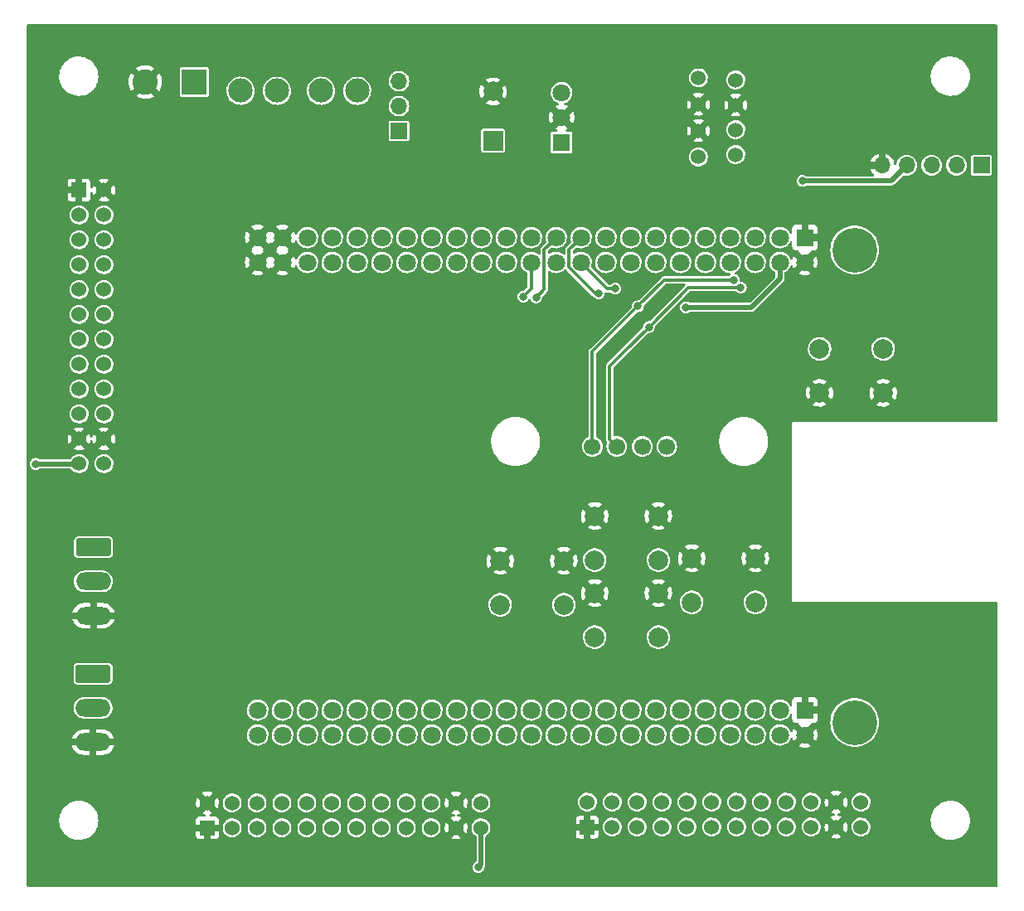
<source format=gbr>
G04 #@! TF.GenerationSoftware,KiCad,Pcbnew,(6.0.5)*
G04 #@! TF.CreationDate,2022-06-02T00:56:07-04:00*
G04 #@! TF.ProjectId,BBB_16_Expansion,4242425f-3136-45f4-9578-70616e73696f,v1*
G04 #@! TF.SameCoordinates,Original*
G04 #@! TF.FileFunction,Copper,L2,Bot*
G04 #@! TF.FilePolarity,Positive*
%FSLAX46Y46*%
G04 Gerber Fmt 4.6, Leading zero omitted, Abs format (unit mm)*
G04 Created by KiCad (PCBNEW (6.0.5)) date 2022-06-02 00:56:07*
%MOMM*%
%LPD*%
G01*
G04 APERTURE LIST*
G04 Aperture macros list*
%AMRoundRect*
0 Rectangle with rounded corners*
0 $1 Rounding radius*
0 $2 $3 $4 $5 $6 $7 $8 $9 X,Y pos of 4 corners*
0 Add a 4 corners polygon primitive as box body*
4,1,4,$2,$3,$4,$5,$6,$7,$8,$9,$2,$3,0*
0 Add four circle primitives for the rounded corners*
1,1,$1+$1,$2,$3*
1,1,$1+$1,$4,$5*
1,1,$1+$1,$6,$7*
1,1,$1+$1,$8,$9*
0 Add four rect primitives between the rounded corners*
20,1,$1+$1,$2,$3,$4,$5,0*
20,1,$1+$1,$4,$5,$6,$7,0*
20,1,$1+$1,$6,$7,$8,$9,0*
20,1,$1+$1,$8,$9,$2,$3,0*%
G04 Aperture macros list end*
G04 #@! TA.AperFunction,ComponentPad*
%ADD10R,2.000000X2.000000*%
G04 #@! TD*
G04 #@! TA.AperFunction,ComponentPad*
%ADD11C,2.000000*%
G04 #@! TD*
G04 #@! TA.AperFunction,ComponentPad*
%ADD12C,1.700000*%
G04 #@! TD*
G04 #@! TA.AperFunction,ComponentPad*
%ADD13R,1.700000X1.700000*%
G04 #@! TD*
G04 #@! TA.AperFunction,ComponentPad*
%ADD14O,1.700000X1.700000*%
G04 #@! TD*
G04 #@! TA.AperFunction,ComponentPad*
%ADD15RoundRect,0.250000X-1.550000X0.650000X-1.550000X-0.650000X1.550000X-0.650000X1.550000X0.650000X0*%
G04 #@! TD*
G04 #@! TA.AperFunction,ComponentPad*
%ADD16O,3.600000X1.800000*%
G04 #@! TD*
G04 #@! TA.AperFunction,ComponentPad*
%ADD17R,1.530000X1.530000*%
G04 #@! TD*
G04 #@! TA.AperFunction,ComponentPad*
%ADD18C,1.530000*%
G04 #@! TD*
G04 #@! TA.AperFunction,ComponentPad*
%ADD19R,1.800000X1.800000*%
G04 #@! TD*
G04 #@! TA.AperFunction,ComponentPad*
%ADD20C,1.800000*%
G04 #@! TD*
G04 #@! TA.AperFunction,ComponentPad*
%ADD21C,4.572000*%
G04 #@! TD*
G04 #@! TA.AperFunction,ComponentPad*
%ADD22C,2.475000*%
G04 #@! TD*
G04 #@! TA.AperFunction,ComponentPad*
%ADD23C,1.524000*%
G04 #@! TD*
G04 #@! TA.AperFunction,ComponentPad*
%ADD24R,2.600000X2.600000*%
G04 #@! TD*
G04 #@! TA.AperFunction,ComponentPad*
%ADD25C,2.600000*%
G04 #@! TD*
G04 #@! TA.AperFunction,ViaPad*
%ADD26C,0.800000*%
G04 #@! TD*
G04 #@! TA.AperFunction,Conductor*
%ADD27C,0.350000*%
G04 #@! TD*
G04 #@! TA.AperFunction,Conductor*
%ADD28C,0.500000*%
G04 #@! TD*
G04 APERTURE END LIST*
D10*
X186716000Y-66801677D03*
D11*
X186716000Y-61801677D03*
D12*
X196860000Y-98044000D03*
X199360000Y-98044000D03*
X201960000Y-98044000D03*
X204460000Y-98044000D03*
D13*
X236591000Y-69334000D03*
D14*
X234051000Y-69334000D03*
X231511000Y-69334000D03*
X228971000Y-69334000D03*
X226431000Y-69334000D03*
D15*
X145916000Y-108334000D03*
D16*
X145916000Y-111834000D03*
X145916000Y-115334000D03*
D15*
X145873500Y-121251500D03*
D16*
X145873500Y-124751500D03*
X145873500Y-128251500D03*
D11*
X226566000Y-88084000D03*
X220066000Y-88084000D03*
X226566000Y-92584000D03*
X220066000Y-92584000D03*
D17*
X157546000Y-137004000D03*
D18*
X157546000Y-134464000D03*
X160086000Y-137004000D03*
X160086000Y-134464000D03*
X162626000Y-137004000D03*
X162626000Y-134464000D03*
X165166000Y-137004000D03*
X165166000Y-134464000D03*
X167706000Y-137004000D03*
X167706000Y-134464000D03*
X170246000Y-137004000D03*
X170246000Y-134464000D03*
X172786000Y-137004000D03*
X172786000Y-134464000D03*
X175326000Y-137004000D03*
X175326000Y-134464000D03*
X177866000Y-137004000D03*
X177866000Y-134464000D03*
X180406000Y-137004000D03*
X180406000Y-134464000D03*
X182946000Y-137004000D03*
X182946000Y-134464000D03*
X185486000Y-137004000D03*
X185486000Y-134464000D03*
D17*
X144446000Y-71864000D03*
D18*
X146986000Y-71864000D03*
X144446000Y-74404000D03*
X146986000Y-74404000D03*
X144446000Y-76944000D03*
X146986000Y-76944000D03*
X144446000Y-79484000D03*
X146986000Y-79484000D03*
X144446000Y-82024000D03*
X146986000Y-82024000D03*
X144446000Y-84564000D03*
X146986000Y-84564000D03*
X144446000Y-87104000D03*
X146986000Y-87104000D03*
X144446000Y-89644000D03*
X146986000Y-89644000D03*
X144446000Y-92184000D03*
X146986000Y-92184000D03*
X144446000Y-94724000D03*
X146986000Y-94724000D03*
X144446000Y-97264000D03*
X146986000Y-97264000D03*
X144446000Y-99804000D03*
X146986000Y-99804000D03*
D17*
X196346000Y-136926500D03*
D18*
X196346000Y-134386500D03*
X198886000Y-136926500D03*
X198886000Y-134386500D03*
X201426000Y-136926500D03*
X201426000Y-134386500D03*
X203966000Y-136926500D03*
X203966000Y-134386500D03*
X206506000Y-136926500D03*
X206506000Y-134386500D03*
X209046000Y-136926500D03*
X209046000Y-134386500D03*
X211586000Y-136926500D03*
X211586000Y-134386500D03*
X214126000Y-136926500D03*
X214126000Y-134386500D03*
X216666000Y-136926500D03*
X216666000Y-134386500D03*
X219206000Y-136926500D03*
X219206000Y-134386500D03*
X221746000Y-136926500D03*
X221746000Y-134386500D03*
X224286000Y-136926500D03*
X224286000Y-134386500D03*
D19*
X218567000Y-124968000D03*
D20*
X218567000Y-127508000D03*
X216027000Y-124968000D03*
X216027000Y-127508000D03*
X213487000Y-124968000D03*
X213487000Y-127508000D03*
X210947000Y-124968000D03*
X210947000Y-127508000D03*
X208407000Y-124968000D03*
X208407000Y-127508000D03*
X205867000Y-124968000D03*
X205867000Y-127508000D03*
X203327000Y-124968000D03*
X203327000Y-127508000D03*
X200787000Y-124968000D03*
X200787000Y-127508000D03*
X198247000Y-124968000D03*
X198247000Y-127508000D03*
X195707000Y-124968000D03*
X195707000Y-127508000D03*
X193167000Y-124968000D03*
X193167000Y-127508000D03*
X190627000Y-124968000D03*
X190627000Y-127508000D03*
X188087000Y-124968000D03*
X188087000Y-127508000D03*
X185547000Y-124968000D03*
X185547000Y-127508000D03*
X183007000Y-124968000D03*
X183007000Y-127508000D03*
X180467000Y-124968000D03*
X180467000Y-127508000D03*
X177927000Y-124968000D03*
X177927000Y-127508000D03*
X175387000Y-124968000D03*
X175387000Y-127508000D03*
X172847000Y-124968000D03*
X172847000Y-127508000D03*
X170307000Y-124968000D03*
X170307000Y-127508000D03*
X167767000Y-124968000D03*
X167767000Y-127508000D03*
X165227000Y-124968000D03*
X165227000Y-127508000D03*
X162687000Y-124968000D03*
X162687000Y-127508000D03*
D19*
X218567000Y-76708000D03*
D20*
X218567000Y-79248000D03*
X216027000Y-76708000D03*
X216027000Y-79248000D03*
X213487000Y-76708000D03*
X213487000Y-79248000D03*
X210947000Y-76708000D03*
X210947000Y-79248000D03*
X208407000Y-76708000D03*
X208407000Y-79248000D03*
X205867000Y-76708000D03*
X205867000Y-79248000D03*
X203327000Y-76708000D03*
X203327000Y-79248000D03*
X200787000Y-76708000D03*
X200787000Y-79248000D03*
X198247000Y-76708000D03*
X198247000Y-79248000D03*
X195707000Y-76708000D03*
X195707000Y-79248000D03*
X193167000Y-76708000D03*
X193167000Y-79248000D03*
X190627000Y-76708000D03*
X190627000Y-79248000D03*
X188087000Y-76708000D03*
X188087000Y-79248000D03*
X185547000Y-76708000D03*
X185547000Y-79248000D03*
X183007000Y-76708000D03*
X183007000Y-79248000D03*
X180467000Y-76708000D03*
X180467000Y-79248000D03*
X177927000Y-76708000D03*
X177927000Y-79248000D03*
X175387000Y-76708000D03*
X175387000Y-79248000D03*
X172847000Y-76708000D03*
X172847000Y-79248000D03*
X170307000Y-76708000D03*
X170307000Y-79248000D03*
X167767000Y-76708000D03*
X167767000Y-79248000D03*
X165227000Y-76708000D03*
X165227000Y-79248000D03*
X162687000Y-76708000D03*
X162687000Y-79248000D03*
D21*
X223647000Y-77978000D03*
X223647000Y-126238000D03*
D11*
X207010000Y-109474000D03*
X213510000Y-109474000D03*
X213510000Y-113974000D03*
X207010000Y-113974000D03*
X193952000Y-109728000D03*
X187452000Y-109728000D03*
X187452000Y-114228000D03*
X193952000Y-114228000D03*
X203604000Y-105156000D03*
X197104000Y-105156000D03*
X203604000Y-109656000D03*
X197104000Y-109656000D03*
X197104000Y-113030000D03*
X203604000Y-113030000D03*
X197104000Y-117530000D03*
X203604000Y-117530000D03*
D22*
X160949210Y-61721041D03*
X164649210Y-61721041D03*
X169149210Y-61721041D03*
X172849210Y-61721041D03*
D13*
X177116000Y-65821041D03*
D14*
X177116000Y-63281041D03*
X177116000Y-60741041D03*
D19*
X193724000Y-66984000D03*
D20*
X193724000Y-64444000D03*
X193724000Y-61904000D03*
D23*
X211504000Y-60634000D03*
X211504000Y-63174000D03*
X211504000Y-65714000D03*
X211504000Y-68254000D03*
X207694000Y-60402060D03*
X207694000Y-63097000D03*
X207694000Y-65791000D03*
X207694000Y-68485940D03*
D24*
X156216000Y-60834000D03*
D25*
X151216000Y-60834000D03*
D26*
X177616000Y-95634000D03*
X205416000Y-55734000D03*
X192916000Y-55734000D03*
X215216000Y-73834000D03*
X205516000Y-96034000D03*
X166953500Y-69534000D03*
X153916000Y-119234000D03*
X141916000Y-142234000D03*
X194564000Y-98044000D03*
X236416000Y-65734000D03*
X207010000Y-88900000D03*
X227916000Y-137734000D03*
X148416000Y-101734000D03*
X145416000Y-65734000D03*
X182916000Y-88534000D03*
X217916000Y-118234000D03*
X222916000Y-142234000D03*
X221016000Y-69434000D03*
X158916000Y-124734000D03*
X161916000Y-98734000D03*
X223216000Y-60234000D03*
X201216000Y-96034000D03*
X187198000Y-117348000D03*
X139916000Y-69234000D03*
X220016000Y-62434000D03*
X209716000Y-59134000D03*
X192416000Y-117134000D03*
X191459344Y-68534000D03*
X203916000Y-88934000D03*
X222416000Y-122234000D03*
X161916000Y-87234000D03*
X155916000Y-69734000D03*
X148916000Y-142234000D03*
X149916000Y-104234000D03*
X192116000Y-85834000D03*
X182416000Y-69834000D03*
X220016000Y-59034000D03*
X214416000Y-55734000D03*
X193616000Y-87334000D03*
X163816000Y-58334000D03*
X181216000Y-87634000D03*
X236416000Y-92234000D03*
X198416000Y-142234000D03*
X216816000Y-72434000D03*
X219016000Y-62434000D03*
X234916000Y-115734000D03*
X180659344Y-68234000D03*
X155416000Y-94234000D03*
X218916000Y-65034000D03*
X173316000Y-58434000D03*
X201116000Y-88934000D03*
X210916000Y-142234000D03*
X168516000Y-68234000D03*
X221016000Y-59034000D03*
X177016000Y-69934000D03*
X234916000Y-128734000D03*
X223216000Y-61334000D03*
X222016000Y-62434000D03*
X197716000Y-96234000D03*
X220416000Y-115234000D03*
X171416000Y-89234000D03*
X178816000Y-97034000D03*
X196116000Y-57934000D03*
X215316000Y-70934000D03*
X236416000Y-78734000D03*
X204316000Y-57934000D03*
X193916000Y-88734000D03*
X157916000Y-96734000D03*
X197616000Y-122934000D03*
X140416000Y-101734000D03*
X227916000Y-132734000D03*
X195326000Y-91948000D03*
X203200000Y-122682000D03*
X226916000Y-55734000D03*
X219016000Y-59034000D03*
X221016000Y-62434000D03*
X211836000Y-74930000D03*
X157916000Y-142234000D03*
X211416000Y-70234000D03*
X202616000Y-70234000D03*
X152916000Y-107734000D03*
X149416000Y-79234000D03*
X194416000Y-82734000D03*
X197716000Y-91234000D03*
X217816000Y-56634000D03*
X222016000Y-59034000D03*
X165416000Y-89234000D03*
X167416000Y-55734000D03*
X150416000Y-55734000D03*
X187416000Y-142234000D03*
X171416000Y-142234000D03*
X158416000Y-87234000D03*
X151416000Y-73034000D03*
X139916000Y-56234000D03*
X200216000Y-118434000D03*
X197516000Y-82434000D03*
X212016000Y-81834000D03*
X202634000Y-85852000D03*
X211316000Y-81034000D03*
X201516000Y-83734000D03*
X199216000Y-81934000D03*
X140016000Y-99834000D03*
X185216000Y-141034000D03*
X206413425Y-83833500D03*
X189816000Y-82734000D03*
X191116000Y-82834000D03*
X218316000Y-70934000D03*
D27*
X194482489Y-79755210D02*
X197161279Y-82434000D01*
X195707000Y-76708000D02*
X194482489Y-77932511D01*
X197161279Y-82434000D02*
X197516000Y-82434000D01*
X202634000Y-85852000D02*
X206652000Y-81834000D01*
X199360000Y-98044000D02*
X198616000Y-97300000D01*
X198616000Y-97300000D02*
X198616000Y-89870000D01*
X198616000Y-89870000D02*
X200138999Y-88347001D01*
X194482489Y-77932511D02*
X194482489Y-79755210D01*
X206652000Y-81834000D02*
X212016000Y-81834000D01*
X200138999Y-88347001D02*
X202634000Y-85852000D01*
X196860000Y-98044000D02*
X196860000Y-88390000D01*
X211316000Y-81034000D02*
X204216000Y-81034000D01*
X198393000Y-81934000D02*
X199216000Y-81934000D01*
X204216000Y-81034000D02*
X201516000Y-83734000D01*
X196860000Y-88390000D02*
X201516000Y-83734000D01*
X195707000Y-79248000D02*
X198393000Y-81934000D01*
D28*
X216027000Y-80923000D02*
X213116500Y-83833500D01*
X185486000Y-137004000D02*
X185486000Y-140764000D01*
X140016000Y-99834000D02*
X144416000Y-99834000D01*
X216027000Y-79248000D02*
X216027000Y-80923000D01*
X144416000Y-99834000D02*
X144446000Y-99804000D01*
X185486000Y-140764000D02*
X185216000Y-141034000D01*
X213116500Y-83833500D02*
X206413425Y-83833500D01*
D27*
X190627000Y-79248000D02*
X190627000Y-81923000D01*
X190627000Y-81923000D02*
X189816000Y-82734000D01*
X191942489Y-77932511D02*
X191942489Y-82007511D01*
X193167000Y-76708000D02*
X191942489Y-77932511D01*
X191942489Y-82007511D02*
X191116000Y-82834000D01*
D28*
X218316000Y-70934000D02*
X227371000Y-70934000D01*
X227371000Y-70934000D02*
X228971000Y-69334000D01*
G04 #@! TA.AperFunction,Conductor*
G36*
X238157621Y-54954502D02*
G01*
X238204114Y-55008158D01*
X238215500Y-55060500D01*
X238215500Y-95407500D01*
X238195498Y-95475621D01*
X238141842Y-95522114D01*
X238089500Y-95533500D01*
X217421892Y-95533500D01*
X217384626Y-95533467D01*
X217384624Y-95533467D01*
X217370437Y-95533455D01*
X217357646Y-95539597D01*
X217352733Y-95540713D01*
X217345183Y-95543350D01*
X217340649Y-95545532D01*
X217326815Y-95548688D01*
X217315720Y-95557529D01*
X217310846Y-95559875D01*
X217304994Y-95563546D01*
X217300762Y-95566912D01*
X217287976Y-95573052D01*
X217279116Y-95584131D01*
X217275176Y-95587265D01*
X217269515Y-95592916D01*
X217266373Y-95596852D01*
X217255276Y-95605695D01*
X217249111Y-95618477D01*
X217245737Y-95622704D01*
X217242058Y-95628547D01*
X217239707Y-95633410D01*
X217230844Y-95644492D01*
X217227664Y-95658320D01*
X217225474Y-95662851D01*
X217222824Y-95670397D01*
X217221700Y-95675307D01*
X217215535Y-95688087D01*
X217215515Y-95711155D01*
X217213490Y-95711153D01*
X217213474Y-95711219D01*
X217215500Y-95711219D01*
X217215500Y-95728108D01*
X217215455Y-95779563D01*
X217210650Y-95779559D01*
X217210644Y-95779657D01*
X217215500Y-95779657D01*
X217215500Y-113728108D01*
X217215471Y-113761504D01*
X217215455Y-113779563D01*
X217221597Y-113792354D01*
X217222713Y-113797267D01*
X217225350Y-113804817D01*
X217227532Y-113809351D01*
X217230688Y-113823185D01*
X217239529Y-113834280D01*
X217241875Y-113839154D01*
X217245546Y-113845006D01*
X217248912Y-113849238D01*
X217255052Y-113862024D01*
X217266131Y-113870884D01*
X217269265Y-113874824D01*
X217274916Y-113880485D01*
X217278852Y-113883627D01*
X217287695Y-113894724D01*
X217300477Y-113900889D01*
X217304704Y-113904263D01*
X217310547Y-113907942D01*
X217315410Y-113910293D01*
X217326492Y-113919156D01*
X217340320Y-113922336D01*
X217344851Y-113924526D01*
X217352397Y-113927176D01*
X217357307Y-113928300D01*
X217370087Y-113934465D01*
X217393155Y-113934485D01*
X217393153Y-113936510D01*
X217393219Y-113936526D01*
X217393219Y-113934500D01*
X217410108Y-113934500D01*
X217461563Y-113934545D01*
X217461559Y-113939350D01*
X217461657Y-113939356D01*
X217461657Y-113934500D01*
X238089500Y-113934500D01*
X238157621Y-113954502D01*
X238204114Y-114008158D01*
X238215500Y-114060500D01*
X238215500Y-142907500D01*
X238195498Y-142975621D01*
X238141842Y-143022114D01*
X238089500Y-143033500D01*
X139242500Y-143033500D01*
X139174379Y-143013498D01*
X139127886Y-142959842D01*
X139116500Y-142907500D01*
X139116500Y-136202497D01*
X142410637Y-136202497D01*
X142410881Y-136206932D01*
X142410881Y-136206936D01*
X142425560Y-136473648D01*
X142426205Y-136485370D01*
X142440413Y-136556796D01*
X142475294Y-136732155D01*
X142481474Y-136763226D01*
X142482950Y-136767429D01*
X142570527Y-137016812D01*
X142575342Y-137030524D01*
X142577395Y-137034477D01*
X142577398Y-137034483D01*
X142615356Y-137107555D01*
X142705936Y-137281928D01*
X142708519Y-137285543D01*
X142708523Y-137285549D01*
X142782414Y-137388949D01*
X142870651Y-137512424D01*
X142873729Y-137515651D01*
X142873731Y-137515653D01*
X143059472Y-137710360D01*
X143066199Y-137717412D01*
X143288680Y-137892801D01*
X143356597Y-137932250D01*
X143529807Y-138032859D01*
X143529813Y-138032862D01*
X143533654Y-138035093D01*
X143537777Y-138036763D01*
X143729570Y-138114447D01*
X143796232Y-138141448D01*
X143800545Y-138142519D01*
X143800550Y-138142521D01*
X144066856Y-138208672D01*
X144066861Y-138208673D01*
X144071177Y-138209745D01*
X144075605Y-138210199D01*
X144075607Y-138210199D01*
X144151307Y-138217955D01*
X144312790Y-138234500D01*
X144488170Y-138234500D01*
X144698593Y-138219601D01*
X144702948Y-138218663D01*
X144702951Y-138218663D01*
X144971200Y-138160911D01*
X144971202Y-138160911D01*
X144975547Y-138159975D01*
X145241337Y-138061920D01*
X145295197Y-138032859D01*
X145486744Y-137929506D01*
X145490660Y-137927393D01*
X145669195Y-137795525D01*
X156381001Y-137795525D01*
X156381776Y-137805374D01*
X156394283Y-137884351D01*
X156400338Y-137902986D01*
X156448859Y-137998213D01*
X156460370Y-138014056D01*
X156535944Y-138089630D01*
X156551787Y-138101141D01*
X156647018Y-138149664D01*
X156665645Y-138155716D01*
X156744627Y-138168225D01*
X156754473Y-138169000D01*
X157177885Y-138169000D01*
X157193124Y-138164525D01*
X157194329Y-138163135D01*
X157196000Y-138155452D01*
X157196000Y-138150884D01*
X157896000Y-138150884D01*
X157900475Y-138166123D01*
X157901865Y-138167328D01*
X157909548Y-138168999D01*
X158337525Y-138168999D01*
X158347374Y-138168224D01*
X158426351Y-138155717D01*
X158444986Y-138149662D01*
X158540213Y-138101141D01*
X158556056Y-138089630D01*
X158606386Y-138039300D01*
X182411295Y-138039300D01*
X182414641Y-138043770D01*
X182579143Y-138114447D01*
X182590088Y-138118003D01*
X182787649Y-138162707D01*
X182799059Y-138164209D01*
X183001465Y-138172161D01*
X183012947Y-138171559D01*
X183213415Y-138142493D01*
X183224598Y-138139808D01*
X183416406Y-138074698D01*
X183426921Y-138070016D01*
X183468883Y-138046516D01*
X183478747Y-138036438D01*
X183475792Y-138028767D01*
X182958812Y-137511787D01*
X182944868Y-137504173D01*
X182943035Y-137504304D01*
X182936420Y-137508555D01*
X182418055Y-138026920D01*
X182411295Y-138039300D01*
X158606386Y-138039300D01*
X158631630Y-138014056D01*
X158643141Y-137998213D01*
X158691664Y-137902982D01*
X158697716Y-137884355D01*
X158710225Y-137805373D01*
X158711000Y-137795527D01*
X158711000Y-137372115D01*
X158706525Y-137356876D01*
X158705135Y-137355671D01*
X158697452Y-137354000D01*
X157914115Y-137354000D01*
X157898876Y-137358475D01*
X157897671Y-137359865D01*
X157896000Y-137367548D01*
X157896000Y-138150884D01*
X157196000Y-138150884D01*
X157196000Y-137372115D01*
X157191525Y-137356876D01*
X157190135Y-137355671D01*
X157182452Y-137354000D01*
X156399116Y-137354000D01*
X156383877Y-137358475D01*
X156382672Y-137359865D01*
X156381001Y-137367548D01*
X156381001Y-137795525D01*
X145669195Y-137795525D01*
X145718540Y-137759078D01*
X145920430Y-137560334D01*
X145923131Y-137556794D01*
X145923137Y-137556788D01*
X146089602Y-137338667D01*
X146089605Y-137338663D01*
X146092304Y-137335126D01*
X146165123Y-137205098D01*
X146228552Y-137091837D01*
X146228555Y-137091832D01*
X146230730Y-137087947D01*
X146238097Y-137068906D01*
X146268448Y-136990454D01*
X159115923Y-136990454D01*
X159131766Y-137179135D01*
X159183957Y-137361144D01*
X159186775Y-137366627D01*
X159267686Y-137524064D01*
X159267689Y-137524068D01*
X159270506Y-137529550D01*
X159388117Y-137677938D01*
X159392811Y-137681933D01*
X159470931Y-137748418D01*
X159532310Y-137800656D01*
X159537688Y-137803662D01*
X159537690Y-137803663D01*
X159587372Y-137831429D01*
X159697593Y-137893029D01*
X159877670Y-137951540D01*
X160065682Y-137973959D01*
X160071817Y-137973487D01*
X160071819Y-137973487D01*
X160248327Y-137959906D01*
X160248331Y-137959905D01*
X160254469Y-137959433D01*
X160260401Y-137957777D01*
X160260405Y-137957776D01*
X160369222Y-137927393D01*
X160436838Y-137908514D01*
X160605844Y-137823143D01*
X160613153Y-137817433D01*
X160727783Y-137727874D01*
X160755050Y-137706571D01*
X160779766Y-137677938D01*
X160874747Y-137567900D01*
X160874747Y-137567899D01*
X160878771Y-137563238D01*
X160972296Y-137398605D01*
X161032063Y-137218940D01*
X161041114Y-137147292D01*
X161055352Y-137034592D01*
X161055353Y-137034583D01*
X161055794Y-137031089D01*
X161056172Y-137004000D01*
X161054844Y-136990454D01*
X161655923Y-136990454D01*
X161671766Y-137179135D01*
X161723957Y-137361144D01*
X161726775Y-137366627D01*
X161807686Y-137524064D01*
X161807689Y-137524068D01*
X161810506Y-137529550D01*
X161928117Y-137677938D01*
X161932811Y-137681933D01*
X162010931Y-137748418D01*
X162072310Y-137800656D01*
X162077688Y-137803662D01*
X162077690Y-137803663D01*
X162127372Y-137831429D01*
X162237593Y-137893029D01*
X162417670Y-137951540D01*
X162605682Y-137973959D01*
X162611817Y-137973487D01*
X162611819Y-137973487D01*
X162788327Y-137959906D01*
X162788331Y-137959905D01*
X162794469Y-137959433D01*
X162800401Y-137957777D01*
X162800405Y-137957776D01*
X162909222Y-137927393D01*
X162976838Y-137908514D01*
X163145844Y-137823143D01*
X163153153Y-137817433D01*
X163267783Y-137727874D01*
X163295050Y-137706571D01*
X163319766Y-137677938D01*
X163414747Y-137567900D01*
X163414747Y-137567899D01*
X163418771Y-137563238D01*
X163512296Y-137398605D01*
X163572063Y-137218940D01*
X163581114Y-137147292D01*
X163595352Y-137034592D01*
X163595353Y-137034583D01*
X163595794Y-137031089D01*
X163596172Y-137004000D01*
X163594844Y-136990454D01*
X164195923Y-136990454D01*
X164211766Y-137179135D01*
X164263957Y-137361144D01*
X164266775Y-137366627D01*
X164347686Y-137524064D01*
X164347689Y-137524068D01*
X164350506Y-137529550D01*
X164468117Y-137677938D01*
X164472811Y-137681933D01*
X164550931Y-137748418D01*
X164612310Y-137800656D01*
X164617688Y-137803662D01*
X164617690Y-137803663D01*
X164667372Y-137831429D01*
X164777593Y-137893029D01*
X164957670Y-137951540D01*
X165145682Y-137973959D01*
X165151817Y-137973487D01*
X165151819Y-137973487D01*
X165328327Y-137959906D01*
X165328331Y-137959905D01*
X165334469Y-137959433D01*
X165340401Y-137957777D01*
X165340405Y-137957776D01*
X165449222Y-137927393D01*
X165516838Y-137908514D01*
X165685844Y-137823143D01*
X165693153Y-137817433D01*
X165807783Y-137727874D01*
X165835050Y-137706571D01*
X165859766Y-137677938D01*
X165954747Y-137567900D01*
X165954747Y-137567899D01*
X165958771Y-137563238D01*
X166052296Y-137398605D01*
X166112063Y-137218940D01*
X166121114Y-137147292D01*
X166135352Y-137034592D01*
X166135353Y-137034583D01*
X166135794Y-137031089D01*
X166136172Y-137004000D01*
X166134844Y-136990454D01*
X166735923Y-136990454D01*
X166751766Y-137179135D01*
X166803957Y-137361144D01*
X166806775Y-137366627D01*
X166887686Y-137524064D01*
X166887689Y-137524068D01*
X166890506Y-137529550D01*
X167008117Y-137677938D01*
X167012811Y-137681933D01*
X167090931Y-137748418D01*
X167152310Y-137800656D01*
X167157688Y-137803662D01*
X167157690Y-137803663D01*
X167207372Y-137831429D01*
X167317593Y-137893029D01*
X167497670Y-137951540D01*
X167685682Y-137973959D01*
X167691817Y-137973487D01*
X167691819Y-137973487D01*
X167868327Y-137959906D01*
X167868331Y-137959905D01*
X167874469Y-137959433D01*
X167880401Y-137957777D01*
X167880405Y-137957776D01*
X167989222Y-137927393D01*
X168056838Y-137908514D01*
X168225844Y-137823143D01*
X168233153Y-137817433D01*
X168347783Y-137727874D01*
X168375050Y-137706571D01*
X168399766Y-137677938D01*
X168494747Y-137567900D01*
X168494747Y-137567899D01*
X168498771Y-137563238D01*
X168592296Y-137398605D01*
X168652063Y-137218940D01*
X168661114Y-137147292D01*
X168675352Y-137034592D01*
X168675353Y-137034583D01*
X168675794Y-137031089D01*
X168676172Y-137004000D01*
X168674844Y-136990454D01*
X169275923Y-136990454D01*
X169291766Y-137179135D01*
X169343957Y-137361144D01*
X169346775Y-137366627D01*
X169427686Y-137524064D01*
X169427689Y-137524068D01*
X169430506Y-137529550D01*
X169548117Y-137677938D01*
X169552811Y-137681933D01*
X169630931Y-137748418D01*
X169692310Y-137800656D01*
X169697688Y-137803662D01*
X169697690Y-137803663D01*
X169747372Y-137831429D01*
X169857593Y-137893029D01*
X170037670Y-137951540D01*
X170225682Y-137973959D01*
X170231817Y-137973487D01*
X170231819Y-137973487D01*
X170408327Y-137959906D01*
X170408331Y-137959905D01*
X170414469Y-137959433D01*
X170420401Y-137957777D01*
X170420405Y-137957776D01*
X170529222Y-137927393D01*
X170596838Y-137908514D01*
X170765844Y-137823143D01*
X170773153Y-137817433D01*
X170887783Y-137727874D01*
X170915050Y-137706571D01*
X170939766Y-137677938D01*
X171034747Y-137567900D01*
X171034747Y-137567899D01*
X171038771Y-137563238D01*
X171132296Y-137398605D01*
X171192063Y-137218940D01*
X171201114Y-137147292D01*
X171215352Y-137034592D01*
X171215353Y-137034583D01*
X171215794Y-137031089D01*
X171216172Y-137004000D01*
X171214844Y-136990454D01*
X171815923Y-136990454D01*
X171831766Y-137179135D01*
X171883957Y-137361144D01*
X171886775Y-137366627D01*
X171967686Y-137524064D01*
X171967689Y-137524068D01*
X171970506Y-137529550D01*
X172088117Y-137677938D01*
X172092811Y-137681933D01*
X172170931Y-137748418D01*
X172232310Y-137800656D01*
X172237688Y-137803662D01*
X172237690Y-137803663D01*
X172287372Y-137831429D01*
X172397593Y-137893029D01*
X172577670Y-137951540D01*
X172765682Y-137973959D01*
X172771817Y-137973487D01*
X172771819Y-137973487D01*
X172948327Y-137959906D01*
X172948331Y-137959905D01*
X172954469Y-137959433D01*
X172960401Y-137957777D01*
X172960405Y-137957776D01*
X173069222Y-137927393D01*
X173136838Y-137908514D01*
X173305844Y-137823143D01*
X173313153Y-137817433D01*
X173427783Y-137727874D01*
X173455050Y-137706571D01*
X173479766Y-137677938D01*
X173574747Y-137567900D01*
X173574747Y-137567899D01*
X173578771Y-137563238D01*
X173672296Y-137398605D01*
X173732063Y-137218940D01*
X173741114Y-137147292D01*
X173755352Y-137034592D01*
X173755353Y-137034583D01*
X173755794Y-137031089D01*
X173756172Y-137004000D01*
X173754844Y-136990454D01*
X174355923Y-136990454D01*
X174371766Y-137179135D01*
X174423957Y-137361144D01*
X174426775Y-137366627D01*
X174507686Y-137524064D01*
X174507689Y-137524068D01*
X174510506Y-137529550D01*
X174628117Y-137677938D01*
X174632811Y-137681933D01*
X174710931Y-137748418D01*
X174772310Y-137800656D01*
X174777688Y-137803662D01*
X174777690Y-137803663D01*
X174827372Y-137831429D01*
X174937593Y-137893029D01*
X175117670Y-137951540D01*
X175305682Y-137973959D01*
X175311817Y-137973487D01*
X175311819Y-137973487D01*
X175488327Y-137959906D01*
X175488331Y-137959905D01*
X175494469Y-137959433D01*
X175500401Y-137957777D01*
X175500405Y-137957776D01*
X175609222Y-137927393D01*
X175676838Y-137908514D01*
X175845844Y-137823143D01*
X175853153Y-137817433D01*
X175967783Y-137727874D01*
X175995050Y-137706571D01*
X176019766Y-137677938D01*
X176114747Y-137567900D01*
X176114747Y-137567899D01*
X176118771Y-137563238D01*
X176212296Y-137398605D01*
X176272063Y-137218940D01*
X176281114Y-137147292D01*
X176295352Y-137034592D01*
X176295353Y-137034583D01*
X176295794Y-137031089D01*
X176296172Y-137004000D01*
X176294844Y-136990454D01*
X176895923Y-136990454D01*
X176911766Y-137179135D01*
X176963957Y-137361144D01*
X176966775Y-137366627D01*
X177047686Y-137524064D01*
X177047689Y-137524068D01*
X177050506Y-137529550D01*
X177168117Y-137677938D01*
X177172811Y-137681933D01*
X177250931Y-137748418D01*
X177312310Y-137800656D01*
X177317688Y-137803662D01*
X177317690Y-137803663D01*
X177367372Y-137831429D01*
X177477593Y-137893029D01*
X177657670Y-137951540D01*
X177845682Y-137973959D01*
X177851817Y-137973487D01*
X177851819Y-137973487D01*
X178028327Y-137959906D01*
X178028331Y-137959905D01*
X178034469Y-137959433D01*
X178040401Y-137957777D01*
X178040405Y-137957776D01*
X178149222Y-137927393D01*
X178216838Y-137908514D01*
X178385844Y-137823143D01*
X178393153Y-137817433D01*
X178507783Y-137727874D01*
X178535050Y-137706571D01*
X178559766Y-137677938D01*
X178654747Y-137567900D01*
X178654747Y-137567899D01*
X178658771Y-137563238D01*
X178752296Y-137398605D01*
X178812063Y-137218940D01*
X178821114Y-137147292D01*
X178835352Y-137034592D01*
X178835353Y-137034583D01*
X178835794Y-137031089D01*
X178836172Y-137004000D01*
X178834844Y-136990454D01*
X179435923Y-136990454D01*
X179451766Y-137179135D01*
X179503957Y-137361144D01*
X179506775Y-137366627D01*
X179587686Y-137524064D01*
X179587689Y-137524068D01*
X179590506Y-137529550D01*
X179708117Y-137677938D01*
X179712811Y-137681933D01*
X179790931Y-137748418D01*
X179852310Y-137800656D01*
X179857688Y-137803662D01*
X179857690Y-137803663D01*
X179907372Y-137831429D01*
X180017593Y-137893029D01*
X180197670Y-137951540D01*
X180385682Y-137973959D01*
X180391817Y-137973487D01*
X180391819Y-137973487D01*
X180568327Y-137959906D01*
X180568331Y-137959905D01*
X180574469Y-137959433D01*
X180580401Y-137957777D01*
X180580405Y-137957776D01*
X180689222Y-137927393D01*
X180756838Y-137908514D01*
X180925844Y-137823143D01*
X180933153Y-137817433D01*
X181047783Y-137727874D01*
X181075050Y-137706571D01*
X181099766Y-137677938D01*
X181194747Y-137567900D01*
X181194747Y-137567899D01*
X181198771Y-137563238D01*
X181292296Y-137398605D01*
X181352063Y-137218940D01*
X181361114Y-137147292D01*
X181375352Y-137034592D01*
X181375353Y-137034583D01*
X181375794Y-137031089D01*
X181376172Y-137004000D01*
X181373734Y-136979139D01*
X181776788Y-136979139D01*
X181790036Y-137181259D01*
X181791837Y-137192629D01*
X181841695Y-137388949D01*
X181845537Y-137399798D01*
X181904119Y-137526872D01*
X181913391Y-137537495D01*
X181919283Y-137535742D01*
X182438213Y-137016812D01*
X182444591Y-137005132D01*
X183446173Y-137005132D01*
X183446304Y-137006965D01*
X183450555Y-137013580D01*
X183966852Y-137529877D01*
X183979232Y-137536637D01*
X183985812Y-137531711D01*
X184012016Y-137484921D01*
X184016698Y-137474406D01*
X184081808Y-137282598D01*
X184084493Y-137271415D01*
X184113855Y-137068906D01*
X184114485Y-137061525D01*
X184115894Y-137007704D01*
X184115651Y-137000305D01*
X184114746Y-136990454D01*
X184515923Y-136990454D01*
X184531766Y-137179135D01*
X184583957Y-137361144D01*
X184586775Y-137366627D01*
X184667686Y-137524064D01*
X184667689Y-137524068D01*
X184670506Y-137529550D01*
X184788117Y-137677938D01*
X184792811Y-137681933D01*
X184870931Y-137748418D01*
X184932310Y-137800656D01*
X184970973Y-137822264D01*
X185020676Y-137872955D01*
X185035500Y-137932250D01*
X185035500Y-140374598D01*
X185015498Y-140442719D01*
X184957718Y-140491007D01*
X184913159Y-140509464D01*
X184787718Y-140605718D01*
X184691464Y-140731159D01*
X184630956Y-140877238D01*
X184610318Y-141034000D01*
X184630956Y-141190762D01*
X184691464Y-141336841D01*
X184787718Y-141462282D01*
X184913159Y-141558536D01*
X185059238Y-141619044D01*
X185216000Y-141639682D01*
X185224188Y-141638604D01*
X185364574Y-141620122D01*
X185372762Y-141619044D01*
X185518841Y-141558536D01*
X185644282Y-141462282D01*
X185740536Y-141336841D01*
X185801044Y-141190762D01*
X185811742Y-141109504D01*
X185833012Y-141054311D01*
X185851477Y-141027595D01*
X185853758Y-141024403D01*
X185888635Y-140977183D01*
X185891029Y-140970366D01*
X185895131Y-140964431D01*
X185912812Y-140908525D01*
X185914060Y-140904785D01*
X185930400Y-140858255D01*
X185930401Y-140858252D01*
X185933520Y-140849369D01*
X185933803Y-140842184D01*
X185933817Y-140842111D01*
X185935980Y-140835270D01*
X185936500Y-140828663D01*
X185936500Y-140775994D01*
X185936597Y-140771048D01*
X185938468Y-140723415D01*
X185938838Y-140714006D01*
X185936954Y-140706900D01*
X185936500Y-140698653D01*
X185936500Y-137935687D01*
X185956502Y-137867566D01*
X185996542Y-137831429D01*
X185995142Y-137829222D01*
X186000341Y-137825923D01*
X186005844Y-137823143D01*
X186140389Y-137718025D01*
X195181001Y-137718025D01*
X195181776Y-137727874D01*
X195194283Y-137806851D01*
X195200338Y-137825486D01*
X195248859Y-137920713D01*
X195260370Y-137936556D01*
X195335944Y-138012130D01*
X195351787Y-138023641D01*
X195447018Y-138072164D01*
X195465645Y-138078216D01*
X195544627Y-138090725D01*
X195554473Y-138091500D01*
X195977885Y-138091500D01*
X195993124Y-138087025D01*
X195994329Y-138085635D01*
X195996000Y-138077952D01*
X195996000Y-138073384D01*
X196696000Y-138073384D01*
X196700475Y-138088623D01*
X196701865Y-138089828D01*
X196709548Y-138091499D01*
X197137525Y-138091499D01*
X197147374Y-138090724D01*
X197226351Y-138078217D01*
X197244986Y-138072162D01*
X197340213Y-138023641D01*
X197356056Y-138012130D01*
X197406386Y-137961800D01*
X221211295Y-137961800D01*
X221214641Y-137966270D01*
X221379143Y-138036947D01*
X221390088Y-138040503D01*
X221587649Y-138085207D01*
X221599059Y-138086709D01*
X221801465Y-138094661D01*
X221812947Y-138094059D01*
X222013415Y-138064993D01*
X222024598Y-138062308D01*
X222216406Y-137997198D01*
X222226921Y-137992516D01*
X222268883Y-137969016D01*
X222278747Y-137958938D01*
X222275792Y-137951267D01*
X221758812Y-137434287D01*
X221744868Y-137426673D01*
X221743035Y-137426804D01*
X221736420Y-137431055D01*
X221218055Y-137949420D01*
X221211295Y-137961800D01*
X197406386Y-137961800D01*
X197431630Y-137936556D01*
X197443141Y-137920713D01*
X197491664Y-137825482D01*
X197497716Y-137806855D01*
X197510225Y-137727873D01*
X197511000Y-137718027D01*
X197511000Y-137294615D01*
X197506525Y-137279376D01*
X197505135Y-137278171D01*
X197497452Y-137276500D01*
X196714115Y-137276500D01*
X196698876Y-137280975D01*
X196697671Y-137282365D01*
X196696000Y-137290048D01*
X196696000Y-138073384D01*
X195996000Y-138073384D01*
X195996000Y-137294615D01*
X195991525Y-137279376D01*
X195990135Y-137278171D01*
X195982452Y-137276500D01*
X195199116Y-137276500D01*
X195183877Y-137280975D01*
X195182672Y-137282365D01*
X195181001Y-137290048D01*
X195181001Y-137718025D01*
X186140389Y-137718025D01*
X186155050Y-137706571D01*
X186179766Y-137677938D01*
X186274747Y-137567900D01*
X186274747Y-137567899D01*
X186278771Y-137563238D01*
X186372296Y-137398605D01*
X186432063Y-137218940D01*
X186441114Y-137147292D01*
X186455352Y-137034592D01*
X186455353Y-137034583D01*
X186455794Y-137031089D01*
X186456172Y-137004000D01*
X186447245Y-136912954D01*
X197915923Y-136912954D01*
X197931766Y-137101635D01*
X197983957Y-137283644D01*
X197986775Y-137289127D01*
X198067686Y-137446564D01*
X198067689Y-137446568D01*
X198070506Y-137452050D01*
X198188117Y-137600438D01*
X198192811Y-137604433D01*
X198312823Y-137706571D01*
X198332310Y-137723156D01*
X198497593Y-137815529D01*
X198677670Y-137874040D01*
X198865682Y-137896459D01*
X198871817Y-137895987D01*
X198871819Y-137895987D01*
X199048327Y-137882406D01*
X199048331Y-137882405D01*
X199054469Y-137881933D01*
X199060401Y-137880277D01*
X199060405Y-137880276D01*
X199145653Y-137856474D01*
X199236838Y-137831014D01*
X199405844Y-137745643D01*
X199428588Y-137727874D01*
X199550200Y-137632860D01*
X199555050Y-137629071D01*
X199579766Y-137600438D01*
X199674747Y-137490400D01*
X199674747Y-137490399D01*
X199678771Y-137485738D01*
X199772296Y-137321105D01*
X199832063Y-137141440D01*
X199846449Y-137027565D01*
X199855352Y-136957092D01*
X199855353Y-136957083D01*
X199855794Y-136953589D01*
X199856172Y-136926500D01*
X199854844Y-136912954D01*
X200455923Y-136912954D01*
X200471766Y-137101635D01*
X200523957Y-137283644D01*
X200526775Y-137289127D01*
X200607686Y-137446564D01*
X200607689Y-137446568D01*
X200610506Y-137452050D01*
X200728117Y-137600438D01*
X200732811Y-137604433D01*
X200852823Y-137706571D01*
X200872310Y-137723156D01*
X201037593Y-137815529D01*
X201217670Y-137874040D01*
X201405682Y-137896459D01*
X201411817Y-137895987D01*
X201411819Y-137895987D01*
X201588327Y-137882406D01*
X201588331Y-137882405D01*
X201594469Y-137881933D01*
X201600401Y-137880277D01*
X201600405Y-137880276D01*
X201685653Y-137856474D01*
X201776838Y-137831014D01*
X201945844Y-137745643D01*
X201968588Y-137727874D01*
X202090200Y-137632860D01*
X202095050Y-137629071D01*
X202119766Y-137600438D01*
X202214747Y-137490400D01*
X202214747Y-137490399D01*
X202218771Y-137485738D01*
X202312296Y-137321105D01*
X202372063Y-137141440D01*
X202386449Y-137027565D01*
X202395352Y-136957092D01*
X202395353Y-136957083D01*
X202395794Y-136953589D01*
X202396172Y-136926500D01*
X202394844Y-136912954D01*
X202995923Y-136912954D01*
X203011766Y-137101635D01*
X203063957Y-137283644D01*
X203066775Y-137289127D01*
X203147686Y-137446564D01*
X203147689Y-137446568D01*
X203150506Y-137452050D01*
X203268117Y-137600438D01*
X203272811Y-137604433D01*
X203392823Y-137706571D01*
X203412310Y-137723156D01*
X203577593Y-137815529D01*
X203757670Y-137874040D01*
X203945682Y-137896459D01*
X203951817Y-137895987D01*
X203951819Y-137895987D01*
X204128327Y-137882406D01*
X204128331Y-137882405D01*
X204134469Y-137881933D01*
X204140401Y-137880277D01*
X204140405Y-137880276D01*
X204225653Y-137856474D01*
X204316838Y-137831014D01*
X204485844Y-137745643D01*
X204508588Y-137727874D01*
X204630200Y-137632860D01*
X204635050Y-137629071D01*
X204659766Y-137600438D01*
X204754747Y-137490400D01*
X204754747Y-137490399D01*
X204758771Y-137485738D01*
X204852296Y-137321105D01*
X204912063Y-137141440D01*
X204926449Y-137027565D01*
X204935352Y-136957092D01*
X204935353Y-136957083D01*
X204935794Y-136953589D01*
X204936172Y-136926500D01*
X204934844Y-136912954D01*
X205535923Y-136912954D01*
X205551766Y-137101635D01*
X205603957Y-137283644D01*
X205606775Y-137289127D01*
X205687686Y-137446564D01*
X205687689Y-137446568D01*
X205690506Y-137452050D01*
X205808117Y-137600438D01*
X205812811Y-137604433D01*
X205932823Y-137706571D01*
X205952310Y-137723156D01*
X206117593Y-137815529D01*
X206297670Y-137874040D01*
X206485682Y-137896459D01*
X206491817Y-137895987D01*
X206491819Y-137895987D01*
X206668327Y-137882406D01*
X206668331Y-137882405D01*
X206674469Y-137881933D01*
X206680401Y-137880277D01*
X206680405Y-137880276D01*
X206765653Y-137856474D01*
X206856838Y-137831014D01*
X207025844Y-137745643D01*
X207048588Y-137727874D01*
X207170200Y-137632860D01*
X207175050Y-137629071D01*
X207199766Y-137600438D01*
X207294747Y-137490400D01*
X207294747Y-137490399D01*
X207298771Y-137485738D01*
X207392296Y-137321105D01*
X207452063Y-137141440D01*
X207466449Y-137027565D01*
X207475352Y-136957092D01*
X207475353Y-136957083D01*
X207475794Y-136953589D01*
X207476172Y-136926500D01*
X207474844Y-136912954D01*
X208075923Y-136912954D01*
X208091766Y-137101635D01*
X208143957Y-137283644D01*
X208146775Y-137289127D01*
X208227686Y-137446564D01*
X208227689Y-137446568D01*
X208230506Y-137452050D01*
X208348117Y-137600438D01*
X208352811Y-137604433D01*
X208472823Y-137706571D01*
X208492310Y-137723156D01*
X208657593Y-137815529D01*
X208837670Y-137874040D01*
X209025682Y-137896459D01*
X209031817Y-137895987D01*
X209031819Y-137895987D01*
X209208327Y-137882406D01*
X209208331Y-137882405D01*
X209214469Y-137881933D01*
X209220401Y-137880277D01*
X209220405Y-137880276D01*
X209305653Y-137856474D01*
X209396838Y-137831014D01*
X209565844Y-137745643D01*
X209588588Y-137727874D01*
X209710200Y-137632860D01*
X209715050Y-137629071D01*
X209739766Y-137600438D01*
X209834747Y-137490400D01*
X209834747Y-137490399D01*
X209838771Y-137485738D01*
X209932296Y-137321105D01*
X209992063Y-137141440D01*
X210006449Y-137027565D01*
X210015352Y-136957092D01*
X210015353Y-136957083D01*
X210015794Y-136953589D01*
X210016172Y-136926500D01*
X210014844Y-136912954D01*
X210615923Y-136912954D01*
X210631766Y-137101635D01*
X210683957Y-137283644D01*
X210686775Y-137289127D01*
X210767686Y-137446564D01*
X210767689Y-137446568D01*
X210770506Y-137452050D01*
X210888117Y-137600438D01*
X210892811Y-137604433D01*
X211012823Y-137706571D01*
X211032310Y-137723156D01*
X211197593Y-137815529D01*
X211377670Y-137874040D01*
X211565682Y-137896459D01*
X211571817Y-137895987D01*
X211571819Y-137895987D01*
X211748327Y-137882406D01*
X211748331Y-137882405D01*
X211754469Y-137881933D01*
X211760401Y-137880277D01*
X211760405Y-137880276D01*
X211845653Y-137856474D01*
X211936838Y-137831014D01*
X212105844Y-137745643D01*
X212128588Y-137727874D01*
X212250200Y-137632860D01*
X212255050Y-137629071D01*
X212279766Y-137600438D01*
X212374747Y-137490400D01*
X212374747Y-137490399D01*
X212378771Y-137485738D01*
X212472296Y-137321105D01*
X212532063Y-137141440D01*
X212546449Y-137027565D01*
X212555352Y-136957092D01*
X212555353Y-136957083D01*
X212555794Y-136953589D01*
X212556172Y-136926500D01*
X212554844Y-136912954D01*
X213155923Y-136912954D01*
X213171766Y-137101635D01*
X213223957Y-137283644D01*
X213226775Y-137289127D01*
X213307686Y-137446564D01*
X213307689Y-137446568D01*
X213310506Y-137452050D01*
X213428117Y-137600438D01*
X213432811Y-137604433D01*
X213552823Y-137706571D01*
X213572310Y-137723156D01*
X213737593Y-137815529D01*
X213917670Y-137874040D01*
X214105682Y-137896459D01*
X214111817Y-137895987D01*
X214111819Y-137895987D01*
X214288327Y-137882406D01*
X214288331Y-137882405D01*
X214294469Y-137881933D01*
X214300401Y-137880277D01*
X214300405Y-137880276D01*
X214385653Y-137856474D01*
X214476838Y-137831014D01*
X214645844Y-137745643D01*
X214668588Y-137727874D01*
X214790200Y-137632860D01*
X214795050Y-137629071D01*
X214819766Y-137600438D01*
X214914747Y-137490400D01*
X214914747Y-137490399D01*
X214918771Y-137485738D01*
X215012296Y-137321105D01*
X215072063Y-137141440D01*
X215086449Y-137027565D01*
X215095352Y-136957092D01*
X215095353Y-136957083D01*
X215095794Y-136953589D01*
X215096172Y-136926500D01*
X215094844Y-136912954D01*
X215695923Y-136912954D01*
X215711766Y-137101635D01*
X215763957Y-137283644D01*
X215766775Y-137289127D01*
X215847686Y-137446564D01*
X215847689Y-137446568D01*
X215850506Y-137452050D01*
X215968117Y-137600438D01*
X215972811Y-137604433D01*
X216092823Y-137706571D01*
X216112310Y-137723156D01*
X216277593Y-137815529D01*
X216457670Y-137874040D01*
X216645682Y-137896459D01*
X216651817Y-137895987D01*
X216651819Y-137895987D01*
X216828327Y-137882406D01*
X216828331Y-137882405D01*
X216834469Y-137881933D01*
X216840401Y-137880277D01*
X216840405Y-137880276D01*
X216925653Y-137856474D01*
X217016838Y-137831014D01*
X217185844Y-137745643D01*
X217208588Y-137727874D01*
X217330200Y-137632860D01*
X217335050Y-137629071D01*
X217359766Y-137600438D01*
X217454747Y-137490400D01*
X217454747Y-137490399D01*
X217458771Y-137485738D01*
X217552296Y-137321105D01*
X217612063Y-137141440D01*
X217626449Y-137027565D01*
X217635352Y-136957092D01*
X217635353Y-136957083D01*
X217635794Y-136953589D01*
X217636172Y-136926500D01*
X217634844Y-136912954D01*
X218235923Y-136912954D01*
X218251766Y-137101635D01*
X218303957Y-137283644D01*
X218306775Y-137289127D01*
X218387686Y-137446564D01*
X218387689Y-137446568D01*
X218390506Y-137452050D01*
X218508117Y-137600438D01*
X218512811Y-137604433D01*
X218632823Y-137706571D01*
X218652310Y-137723156D01*
X218817593Y-137815529D01*
X218997670Y-137874040D01*
X219185682Y-137896459D01*
X219191817Y-137895987D01*
X219191819Y-137895987D01*
X219368327Y-137882406D01*
X219368331Y-137882405D01*
X219374469Y-137881933D01*
X219380401Y-137880277D01*
X219380405Y-137880276D01*
X219465653Y-137856474D01*
X219556838Y-137831014D01*
X219725844Y-137745643D01*
X219748588Y-137727874D01*
X219870200Y-137632860D01*
X219875050Y-137629071D01*
X219899766Y-137600438D01*
X219994747Y-137490400D01*
X219994747Y-137490399D01*
X219998771Y-137485738D01*
X220092296Y-137321105D01*
X220152063Y-137141440D01*
X220166449Y-137027565D01*
X220175352Y-136957092D01*
X220175353Y-136957083D01*
X220175794Y-136953589D01*
X220176172Y-136926500D01*
X220173734Y-136901639D01*
X220576788Y-136901639D01*
X220590036Y-137103759D01*
X220591837Y-137115129D01*
X220641695Y-137311449D01*
X220645537Y-137322298D01*
X220704119Y-137449372D01*
X220713391Y-137459995D01*
X220719283Y-137458242D01*
X221238213Y-136939312D01*
X221244591Y-136927632D01*
X222246173Y-136927632D01*
X222246304Y-136929465D01*
X222250555Y-136936080D01*
X222766852Y-137452377D01*
X222779232Y-137459137D01*
X222785812Y-137454211D01*
X222812016Y-137407421D01*
X222816698Y-137396906D01*
X222881808Y-137205098D01*
X222884493Y-137193915D01*
X222913855Y-136991406D01*
X222914485Y-136984025D01*
X222915894Y-136930204D01*
X222915651Y-136922805D01*
X222914746Y-136912954D01*
X223315923Y-136912954D01*
X223331766Y-137101635D01*
X223383957Y-137283644D01*
X223386775Y-137289127D01*
X223467686Y-137446564D01*
X223467689Y-137446568D01*
X223470506Y-137452050D01*
X223588117Y-137600438D01*
X223592811Y-137604433D01*
X223712823Y-137706571D01*
X223732310Y-137723156D01*
X223897593Y-137815529D01*
X224077670Y-137874040D01*
X224265682Y-137896459D01*
X224271817Y-137895987D01*
X224271819Y-137895987D01*
X224448327Y-137882406D01*
X224448331Y-137882405D01*
X224454469Y-137881933D01*
X224460401Y-137880277D01*
X224460405Y-137880276D01*
X224545653Y-137856474D01*
X224636838Y-137831014D01*
X224805844Y-137745643D01*
X224828588Y-137727874D01*
X224950200Y-137632860D01*
X224955050Y-137629071D01*
X224979766Y-137600438D01*
X225074747Y-137490400D01*
X225074747Y-137490399D01*
X225078771Y-137485738D01*
X225172296Y-137321105D01*
X225232063Y-137141440D01*
X225246449Y-137027565D01*
X225255352Y-136957092D01*
X225255353Y-136957083D01*
X225255794Y-136953589D01*
X225256172Y-136926500D01*
X225237695Y-136738059D01*
X225235914Y-136732160D01*
X225235913Y-136732155D01*
X225188413Y-136574829D01*
X225182969Y-136556796D01*
X225144991Y-136485370D01*
X225096973Y-136395061D01*
X225096971Y-136395059D01*
X225094077Y-136389615D01*
X225026678Y-136306976D01*
X224978301Y-136247659D01*
X224978298Y-136247656D01*
X224974406Y-136242884D01*
X224962868Y-136233339D01*
X224925587Y-136202497D01*
X231410637Y-136202497D01*
X231410881Y-136206932D01*
X231410881Y-136206936D01*
X231425560Y-136473648D01*
X231426205Y-136485370D01*
X231440413Y-136556796D01*
X231475294Y-136732155D01*
X231481474Y-136763226D01*
X231482950Y-136767429D01*
X231570527Y-137016812D01*
X231575342Y-137030524D01*
X231577395Y-137034477D01*
X231577398Y-137034483D01*
X231615356Y-137107555D01*
X231705936Y-137281928D01*
X231708519Y-137285543D01*
X231708523Y-137285549D01*
X231782414Y-137388949D01*
X231870651Y-137512424D01*
X231873729Y-137515651D01*
X231873731Y-137515653D01*
X232059472Y-137710360D01*
X232066199Y-137717412D01*
X232288680Y-137892801D01*
X232356597Y-137932250D01*
X232529807Y-138032859D01*
X232529813Y-138032862D01*
X232533654Y-138035093D01*
X232537777Y-138036763D01*
X232729570Y-138114447D01*
X232796232Y-138141448D01*
X232800545Y-138142519D01*
X232800550Y-138142521D01*
X233066856Y-138208672D01*
X233066861Y-138208673D01*
X233071177Y-138209745D01*
X233075605Y-138210199D01*
X233075607Y-138210199D01*
X233151307Y-138217955D01*
X233312790Y-138234500D01*
X233488170Y-138234500D01*
X233698593Y-138219601D01*
X233702948Y-138218663D01*
X233702951Y-138218663D01*
X233971200Y-138160911D01*
X233971202Y-138160911D01*
X233975547Y-138159975D01*
X234241337Y-138061920D01*
X234295197Y-138032859D01*
X234486744Y-137929506D01*
X234490660Y-137927393D01*
X234718540Y-137759078D01*
X234920430Y-137560334D01*
X234923131Y-137556794D01*
X234923137Y-137556788D01*
X235089602Y-137338667D01*
X235089605Y-137338663D01*
X235092304Y-137335126D01*
X235165123Y-137205098D01*
X235228552Y-137091837D01*
X235228555Y-137091832D01*
X235230730Y-137087947D01*
X235238097Y-137068906D01*
X235331341Y-136827885D01*
X235331343Y-136827879D01*
X235332948Y-136823730D01*
X235336211Y-136809655D01*
X235366790Y-136677728D01*
X235396918Y-136547747D01*
X235421363Y-136265503D01*
X235419593Y-136233339D01*
X235406040Y-135987073D01*
X235406039Y-135987066D01*
X235405795Y-135982630D01*
X235376617Y-135835944D01*
X235351396Y-135709146D01*
X235351395Y-135709141D01*
X235350526Y-135704774D01*
X235329279Y-135644270D01*
X235258136Y-135441684D01*
X235258135Y-135441681D01*
X235256658Y-135437476D01*
X235254605Y-135433523D01*
X235254602Y-135433517D01*
X235180577Y-135291014D01*
X235126064Y-135186072D01*
X235123481Y-135182457D01*
X235123477Y-135182451D01*
X235039139Y-135064433D01*
X234961349Y-134955576D01*
X234958269Y-134952347D01*
X234768876Y-134753811D01*
X234768873Y-134753808D01*
X234765801Y-134750588D01*
X234576607Y-134601440D01*
X234546816Y-134577955D01*
X234543320Y-134575199D01*
X234392447Y-134487565D01*
X234302193Y-134435141D01*
X234302187Y-134435138D01*
X234298346Y-134432907D01*
X234294223Y-134431237D01*
X234039894Y-134328223D01*
X234039891Y-134328222D01*
X234035768Y-134326552D01*
X234031455Y-134325481D01*
X234031450Y-134325479D01*
X233765144Y-134259328D01*
X233765139Y-134259327D01*
X233760823Y-134258255D01*
X233756395Y-134257801D01*
X233756393Y-134257801D01*
X233661552Y-134248084D01*
X233519210Y-134233500D01*
X233343830Y-134233500D01*
X233133407Y-134248399D01*
X233129052Y-134249337D01*
X233129049Y-134249337D01*
X232860800Y-134307089D01*
X232860798Y-134307089D01*
X232856453Y-134308025D01*
X232590663Y-134406080D01*
X232341340Y-134540607D01*
X232113460Y-134708922D01*
X232110281Y-134712051D01*
X232110278Y-134712054D01*
X232034686Y-134786468D01*
X231911570Y-134907666D01*
X231908869Y-134911206D01*
X231908863Y-134911212D01*
X231742398Y-135129333D01*
X231739696Y-135132874D01*
X231720825Y-135166571D01*
X231614748Y-135355987D01*
X231601270Y-135380053D01*
X231599662Y-135384211D01*
X231599659Y-135384216D01*
X231500659Y-135640115D01*
X231499052Y-135644270D01*
X231498048Y-135648602D01*
X231498047Y-135648605D01*
X231486002Y-135700571D01*
X231435082Y-135920253D01*
X231410637Y-136202497D01*
X224925587Y-136202497D01*
X224833263Y-136126120D01*
X224833259Y-136126118D01*
X224828513Y-136122191D01*
X224661957Y-136032134D01*
X224571519Y-136004139D01*
X224486967Y-135977966D01*
X224486964Y-135977965D01*
X224481080Y-135976144D01*
X224474955Y-135975500D01*
X224474954Y-135975500D01*
X224298901Y-135956996D01*
X224298900Y-135956996D01*
X224292773Y-135956352D01*
X224235226Y-135961589D01*
X224110346Y-135972953D01*
X224110342Y-135972954D01*
X224104208Y-135973512D01*
X223922567Y-136026972D01*
X223885893Y-136046145D01*
X223768865Y-136107326D01*
X223754769Y-136114695D01*
X223607206Y-136233339D01*
X223603248Y-136238057D01*
X223603245Y-136238059D01*
X223595190Y-136247659D01*
X223485498Y-136378385D01*
X223394281Y-136544309D01*
X223392420Y-136550176D01*
X223392419Y-136550178D01*
X223361345Y-136648135D01*
X223337029Y-136724790D01*
X223315923Y-136912954D01*
X222914746Y-136912954D01*
X222896928Y-136719043D01*
X222894830Y-136707722D01*
X222839850Y-136512778D01*
X222835725Y-136502031D01*
X222787499Y-136404238D01*
X222777950Y-136393859D01*
X222771518Y-136395957D01*
X222253787Y-136913688D01*
X222246173Y-136927632D01*
X221244591Y-136927632D01*
X221245827Y-136925368D01*
X221245696Y-136923535D01*
X221241445Y-136916920D01*
X220725532Y-136401007D01*
X220713152Y-136394247D01*
X220707186Y-136398713D01*
X220667761Y-136473648D01*
X220663356Y-136484282D01*
X220603289Y-136677728D01*
X220600897Y-136688982D01*
X220577089Y-136890138D01*
X220576788Y-136901639D01*
X220173734Y-136901639D01*
X220157695Y-136738059D01*
X220155914Y-136732160D01*
X220155913Y-136732155D01*
X220108413Y-136574829D01*
X220102969Y-136556796D01*
X220064991Y-136485370D01*
X220016973Y-136395061D01*
X220016971Y-136395059D01*
X220014077Y-136389615D01*
X219946678Y-136306976D01*
X219898301Y-136247659D01*
X219898298Y-136247656D01*
X219894406Y-136242884D01*
X219882868Y-136233339D01*
X219753263Y-136126120D01*
X219753259Y-136126118D01*
X219748513Y-136122191D01*
X219581957Y-136032134D01*
X219491519Y-136004139D01*
X219406967Y-135977966D01*
X219406964Y-135977965D01*
X219401080Y-135976144D01*
X219394955Y-135975500D01*
X219394954Y-135975500D01*
X219218901Y-135956996D01*
X219218900Y-135956996D01*
X219212773Y-135956352D01*
X219155226Y-135961589D01*
X219030346Y-135972953D01*
X219030342Y-135972954D01*
X219024208Y-135973512D01*
X218842567Y-136026972D01*
X218805893Y-136046145D01*
X218688865Y-136107326D01*
X218674769Y-136114695D01*
X218527206Y-136233339D01*
X218523248Y-136238057D01*
X218523245Y-136238059D01*
X218515190Y-136247659D01*
X218405498Y-136378385D01*
X218314281Y-136544309D01*
X218312420Y-136550176D01*
X218312419Y-136550178D01*
X218281345Y-136648135D01*
X218257029Y-136724790D01*
X218235923Y-136912954D01*
X217634844Y-136912954D01*
X217617695Y-136738059D01*
X217615914Y-136732160D01*
X217615913Y-136732155D01*
X217568413Y-136574829D01*
X217562969Y-136556796D01*
X217524991Y-136485370D01*
X217476973Y-136395061D01*
X217476971Y-136395059D01*
X217474077Y-136389615D01*
X217406678Y-136306976D01*
X217358301Y-136247659D01*
X217358298Y-136247656D01*
X217354406Y-136242884D01*
X217342868Y-136233339D01*
X217213263Y-136126120D01*
X217213259Y-136126118D01*
X217208513Y-136122191D01*
X217041957Y-136032134D01*
X216951519Y-136004139D01*
X216866967Y-135977966D01*
X216866964Y-135977965D01*
X216861080Y-135976144D01*
X216854955Y-135975500D01*
X216854954Y-135975500D01*
X216678901Y-135956996D01*
X216678900Y-135956996D01*
X216672773Y-135956352D01*
X216615226Y-135961589D01*
X216490346Y-135972953D01*
X216490342Y-135972954D01*
X216484208Y-135973512D01*
X216302567Y-136026972D01*
X216265893Y-136046145D01*
X216148865Y-136107326D01*
X216134769Y-136114695D01*
X215987206Y-136233339D01*
X215983248Y-136238057D01*
X215983245Y-136238059D01*
X215975190Y-136247659D01*
X215865498Y-136378385D01*
X215774281Y-136544309D01*
X215772420Y-136550176D01*
X215772419Y-136550178D01*
X215741345Y-136648135D01*
X215717029Y-136724790D01*
X215695923Y-136912954D01*
X215094844Y-136912954D01*
X215077695Y-136738059D01*
X215075914Y-136732160D01*
X215075913Y-136732155D01*
X215028413Y-136574829D01*
X215022969Y-136556796D01*
X214984991Y-136485370D01*
X214936973Y-136395061D01*
X214936971Y-136395059D01*
X214934077Y-136389615D01*
X214866678Y-136306976D01*
X214818301Y-136247659D01*
X214818298Y-136247656D01*
X214814406Y-136242884D01*
X214802868Y-136233339D01*
X214673263Y-136126120D01*
X214673259Y-136126118D01*
X214668513Y-136122191D01*
X214501957Y-136032134D01*
X214411519Y-136004139D01*
X214326967Y-135977966D01*
X214326964Y-135977965D01*
X214321080Y-135976144D01*
X214314955Y-135975500D01*
X214314954Y-135975500D01*
X214138901Y-135956996D01*
X214138900Y-135956996D01*
X214132773Y-135956352D01*
X214075226Y-135961589D01*
X213950346Y-135972953D01*
X213950342Y-135972954D01*
X213944208Y-135973512D01*
X213762567Y-136026972D01*
X213725893Y-136046145D01*
X213608865Y-136107326D01*
X213594769Y-136114695D01*
X213447206Y-136233339D01*
X213443248Y-136238057D01*
X213443245Y-136238059D01*
X213435190Y-136247659D01*
X213325498Y-136378385D01*
X213234281Y-136544309D01*
X213232420Y-136550176D01*
X213232419Y-136550178D01*
X213201345Y-136648135D01*
X213177029Y-136724790D01*
X213155923Y-136912954D01*
X212554844Y-136912954D01*
X212537695Y-136738059D01*
X212535914Y-136732160D01*
X212535913Y-136732155D01*
X212488413Y-136574829D01*
X212482969Y-136556796D01*
X212444991Y-136485370D01*
X212396973Y-136395061D01*
X212396971Y-136395059D01*
X212394077Y-136389615D01*
X212326678Y-136306976D01*
X212278301Y-136247659D01*
X212278298Y-136247656D01*
X212274406Y-136242884D01*
X212262868Y-136233339D01*
X212133263Y-136126120D01*
X212133259Y-136126118D01*
X212128513Y-136122191D01*
X211961957Y-136032134D01*
X211871519Y-136004139D01*
X211786967Y-135977966D01*
X211786964Y-135977965D01*
X211781080Y-135976144D01*
X211774955Y-135975500D01*
X211774954Y-135975500D01*
X211598901Y-135956996D01*
X211598900Y-135956996D01*
X211592773Y-135956352D01*
X211535226Y-135961589D01*
X211410346Y-135972953D01*
X211410342Y-135972954D01*
X211404208Y-135973512D01*
X211222567Y-136026972D01*
X211185893Y-136046145D01*
X211068865Y-136107326D01*
X211054769Y-136114695D01*
X210907206Y-136233339D01*
X210903248Y-136238057D01*
X210903245Y-136238059D01*
X210895190Y-136247659D01*
X210785498Y-136378385D01*
X210694281Y-136544309D01*
X210692420Y-136550176D01*
X210692419Y-136550178D01*
X210661345Y-136648135D01*
X210637029Y-136724790D01*
X210615923Y-136912954D01*
X210014844Y-136912954D01*
X209997695Y-136738059D01*
X209995914Y-136732160D01*
X209995913Y-136732155D01*
X209948413Y-136574829D01*
X209942969Y-136556796D01*
X209904991Y-136485370D01*
X209856973Y-136395061D01*
X209856971Y-136395059D01*
X209854077Y-136389615D01*
X209786678Y-136306976D01*
X209738301Y-136247659D01*
X209738298Y-136247656D01*
X209734406Y-136242884D01*
X209722868Y-136233339D01*
X209593263Y-136126120D01*
X209593259Y-136126118D01*
X209588513Y-136122191D01*
X209421957Y-136032134D01*
X209331519Y-136004139D01*
X209246967Y-135977966D01*
X209246964Y-135977965D01*
X209241080Y-135976144D01*
X209234955Y-135975500D01*
X209234954Y-135975500D01*
X209058901Y-135956996D01*
X209058900Y-135956996D01*
X209052773Y-135956352D01*
X208995226Y-135961589D01*
X208870346Y-135972953D01*
X208870342Y-135972954D01*
X208864208Y-135973512D01*
X208682567Y-136026972D01*
X208645893Y-136046145D01*
X208528865Y-136107326D01*
X208514769Y-136114695D01*
X208367206Y-136233339D01*
X208363248Y-136238057D01*
X208363245Y-136238059D01*
X208355190Y-136247659D01*
X208245498Y-136378385D01*
X208154281Y-136544309D01*
X208152420Y-136550176D01*
X208152419Y-136550178D01*
X208121345Y-136648135D01*
X208097029Y-136724790D01*
X208075923Y-136912954D01*
X207474844Y-136912954D01*
X207457695Y-136738059D01*
X207455914Y-136732160D01*
X207455913Y-136732155D01*
X207408413Y-136574829D01*
X207402969Y-136556796D01*
X207364991Y-136485370D01*
X207316973Y-136395061D01*
X207316971Y-136395059D01*
X207314077Y-136389615D01*
X207246678Y-136306976D01*
X207198301Y-136247659D01*
X207198298Y-136247656D01*
X207194406Y-136242884D01*
X207182868Y-136233339D01*
X207053263Y-136126120D01*
X207053259Y-136126118D01*
X207048513Y-136122191D01*
X206881957Y-136032134D01*
X206791519Y-136004139D01*
X206706967Y-135977966D01*
X206706964Y-135977965D01*
X206701080Y-135976144D01*
X206694955Y-135975500D01*
X206694954Y-135975500D01*
X206518901Y-135956996D01*
X206518900Y-135956996D01*
X206512773Y-135956352D01*
X206455226Y-135961589D01*
X206330346Y-135972953D01*
X206330342Y-135972954D01*
X206324208Y-135973512D01*
X206142567Y-136026972D01*
X206105893Y-136046145D01*
X205988865Y-136107326D01*
X205974769Y-136114695D01*
X205827206Y-136233339D01*
X205823248Y-136238057D01*
X205823245Y-136238059D01*
X205815190Y-136247659D01*
X205705498Y-136378385D01*
X205614281Y-136544309D01*
X205612420Y-136550176D01*
X205612419Y-136550178D01*
X205581345Y-136648135D01*
X205557029Y-136724790D01*
X205535923Y-136912954D01*
X204934844Y-136912954D01*
X204917695Y-136738059D01*
X204915914Y-136732160D01*
X204915913Y-136732155D01*
X204868413Y-136574829D01*
X204862969Y-136556796D01*
X204824991Y-136485370D01*
X204776973Y-136395061D01*
X204776971Y-136395059D01*
X204774077Y-136389615D01*
X204706678Y-136306976D01*
X204658301Y-136247659D01*
X204658298Y-136247656D01*
X204654406Y-136242884D01*
X204642868Y-136233339D01*
X204513263Y-136126120D01*
X204513259Y-136126118D01*
X204508513Y-136122191D01*
X204341957Y-136032134D01*
X204251519Y-136004139D01*
X204166967Y-135977966D01*
X204166964Y-135977965D01*
X204161080Y-135976144D01*
X204154955Y-135975500D01*
X204154954Y-135975500D01*
X203978901Y-135956996D01*
X203978900Y-135956996D01*
X203972773Y-135956352D01*
X203915226Y-135961589D01*
X203790346Y-135972953D01*
X203790342Y-135972954D01*
X203784208Y-135973512D01*
X203602567Y-136026972D01*
X203565893Y-136046145D01*
X203448865Y-136107326D01*
X203434769Y-136114695D01*
X203287206Y-136233339D01*
X203283248Y-136238057D01*
X203283245Y-136238059D01*
X203275190Y-136247659D01*
X203165498Y-136378385D01*
X203074281Y-136544309D01*
X203072420Y-136550176D01*
X203072419Y-136550178D01*
X203041345Y-136648135D01*
X203017029Y-136724790D01*
X202995923Y-136912954D01*
X202394844Y-136912954D01*
X202377695Y-136738059D01*
X202375914Y-136732160D01*
X202375913Y-136732155D01*
X202328413Y-136574829D01*
X202322969Y-136556796D01*
X202284991Y-136485370D01*
X202236973Y-136395061D01*
X202236971Y-136395059D01*
X202234077Y-136389615D01*
X202166678Y-136306976D01*
X202118301Y-136247659D01*
X202118298Y-136247656D01*
X202114406Y-136242884D01*
X202102868Y-136233339D01*
X201973263Y-136126120D01*
X201973259Y-136126118D01*
X201968513Y-136122191D01*
X201801957Y-136032134D01*
X201711519Y-136004139D01*
X201626967Y-135977966D01*
X201626964Y-135977965D01*
X201621080Y-135976144D01*
X201614955Y-135975500D01*
X201614954Y-135975500D01*
X201438901Y-135956996D01*
X201438900Y-135956996D01*
X201432773Y-135956352D01*
X201375226Y-135961589D01*
X201250346Y-135972953D01*
X201250342Y-135972954D01*
X201244208Y-135973512D01*
X201062567Y-136026972D01*
X201025893Y-136046145D01*
X200908865Y-136107326D01*
X200894769Y-136114695D01*
X200747206Y-136233339D01*
X200743248Y-136238057D01*
X200743245Y-136238059D01*
X200735190Y-136247659D01*
X200625498Y-136378385D01*
X200534281Y-136544309D01*
X200532420Y-136550176D01*
X200532419Y-136550178D01*
X200501345Y-136648135D01*
X200477029Y-136724790D01*
X200455923Y-136912954D01*
X199854844Y-136912954D01*
X199837695Y-136738059D01*
X199835914Y-136732160D01*
X199835913Y-136732155D01*
X199788413Y-136574829D01*
X199782969Y-136556796D01*
X199744991Y-136485370D01*
X199696973Y-136395061D01*
X199696971Y-136395059D01*
X199694077Y-136389615D01*
X199626678Y-136306976D01*
X199578301Y-136247659D01*
X199578298Y-136247656D01*
X199574406Y-136242884D01*
X199562868Y-136233339D01*
X199433263Y-136126120D01*
X199433259Y-136126118D01*
X199428513Y-136122191D01*
X199261957Y-136032134D01*
X199171519Y-136004139D01*
X199086967Y-135977966D01*
X199086964Y-135977965D01*
X199081080Y-135976144D01*
X199074955Y-135975500D01*
X199074954Y-135975500D01*
X198898901Y-135956996D01*
X198898900Y-135956996D01*
X198892773Y-135956352D01*
X198835226Y-135961589D01*
X198710346Y-135972953D01*
X198710342Y-135972954D01*
X198704208Y-135973512D01*
X198522567Y-136026972D01*
X198485893Y-136046145D01*
X198368865Y-136107326D01*
X198354769Y-136114695D01*
X198207206Y-136233339D01*
X198203248Y-136238057D01*
X198203245Y-136238059D01*
X198195190Y-136247659D01*
X198085498Y-136378385D01*
X197994281Y-136544309D01*
X197992420Y-136550176D01*
X197992419Y-136550178D01*
X197961345Y-136648135D01*
X197937029Y-136724790D01*
X197915923Y-136912954D01*
X186447245Y-136912954D01*
X186437695Y-136815559D01*
X186435914Y-136809660D01*
X186435913Y-136809655D01*
X186403720Y-136703026D01*
X186382969Y-136634296D01*
X186345035Y-136562952D01*
X186342607Y-136558385D01*
X195181000Y-136558385D01*
X195185475Y-136573624D01*
X195186865Y-136574829D01*
X195194548Y-136576500D01*
X195977885Y-136576500D01*
X195993124Y-136572025D01*
X195994329Y-136570635D01*
X195996000Y-136562952D01*
X195996000Y-136558385D01*
X196696000Y-136558385D01*
X196700475Y-136573624D01*
X196701865Y-136574829D01*
X196709548Y-136576500D01*
X197492884Y-136576500D01*
X197508123Y-136572025D01*
X197509328Y-136570635D01*
X197510999Y-136562952D01*
X197510999Y-136134975D01*
X197510224Y-136125126D01*
X197497717Y-136046149D01*
X197491662Y-136027514D01*
X197443141Y-135932287D01*
X197431630Y-135916444D01*
X197356056Y-135840870D01*
X197340213Y-135829359D01*
X197244982Y-135780836D01*
X197226355Y-135774784D01*
X197147373Y-135762275D01*
X197137527Y-135761500D01*
X196714115Y-135761500D01*
X196698876Y-135765975D01*
X196697671Y-135767365D01*
X196696000Y-135775048D01*
X196696000Y-136558385D01*
X195996000Y-136558385D01*
X195996000Y-135779616D01*
X195991525Y-135764377D01*
X195990135Y-135763172D01*
X195982452Y-135761501D01*
X195554475Y-135761501D01*
X195544626Y-135762276D01*
X195465649Y-135774783D01*
X195447014Y-135780838D01*
X195351787Y-135829359D01*
X195335944Y-135840870D01*
X195260370Y-135916444D01*
X195248859Y-135932287D01*
X195200336Y-136027518D01*
X195194284Y-136046145D01*
X195181775Y-136125127D01*
X195181000Y-136134973D01*
X195181000Y-136558385D01*
X186342607Y-136558385D01*
X186296973Y-136472561D01*
X186296971Y-136472559D01*
X186294077Y-136467115D01*
X186234331Y-136393859D01*
X186178301Y-136325159D01*
X186178298Y-136325156D01*
X186174406Y-136320384D01*
X186162868Y-136310839D01*
X186033263Y-136203620D01*
X186033259Y-136203618D01*
X186028513Y-136199691D01*
X185861957Y-136109634D01*
X185771519Y-136081639D01*
X185686967Y-136055466D01*
X185686964Y-136055465D01*
X185681080Y-136053644D01*
X185674955Y-136053000D01*
X185674954Y-136053000D01*
X185498901Y-136034496D01*
X185498900Y-136034496D01*
X185492773Y-136033852D01*
X185422653Y-136040233D01*
X185310346Y-136050453D01*
X185310342Y-136050454D01*
X185304208Y-136051012D01*
X185122567Y-136104472D01*
X184954769Y-136192195D01*
X184807206Y-136310839D01*
X184803248Y-136315557D01*
X184803245Y-136315559D01*
X184733471Y-136398713D01*
X184685498Y-136455885D01*
X184594281Y-136621809D01*
X184592420Y-136627676D01*
X184592419Y-136627678D01*
X184542443Y-136785222D01*
X184537029Y-136802290D01*
X184515923Y-136990454D01*
X184114746Y-136990454D01*
X184096928Y-136796543D01*
X184094830Y-136785222D01*
X184039850Y-136590278D01*
X184035725Y-136579531D01*
X183987499Y-136481738D01*
X183977950Y-136471359D01*
X183971518Y-136473457D01*
X183453787Y-136991188D01*
X183446173Y-137005132D01*
X182444591Y-137005132D01*
X182445827Y-137002868D01*
X182445696Y-137001035D01*
X182441445Y-136994420D01*
X181925532Y-136478507D01*
X181913152Y-136471747D01*
X181907186Y-136476213D01*
X181867761Y-136551148D01*
X181863356Y-136561782D01*
X181803289Y-136755228D01*
X181800897Y-136766482D01*
X181777089Y-136967638D01*
X181776788Y-136979139D01*
X181373734Y-136979139D01*
X181357695Y-136815559D01*
X181355914Y-136809660D01*
X181355913Y-136809655D01*
X181323720Y-136703026D01*
X181302969Y-136634296D01*
X181265035Y-136562952D01*
X181216973Y-136472561D01*
X181216971Y-136472559D01*
X181214077Y-136467115D01*
X181154331Y-136393859D01*
X181098301Y-136325159D01*
X181098298Y-136325156D01*
X181094406Y-136320384D01*
X181082868Y-136310839D01*
X180953263Y-136203620D01*
X180953259Y-136203618D01*
X180948513Y-136199691D01*
X180781957Y-136109634D01*
X180691519Y-136081639D01*
X180606967Y-136055466D01*
X180606964Y-136055465D01*
X180601080Y-136053644D01*
X180594955Y-136053000D01*
X180594954Y-136053000D01*
X180418901Y-136034496D01*
X180418900Y-136034496D01*
X180412773Y-136033852D01*
X180342653Y-136040233D01*
X180230346Y-136050453D01*
X180230342Y-136050454D01*
X180224208Y-136051012D01*
X180042567Y-136104472D01*
X179874769Y-136192195D01*
X179727206Y-136310839D01*
X179723248Y-136315557D01*
X179723245Y-136315559D01*
X179653471Y-136398713D01*
X179605498Y-136455885D01*
X179514281Y-136621809D01*
X179512420Y-136627676D01*
X179512419Y-136627678D01*
X179462443Y-136785222D01*
X179457029Y-136802290D01*
X179435923Y-136990454D01*
X178834844Y-136990454D01*
X178817695Y-136815559D01*
X178815914Y-136809660D01*
X178815913Y-136809655D01*
X178783720Y-136703026D01*
X178762969Y-136634296D01*
X178725035Y-136562952D01*
X178676973Y-136472561D01*
X178676971Y-136472559D01*
X178674077Y-136467115D01*
X178614331Y-136393859D01*
X178558301Y-136325159D01*
X178558298Y-136325156D01*
X178554406Y-136320384D01*
X178542868Y-136310839D01*
X178413263Y-136203620D01*
X178413259Y-136203618D01*
X178408513Y-136199691D01*
X178241957Y-136109634D01*
X178151519Y-136081639D01*
X178066967Y-136055466D01*
X178066964Y-136055465D01*
X178061080Y-136053644D01*
X178054955Y-136053000D01*
X178054954Y-136053000D01*
X177878901Y-136034496D01*
X177878900Y-136034496D01*
X177872773Y-136033852D01*
X177802653Y-136040233D01*
X177690346Y-136050453D01*
X177690342Y-136050454D01*
X177684208Y-136051012D01*
X177502567Y-136104472D01*
X177334769Y-136192195D01*
X177187206Y-136310839D01*
X177183248Y-136315557D01*
X177183245Y-136315559D01*
X177113471Y-136398713D01*
X177065498Y-136455885D01*
X176974281Y-136621809D01*
X176972420Y-136627676D01*
X176972419Y-136627678D01*
X176922443Y-136785222D01*
X176917029Y-136802290D01*
X176895923Y-136990454D01*
X176294844Y-136990454D01*
X176277695Y-136815559D01*
X176275914Y-136809660D01*
X176275913Y-136809655D01*
X176243720Y-136703026D01*
X176222969Y-136634296D01*
X176185035Y-136562952D01*
X176136973Y-136472561D01*
X176136971Y-136472559D01*
X176134077Y-136467115D01*
X176074331Y-136393859D01*
X176018301Y-136325159D01*
X176018298Y-136325156D01*
X176014406Y-136320384D01*
X176002868Y-136310839D01*
X175873263Y-136203620D01*
X175873259Y-136203618D01*
X175868513Y-136199691D01*
X175701957Y-136109634D01*
X175611519Y-136081639D01*
X175526967Y-136055466D01*
X175526964Y-136055465D01*
X175521080Y-136053644D01*
X175514955Y-136053000D01*
X175514954Y-136053000D01*
X175338901Y-136034496D01*
X175338900Y-136034496D01*
X175332773Y-136033852D01*
X175262653Y-136040233D01*
X175150346Y-136050453D01*
X175150342Y-136050454D01*
X175144208Y-136051012D01*
X174962567Y-136104472D01*
X174794769Y-136192195D01*
X174647206Y-136310839D01*
X174643248Y-136315557D01*
X174643245Y-136315559D01*
X174573471Y-136398713D01*
X174525498Y-136455885D01*
X174434281Y-136621809D01*
X174432420Y-136627676D01*
X174432419Y-136627678D01*
X174382443Y-136785222D01*
X174377029Y-136802290D01*
X174355923Y-136990454D01*
X173754844Y-136990454D01*
X173737695Y-136815559D01*
X173735914Y-136809660D01*
X173735913Y-136809655D01*
X173703720Y-136703026D01*
X173682969Y-136634296D01*
X173645035Y-136562952D01*
X173596973Y-136472561D01*
X173596971Y-136472559D01*
X173594077Y-136467115D01*
X173534331Y-136393859D01*
X173478301Y-136325159D01*
X173478298Y-136325156D01*
X173474406Y-136320384D01*
X173462868Y-136310839D01*
X173333263Y-136203620D01*
X173333259Y-136203618D01*
X173328513Y-136199691D01*
X173161957Y-136109634D01*
X173071519Y-136081639D01*
X172986967Y-136055466D01*
X172986964Y-136055465D01*
X172981080Y-136053644D01*
X172974955Y-136053000D01*
X172974954Y-136053000D01*
X172798901Y-136034496D01*
X172798900Y-136034496D01*
X172792773Y-136033852D01*
X172722653Y-136040233D01*
X172610346Y-136050453D01*
X172610342Y-136050454D01*
X172604208Y-136051012D01*
X172422567Y-136104472D01*
X172254769Y-136192195D01*
X172107206Y-136310839D01*
X172103248Y-136315557D01*
X172103245Y-136315559D01*
X172033471Y-136398713D01*
X171985498Y-136455885D01*
X171894281Y-136621809D01*
X171892420Y-136627676D01*
X171892419Y-136627678D01*
X171842443Y-136785222D01*
X171837029Y-136802290D01*
X171815923Y-136990454D01*
X171214844Y-136990454D01*
X171197695Y-136815559D01*
X171195914Y-136809660D01*
X171195913Y-136809655D01*
X171163720Y-136703026D01*
X171142969Y-136634296D01*
X171105035Y-136562952D01*
X171056973Y-136472561D01*
X171056971Y-136472559D01*
X171054077Y-136467115D01*
X170994331Y-136393859D01*
X170938301Y-136325159D01*
X170938298Y-136325156D01*
X170934406Y-136320384D01*
X170922868Y-136310839D01*
X170793263Y-136203620D01*
X170793259Y-136203618D01*
X170788513Y-136199691D01*
X170621957Y-136109634D01*
X170531519Y-136081639D01*
X170446967Y-136055466D01*
X170446964Y-136055465D01*
X170441080Y-136053644D01*
X170434955Y-136053000D01*
X170434954Y-136053000D01*
X170258901Y-136034496D01*
X170258900Y-136034496D01*
X170252773Y-136033852D01*
X170182653Y-136040233D01*
X170070346Y-136050453D01*
X170070342Y-136050454D01*
X170064208Y-136051012D01*
X169882567Y-136104472D01*
X169714769Y-136192195D01*
X169567206Y-136310839D01*
X169563248Y-136315557D01*
X169563245Y-136315559D01*
X169493471Y-136398713D01*
X169445498Y-136455885D01*
X169354281Y-136621809D01*
X169352420Y-136627676D01*
X169352419Y-136627678D01*
X169302443Y-136785222D01*
X169297029Y-136802290D01*
X169275923Y-136990454D01*
X168674844Y-136990454D01*
X168657695Y-136815559D01*
X168655914Y-136809660D01*
X168655913Y-136809655D01*
X168623720Y-136703026D01*
X168602969Y-136634296D01*
X168565035Y-136562952D01*
X168516973Y-136472561D01*
X168516971Y-136472559D01*
X168514077Y-136467115D01*
X168454331Y-136393859D01*
X168398301Y-136325159D01*
X168398298Y-136325156D01*
X168394406Y-136320384D01*
X168382868Y-136310839D01*
X168253263Y-136203620D01*
X168253259Y-136203618D01*
X168248513Y-136199691D01*
X168081957Y-136109634D01*
X167991519Y-136081639D01*
X167906967Y-136055466D01*
X167906964Y-136055465D01*
X167901080Y-136053644D01*
X167894955Y-136053000D01*
X167894954Y-136053000D01*
X167718901Y-136034496D01*
X167718900Y-136034496D01*
X167712773Y-136033852D01*
X167642653Y-136040233D01*
X167530346Y-136050453D01*
X167530342Y-136050454D01*
X167524208Y-136051012D01*
X167342567Y-136104472D01*
X167174769Y-136192195D01*
X167027206Y-136310839D01*
X167023248Y-136315557D01*
X167023245Y-136315559D01*
X166953471Y-136398713D01*
X166905498Y-136455885D01*
X166814281Y-136621809D01*
X166812420Y-136627676D01*
X166812419Y-136627678D01*
X166762443Y-136785222D01*
X166757029Y-136802290D01*
X166735923Y-136990454D01*
X166134844Y-136990454D01*
X166117695Y-136815559D01*
X166115914Y-136809660D01*
X166115913Y-136809655D01*
X166083720Y-136703026D01*
X166062969Y-136634296D01*
X166025035Y-136562952D01*
X165976973Y-136472561D01*
X165976971Y-136472559D01*
X165974077Y-136467115D01*
X165914331Y-136393859D01*
X165858301Y-136325159D01*
X165858298Y-136325156D01*
X165854406Y-136320384D01*
X165842868Y-136310839D01*
X165713263Y-136203620D01*
X165713259Y-136203618D01*
X165708513Y-136199691D01*
X165541957Y-136109634D01*
X165451519Y-136081639D01*
X165366967Y-136055466D01*
X165366964Y-136055465D01*
X165361080Y-136053644D01*
X165354955Y-136053000D01*
X165354954Y-136053000D01*
X165178901Y-136034496D01*
X165178900Y-136034496D01*
X165172773Y-136033852D01*
X165102653Y-136040233D01*
X164990346Y-136050453D01*
X164990342Y-136050454D01*
X164984208Y-136051012D01*
X164802567Y-136104472D01*
X164634769Y-136192195D01*
X164487206Y-136310839D01*
X164483248Y-136315557D01*
X164483245Y-136315559D01*
X164413471Y-136398713D01*
X164365498Y-136455885D01*
X164274281Y-136621809D01*
X164272420Y-136627676D01*
X164272419Y-136627678D01*
X164222443Y-136785222D01*
X164217029Y-136802290D01*
X164195923Y-136990454D01*
X163594844Y-136990454D01*
X163577695Y-136815559D01*
X163575914Y-136809660D01*
X163575913Y-136809655D01*
X163543720Y-136703026D01*
X163522969Y-136634296D01*
X163485035Y-136562952D01*
X163436973Y-136472561D01*
X163436971Y-136472559D01*
X163434077Y-136467115D01*
X163374331Y-136393859D01*
X163318301Y-136325159D01*
X163318298Y-136325156D01*
X163314406Y-136320384D01*
X163302868Y-136310839D01*
X163173263Y-136203620D01*
X163173259Y-136203618D01*
X163168513Y-136199691D01*
X163001957Y-136109634D01*
X162911519Y-136081639D01*
X162826967Y-136055466D01*
X162826964Y-136055465D01*
X162821080Y-136053644D01*
X162814955Y-136053000D01*
X162814954Y-136053000D01*
X162638901Y-136034496D01*
X162638900Y-136034496D01*
X162632773Y-136033852D01*
X162562653Y-136040233D01*
X162450346Y-136050453D01*
X162450342Y-136050454D01*
X162444208Y-136051012D01*
X162262567Y-136104472D01*
X162094769Y-136192195D01*
X161947206Y-136310839D01*
X161943248Y-136315557D01*
X161943245Y-136315559D01*
X161873471Y-136398713D01*
X161825498Y-136455885D01*
X161734281Y-136621809D01*
X161732420Y-136627676D01*
X161732419Y-136627678D01*
X161682443Y-136785222D01*
X161677029Y-136802290D01*
X161655923Y-136990454D01*
X161054844Y-136990454D01*
X161037695Y-136815559D01*
X161035914Y-136809660D01*
X161035913Y-136809655D01*
X161003720Y-136703026D01*
X160982969Y-136634296D01*
X160945035Y-136562952D01*
X160896973Y-136472561D01*
X160896971Y-136472559D01*
X160894077Y-136467115D01*
X160834331Y-136393859D01*
X160778301Y-136325159D01*
X160778298Y-136325156D01*
X160774406Y-136320384D01*
X160762868Y-136310839D01*
X160633263Y-136203620D01*
X160633259Y-136203618D01*
X160628513Y-136199691D01*
X160461957Y-136109634D01*
X160371519Y-136081639D01*
X160286967Y-136055466D01*
X160286964Y-136055465D01*
X160281080Y-136053644D01*
X160274955Y-136053000D01*
X160274954Y-136053000D01*
X160098901Y-136034496D01*
X160098900Y-136034496D01*
X160092773Y-136033852D01*
X160022653Y-136040233D01*
X159910346Y-136050453D01*
X159910342Y-136050454D01*
X159904208Y-136051012D01*
X159722567Y-136104472D01*
X159554769Y-136192195D01*
X159407206Y-136310839D01*
X159403248Y-136315557D01*
X159403245Y-136315559D01*
X159333471Y-136398713D01*
X159285498Y-136455885D01*
X159194281Y-136621809D01*
X159192420Y-136627676D01*
X159192419Y-136627678D01*
X159142443Y-136785222D01*
X159137029Y-136802290D01*
X159115923Y-136990454D01*
X146268448Y-136990454D01*
X146331341Y-136827885D01*
X146331343Y-136827879D01*
X146332948Y-136823730D01*
X146336211Y-136809655D01*
X146366790Y-136677728D01*
X146376489Y-136635885D01*
X156381000Y-136635885D01*
X156385475Y-136651124D01*
X156386865Y-136652329D01*
X156394548Y-136654000D01*
X158692884Y-136654000D01*
X158708123Y-136649525D01*
X158709328Y-136648135D01*
X158710999Y-136640452D01*
X158710999Y-136212475D01*
X158710224Y-136202626D01*
X158697717Y-136123649D01*
X158691662Y-136105014D01*
X158643141Y-136009787D01*
X158631630Y-135993944D01*
X158556056Y-135918370D01*
X158540213Y-135906859D01*
X158444982Y-135858336D01*
X158426355Y-135852284D01*
X158347373Y-135839775D01*
X158337527Y-135839000D01*
X157883129Y-135839000D01*
X157815008Y-135818998D01*
X157768515Y-135765342D01*
X157758411Y-135695068D01*
X157787905Y-135630488D01*
X157842628Y-135593687D01*
X158016406Y-135534698D01*
X158026921Y-135530016D01*
X158068883Y-135506516D01*
X158075946Y-135499300D01*
X182411295Y-135499300D01*
X182414641Y-135503770D01*
X182579143Y-135574447D01*
X182590087Y-135578003D01*
X182738376Y-135611557D01*
X182800402Y-135646100D01*
X182833907Y-135708693D01*
X182828253Y-135779464D01*
X182785234Y-135835944D01*
X182731906Y-135858630D01*
X182648881Y-135872896D01*
X182637761Y-135875876D01*
X182447721Y-135945985D01*
X182437347Y-135950933D01*
X182421919Y-135960112D01*
X182412322Y-135970445D01*
X182415808Y-135978833D01*
X182933188Y-136496213D01*
X182947132Y-136503827D01*
X182948965Y-136503696D01*
X182955580Y-136499445D01*
X183474366Y-135980659D01*
X183481126Y-135968279D01*
X183476118Y-135961589D01*
X183471802Y-135959391D01*
X183283664Y-135884332D01*
X183272627Y-135881063D01*
X183156832Y-135858029D01*
X183093923Y-135825121D01*
X183058791Y-135763426D01*
X183062591Y-135692531D01*
X183104117Y-135634945D01*
X183163334Y-135609754D01*
X183213415Y-135602493D01*
X183224598Y-135599808D01*
X183416406Y-135534698D01*
X183426921Y-135530016D01*
X183468883Y-135506516D01*
X183478747Y-135496438D01*
X183475792Y-135488767D01*
X182958812Y-134971787D01*
X182944868Y-134964173D01*
X182943035Y-134964304D01*
X182936420Y-134968555D01*
X182418055Y-135486920D01*
X182411295Y-135499300D01*
X158075946Y-135499300D01*
X158078747Y-135496438D01*
X158075792Y-135488767D01*
X157558812Y-134971787D01*
X157544868Y-134964173D01*
X157543035Y-134964304D01*
X157536420Y-134968555D01*
X157018055Y-135486920D01*
X157011295Y-135499300D01*
X157014641Y-135503770D01*
X157179143Y-135574447D01*
X157190088Y-135578003D01*
X157243583Y-135590108D01*
X157305610Y-135624651D01*
X157339114Y-135687245D01*
X157333460Y-135758016D01*
X157290441Y-135814495D01*
X157223716Y-135838751D01*
X157215775Y-135839001D01*
X156754475Y-135839001D01*
X156744626Y-135839776D01*
X156665649Y-135852283D01*
X156647014Y-135858338D01*
X156551787Y-135906859D01*
X156535944Y-135918370D01*
X156460370Y-135993944D01*
X156448859Y-136009787D01*
X156400336Y-136105018D01*
X156394284Y-136123645D01*
X156381775Y-136202627D01*
X156381000Y-136212473D01*
X156381000Y-136635885D01*
X146376489Y-136635885D01*
X146396918Y-136547747D01*
X146421363Y-136265503D01*
X146419593Y-136233339D01*
X146406040Y-135987073D01*
X146406039Y-135987066D01*
X146405795Y-135982630D01*
X146376617Y-135835944D01*
X146351396Y-135709146D01*
X146351395Y-135709141D01*
X146350526Y-135704774D01*
X146329279Y-135644270D01*
X146258136Y-135441684D01*
X146258135Y-135441681D01*
X146256658Y-135437476D01*
X146254605Y-135433523D01*
X146254602Y-135433517D01*
X146180577Y-135291014D01*
X146126064Y-135186072D01*
X146123481Y-135182457D01*
X146123477Y-135182451D01*
X146039139Y-135064433D01*
X145961349Y-134955576D01*
X145958269Y-134952347D01*
X145768876Y-134753811D01*
X145768873Y-134753808D01*
X145765801Y-134750588D01*
X145576607Y-134601440D01*
X145546816Y-134577955D01*
X145543320Y-134575199D01*
X145392447Y-134487565D01*
X145309076Y-134439139D01*
X156376788Y-134439139D01*
X156390036Y-134641259D01*
X156391837Y-134652629D01*
X156441695Y-134848949D01*
X156445537Y-134859798D01*
X156504119Y-134986872D01*
X156513391Y-134997495D01*
X156519283Y-134995742D01*
X157038213Y-134476812D01*
X157044591Y-134465132D01*
X158046173Y-134465132D01*
X158046304Y-134466965D01*
X158050555Y-134473580D01*
X158566852Y-134989877D01*
X158579232Y-134996637D01*
X158585812Y-134991711D01*
X158612016Y-134944921D01*
X158616698Y-134934406D01*
X158681808Y-134742598D01*
X158684493Y-134731415D01*
X158713855Y-134528906D01*
X158714485Y-134521525D01*
X158715894Y-134467704D01*
X158715651Y-134460305D01*
X158714746Y-134450454D01*
X159115923Y-134450454D01*
X159131766Y-134639135D01*
X159183957Y-134821144D01*
X159186775Y-134826627D01*
X159267686Y-134984064D01*
X159267689Y-134984068D01*
X159270506Y-134989550D01*
X159388117Y-135137938D01*
X159392811Y-135141933D01*
X159470931Y-135208418D01*
X159532310Y-135260656D01*
X159537688Y-135263662D01*
X159537690Y-135263663D01*
X159589594Y-135292671D01*
X159697593Y-135353029D01*
X159877670Y-135411540D01*
X160065682Y-135433959D01*
X160071817Y-135433487D01*
X160071819Y-135433487D01*
X160248327Y-135419906D01*
X160248331Y-135419905D01*
X160254469Y-135419433D01*
X160260401Y-135417777D01*
X160260405Y-135417776D01*
X160395510Y-135380053D01*
X160436838Y-135368514D01*
X160605844Y-135283143D01*
X160613153Y-135277433D01*
X160750200Y-135170360D01*
X160755050Y-135166571D01*
X160779766Y-135137938D01*
X160874747Y-135027900D01*
X160874747Y-135027899D01*
X160878771Y-135023238D01*
X160972296Y-134858605D01*
X161032063Y-134678940D01*
X161041114Y-134607292D01*
X161055352Y-134494592D01*
X161055353Y-134494583D01*
X161055794Y-134491089D01*
X161056172Y-134464000D01*
X161054844Y-134450454D01*
X161655923Y-134450454D01*
X161671766Y-134639135D01*
X161723957Y-134821144D01*
X161726775Y-134826627D01*
X161807686Y-134984064D01*
X161807689Y-134984068D01*
X161810506Y-134989550D01*
X161928117Y-135137938D01*
X161932811Y-135141933D01*
X162010931Y-135208418D01*
X162072310Y-135260656D01*
X162077688Y-135263662D01*
X162077690Y-135263663D01*
X162129594Y-135292671D01*
X162237593Y-135353029D01*
X162417670Y-135411540D01*
X162605682Y-135433959D01*
X162611817Y-135433487D01*
X162611819Y-135433487D01*
X162788327Y-135419906D01*
X162788331Y-135419905D01*
X162794469Y-135419433D01*
X162800401Y-135417777D01*
X162800405Y-135417776D01*
X162935510Y-135380053D01*
X162976838Y-135368514D01*
X163145844Y-135283143D01*
X163153153Y-135277433D01*
X163290200Y-135170360D01*
X163295050Y-135166571D01*
X163319766Y-135137938D01*
X163414747Y-135027900D01*
X163414747Y-135027899D01*
X163418771Y-135023238D01*
X163512296Y-134858605D01*
X163572063Y-134678940D01*
X163581114Y-134607292D01*
X163595352Y-134494592D01*
X163595353Y-134494583D01*
X163595794Y-134491089D01*
X163596172Y-134464000D01*
X163594844Y-134450454D01*
X164195923Y-134450454D01*
X164211766Y-134639135D01*
X164263957Y-134821144D01*
X164266775Y-134826627D01*
X164347686Y-134984064D01*
X164347689Y-134984068D01*
X164350506Y-134989550D01*
X164468117Y-135137938D01*
X164472811Y-135141933D01*
X164550931Y-135208418D01*
X164612310Y-135260656D01*
X164617688Y-135263662D01*
X164617690Y-135263663D01*
X164669594Y-135292671D01*
X164777593Y-135353029D01*
X164957670Y-135411540D01*
X165145682Y-135433959D01*
X165151817Y-135433487D01*
X165151819Y-135433487D01*
X165328327Y-135419906D01*
X165328331Y-135419905D01*
X165334469Y-135419433D01*
X165340401Y-135417777D01*
X165340405Y-135417776D01*
X165475510Y-135380053D01*
X165516838Y-135368514D01*
X165685844Y-135283143D01*
X165693153Y-135277433D01*
X165830200Y-135170360D01*
X165835050Y-135166571D01*
X165859766Y-135137938D01*
X165954747Y-135027900D01*
X165954747Y-135027899D01*
X165958771Y-135023238D01*
X166052296Y-134858605D01*
X166112063Y-134678940D01*
X166121114Y-134607292D01*
X166135352Y-134494592D01*
X166135353Y-134494583D01*
X166135794Y-134491089D01*
X166136172Y-134464000D01*
X166134844Y-134450454D01*
X166735923Y-134450454D01*
X166751766Y-134639135D01*
X166803957Y-134821144D01*
X166806775Y-134826627D01*
X166887686Y-134984064D01*
X166887689Y-134984068D01*
X166890506Y-134989550D01*
X167008117Y-135137938D01*
X167012811Y-135141933D01*
X167090931Y-135208418D01*
X167152310Y-135260656D01*
X167157688Y-135263662D01*
X167157690Y-135263663D01*
X167209594Y-135292671D01*
X167317593Y-135353029D01*
X167497670Y-135411540D01*
X167685682Y-135433959D01*
X167691817Y-135433487D01*
X167691819Y-135433487D01*
X167868327Y-135419906D01*
X167868331Y-135419905D01*
X167874469Y-135419433D01*
X167880401Y-135417777D01*
X167880405Y-135417776D01*
X168015510Y-135380053D01*
X168056838Y-135368514D01*
X168225844Y-135283143D01*
X168233153Y-135277433D01*
X168370200Y-135170360D01*
X168375050Y-135166571D01*
X168399766Y-135137938D01*
X168494747Y-135027900D01*
X168494747Y-135027899D01*
X168498771Y-135023238D01*
X168592296Y-134858605D01*
X168652063Y-134678940D01*
X168661114Y-134607292D01*
X168675352Y-134494592D01*
X168675353Y-134494583D01*
X168675794Y-134491089D01*
X168676172Y-134464000D01*
X168674844Y-134450454D01*
X169275923Y-134450454D01*
X169291766Y-134639135D01*
X169343957Y-134821144D01*
X169346775Y-134826627D01*
X169427686Y-134984064D01*
X169427689Y-134984068D01*
X169430506Y-134989550D01*
X169548117Y-135137938D01*
X169552811Y-135141933D01*
X169630931Y-135208418D01*
X169692310Y-135260656D01*
X169697688Y-135263662D01*
X169697690Y-135263663D01*
X169749594Y-135292671D01*
X169857593Y-135353029D01*
X170037670Y-135411540D01*
X170225682Y-135433959D01*
X170231817Y-135433487D01*
X170231819Y-135433487D01*
X170408327Y-135419906D01*
X170408331Y-135419905D01*
X170414469Y-135419433D01*
X170420401Y-135417777D01*
X170420405Y-135417776D01*
X170555510Y-135380053D01*
X170596838Y-135368514D01*
X170765844Y-135283143D01*
X170773153Y-135277433D01*
X170910200Y-135170360D01*
X170915050Y-135166571D01*
X170939766Y-135137938D01*
X171034747Y-135027900D01*
X171034747Y-135027899D01*
X171038771Y-135023238D01*
X171132296Y-134858605D01*
X171192063Y-134678940D01*
X171201114Y-134607292D01*
X171215352Y-134494592D01*
X171215353Y-134494583D01*
X171215794Y-134491089D01*
X171216172Y-134464000D01*
X171214844Y-134450454D01*
X171815923Y-134450454D01*
X171831766Y-134639135D01*
X171883957Y-134821144D01*
X171886775Y-134826627D01*
X171967686Y-134984064D01*
X171967689Y-134984068D01*
X171970506Y-134989550D01*
X172088117Y-135137938D01*
X172092811Y-135141933D01*
X172170931Y-135208418D01*
X172232310Y-135260656D01*
X172237688Y-135263662D01*
X172237690Y-135263663D01*
X172289594Y-135292671D01*
X172397593Y-135353029D01*
X172577670Y-135411540D01*
X172765682Y-135433959D01*
X172771817Y-135433487D01*
X172771819Y-135433487D01*
X172948327Y-135419906D01*
X172948331Y-135419905D01*
X172954469Y-135419433D01*
X172960401Y-135417777D01*
X172960405Y-135417776D01*
X173095510Y-135380053D01*
X173136838Y-135368514D01*
X173305844Y-135283143D01*
X173313153Y-135277433D01*
X173450200Y-135170360D01*
X173455050Y-135166571D01*
X173479766Y-135137938D01*
X173574747Y-135027900D01*
X173574747Y-135027899D01*
X173578771Y-135023238D01*
X173672296Y-134858605D01*
X173732063Y-134678940D01*
X173741114Y-134607292D01*
X173755352Y-134494592D01*
X173755353Y-134494583D01*
X173755794Y-134491089D01*
X173756172Y-134464000D01*
X173754844Y-134450454D01*
X174355923Y-134450454D01*
X174371766Y-134639135D01*
X174423957Y-134821144D01*
X174426775Y-134826627D01*
X174507686Y-134984064D01*
X174507689Y-134984068D01*
X174510506Y-134989550D01*
X174628117Y-135137938D01*
X174632811Y-135141933D01*
X174710931Y-135208418D01*
X174772310Y-135260656D01*
X174777688Y-135263662D01*
X174777690Y-135263663D01*
X174829594Y-135292671D01*
X174937593Y-135353029D01*
X175117670Y-135411540D01*
X175305682Y-135433959D01*
X175311817Y-135433487D01*
X175311819Y-135433487D01*
X175488327Y-135419906D01*
X175488331Y-135419905D01*
X175494469Y-135419433D01*
X175500401Y-135417777D01*
X175500405Y-135417776D01*
X175635510Y-135380053D01*
X175676838Y-135368514D01*
X175845844Y-135283143D01*
X175853153Y-135277433D01*
X175990200Y-135170360D01*
X175995050Y-135166571D01*
X176019766Y-135137938D01*
X176114747Y-135027900D01*
X176114747Y-135027899D01*
X176118771Y-135023238D01*
X176212296Y-134858605D01*
X176272063Y-134678940D01*
X176281114Y-134607292D01*
X176295352Y-134494592D01*
X176295353Y-134494583D01*
X176295794Y-134491089D01*
X176296172Y-134464000D01*
X176294844Y-134450454D01*
X176895923Y-134450454D01*
X176911766Y-134639135D01*
X176963957Y-134821144D01*
X176966775Y-134826627D01*
X177047686Y-134984064D01*
X177047689Y-134984068D01*
X177050506Y-134989550D01*
X177168117Y-135137938D01*
X177172811Y-135141933D01*
X177250931Y-135208418D01*
X177312310Y-135260656D01*
X177317688Y-135263662D01*
X177317690Y-135263663D01*
X177369594Y-135292671D01*
X177477593Y-135353029D01*
X177657670Y-135411540D01*
X177845682Y-135433959D01*
X177851817Y-135433487D01*
X177851819Y-135433487D01*
X178028327Y-135419906D01*
X178028331Y-135419905D01*
X178034469Y-135419433D01*
X178040401Y-135417777D01*
X178040405Y-135417776D01*
X178175510Y-135380053D01*
X178216838Y-135368514D01*
X178385844Y-135283143D01*
X178393153Y-135277433D01*
X178530200Y-135170360D01*
X178535050Y-135166571D01*
X178559766Y-135137938D01*
X178654747Y-135027900D01*
X178654747Y-135027899D01*
X178658771Y-135023238D01*
X178752296Y-134858605D01*
X178812063Y-134678940D01*
X178821114Y-134607292D01*
X178835352Y-134494592D01*
X178835353Y-134494583D01*
X178835794Y-134491089D01*
X178836172Y-134464000D01*
X178834844Y-134450454D01*
X179435923Y-134450454D01*
X179451766Y-134639135D01*
X179503957Y-134821144D01*
X179506775Y-134826627D01*
X179587686Y-134984064D01*
X179587689Y-134984068D01*
X179590506Y-134989550D01*
X179708117Y-135137938D01*
X179712811Y-135141933D01*
X179790931Y-135208418D01*
X179852310Y-135260656D01*
X179857688Y-135263662D01*
X179857690Y-135263663D01*
X179909594Y-135292671D01*
X180017593Y-135353029D01*
X180197670Y-135411540D01*
X180385682Y-135433959D01*
X180391817Y-135433487D01*
X180391819Y-135433487D01*
X180568327Y-135419906D01*
X180568331Y-135419905D01*
X180574469Y-135419433D01*
X180580401Y-135417777D01*
X180580405Y-135417776D01*
X180715510Y-135380053D01*
X180756838Y-135368514D01*
X180925844Y-135283143D01*
X180933153Y-135277433D01*
X181070200Y-135170360D01*
X181075050Y-135166571D01*
X181099766Y-135137938D01*
X181194747Y-135027900D01*
X181194747Y-135027899D01*
X181198771Y-135023238D01*
X181292296Y-134858605D01*
X181352063Y-134678940D01*
X181361114Y-134607292D01*
X181375352Y-134494592D01*
X181375353Y-134494583D01*
X181375794Y-134491089D01*
X181376172Y-134464000D01*
X181373734Y-134439139D01*
X181776788Y-134439139D01*
X181790036Y-134641259D01*
X181791837Y-134652629D01*
X181841695Y-134848949D01*
X181845537Y-134859798D01*
X181904119Y-134986872D01*
X181913391Y-134997495D01*
X181919283Y-134995742D01*
X182438213Y-134476812D01*
X182444591Y-134465132D01*
X183446173Y-134465132D01*
X183446304Y-134466965D01*
X183450555Y-134473580D01*
X183966852Y-134989877D01*
X183979232Y-134996637D01*
X183985812Y-134991711D01*
X184012016Y-134944921D01*
X184016698Y-134934406D01*
X184081808Y-134742598D01*
X184084493Y-134731415D01*
X184113855Y-134528906D01*
X184114485Y-134521525D01*
X184115894Y-134467704D01*
X184115651Y-134460305D01*
X184114746Y-134450454D01*
X184515923Y-134450454D01*
X184531766Y-134639135D01*
X184583957Y-134821144D01*
X184586775Y-134826627D01*
X184667686Y-134984064D01*
X184667689Y-134984068D01*
X184670506Y-134989550D01*
X184788117Y-135137938D01*
X184792811Y-135141933D01*
X184870931Y-135208418D01*
X184932310Y-135260656D01*
X184937688Y-135263662D01*
X184937690Y-135263663D01*
X184989594Y-135292671D01*
X185097593Y-135353029D01*
X185277670Y-135411540D01*
X185465682Y-135433959D01*
X185471817Y-135433487D01*
X185471819Y-135433487D01*
X185623711Y-135421800D01*
X221211295Y-135421800D01*
X221214641Y-135426270D01*
X221379143Y-135496947D01*
X221390087Y-135500503D01*
X221538376Y-135534057D01*
X221600402Y-135568600D01*
X221633907Y-135631193D01*
X221628253Y-135701964D01*
X221585234Y-135758444D01*
X221531906Y-135781130D01*
X221448881Y-135795396D01*
X221437761Y-135798376D01*
X221247721Y-135868485D01*
X221237347Y-135873433D01*
X221221919Y-135882612D01*
X221212322Y-135892945D01*
X221215808Y-135901333D01*
X221733188Y-136418713D01*
X221747132Y-136426327D01*
X221748965Y-136426196D01*
X221755580Y-136421945D01*
X222274366Y-135903159D01*
X222281126Y-135890779D01*
X222276118Y-135884089D01*
X222271802Y-135881891D01*
X222083664Y-135806832D01*
X222072627Y-135803563D01*
X221956832Y-135780529D01*
X221893923Y-135747621D01*
X221858791Y-135685926D01*
X221862591Y-135615031D01*
X221904117Y-135557445D01*
X221963334Y-135532254D01*
X222013415Y-135524993D01*
X222024598Y-135522308D01*
X222216406Y-135457198D01*
X222226921Y-135452516D01*
X222268883Y-135429016D01*
X222278747Y-135418938D01*
X222275792Y-135411267D01*
X221758812Y-134894287D01*
X221744868Y-134886673D01*
X221743035Y-134886804D01*
X221736420Y-134891055D01*
X221218055Y-135409420D01*
X221211295Y-135421800D01*
X185623711Y-135421800D01*
X185648327Y-135419906D01*
X185648331Y-135419905D01*
X185654469Y-135419433D01*
X185660401Y-135417777D01*
X185660405Y-135417776D01*
X185795510Y-135380053D01*
X185836838Y-135368514D01*
X186005844Y-135283143D01*
X186013153Y-135277433D01*
X186150200Y-135170360D01*
X186155050Y-135166571D01*
X186179766Y-135137938D01*
X186274747Y-135027900D01*
X186274747Y-135027899D01*
X186278771Y-135023238D01*
X186372296Y-134858605D01*
X186432063Y-134678940D01*
X186441114Y-134607292D01*
X186455352Y-134494592D01*
X186455353Y-134494583D01*
X186455794Y-134491089D01*
X186456172Y-134464000D01*
X186447245Y-134372954D01*
X195375923Y-134372954D01*
X195391766Y-134561635D01*
X195443957Y-134743644D01*
X195446775Y-134749127D01*
X195527686Y-134906564D01*
X195527689Y-134906568D01*
X195530506Y-134912050D01*
X195648117Y-135060438D01*
X195652811Y-135064433D01*
X195772823Y-135166571D01*
X195792310Y-135183156D01*
X195957593Y-135275529D01*
X196137670Y-135334040D01*
X196325682Y-135356459D01*
X196331817Y-135355987D01*
X196331819Y-135355987D01*
X196508327Y-135342406D01*
X196508331Y-135342405D01*
X196514469Y-135341933D01*
X196520401Y-135340277D01*
X196520405Y-135340276D01*
X196605653Y-135316474D01*
X196696838Y-135291014D01*
X196865844Y-135205643D01*
X196890778Y-135186163D01*
X197010200Y-135092860D01*
X197015050Y-135089071D01*
X197039766Y-135060438D01*
X197134747Y-134950400D01*
X197134747Y-134950399D01*
X197138771Y-134945738D01*
X197232296Y-134781105D01*
X197292063Y-134601440D01*
X197307807Y-134476812D01*
X197315352Y-134417092D01*
X197315353Y-134417083D01*
X197315794Y-134413589D01*
X197316172Y-134386500D01*
X197314844Y-134372954D01*
X197915923Y-134372954D01*
X197931766Y-134561635D01*
X197983957Y-134743644D01*
X197986775Y-134749127D01*
X198067686Y-134906564D01*
X198067689Y-134906568D01*
X198070506Y-134912050D01*
X198188117Y-135060438D01*
X198192811Y-135064433D01*
X198312823Y-135166571D01*
X198332310Y-135183156D01*
X198497593Y-135275529D01*
X198677670Y-135334040D01*
X198865682Y-135356459D01*
X198871817Y-135355987D01*
X198871819Y-135355987D01*
X199048327Y-135342406D01*
X199048331Y-135342405D01*
X199054469Y-135341933D01*
X199060401Y-135340277D01*
X199060405Y-135340276D01*
X199145653Y-135316474D01*
X199236838Y-135291014D01*
X199405844Y-135205643D01*
X199430778Y-135186163D01*
X199550200Y-135092860D01*
X199555050Y-135089071D01*
X199579766Y-135060438D01*
X199674747Y-134950400D01*
X199674747Y-134950399D01*
X199678771Y-134945738D01*
X199772296Y-134781105D01*
X199832063Y-134601440D01*
X199847807Y-134476812D01*
X199855352Y-134417092D01*
X199855353Y-134417083D01*
X199855794Y-134413589D01*
X199856172Y-134386500D01*
X199854844Y-134372954D01*
X200455923Y-134372954D01*
X200471766Y-134561635D01*
X200523957Y-134743644D01*
X200526775Y-134749127D01*
X200607686Y-134906564D01*
X200607689Y-134906568D01*
X200610506Y-134912050D01*
X200728117Y-135060438D01*
X200732811Y-135064433D01*
X200852823Y-135166571D01*
X200872310Y-135183156D01*
X201037593Y-135275529D01*
X201217670Y-135334040D01*
X201405682Y-135356459D01*
X201411817Y-135355987D01*
X201411819Y-135355987D01*
X201588327Y-135342406D01*
X201588331Y-135342405D01*
X201594469Y-135341933D01*
X201600401Y-135340277D01*
X201600405Y-135340276D01*
X201685653Y-135316474D01*
X201776838Y-135291014D01*
X201945844Y-135205643D01*
X201970778Y-135186163D01*
X202090200Y-135092860D01*
X202095050Y-135089071D01*
X202119766Y-135060438D01*
X202214747Y-134950400D01*
X202214747Y-134950399D01*
X202218771Y-134945738D01*
X202312296Y-134781105D01*
X202372063Y-134601440D01*
X202387807Y-134476812D01*
X202395352Y-134417092D01*
X202395353Y-134417083D01*
X202395794Y-134413589D01*
X202396172Y-134386500D01*
X202394844Y-134372954D01*
X202995923Y-134372954D01*
X203011766Y-134561635D01*
X203063957Y-134743644D01*
X203066775Y-134749127D01*
X203147686Y-134906564D01*
X203147689Y-134906568D01*
X203150506Y-134912050D01*
X203268117Y-135060438D01*
X203272811Y-135064433D01*
X203392823Y-135166571D01*
X203412310Y-135183156D01*
X203577593Y-135275529D01*
X203757670Y-135334040D01*
X203945682Y-135356459D01*
X203951817Y-135355987D01*
X203951819Y-135355987D01*
X204128327Y-135342406D01*
X204128331Y-135342405D01*
X204134469Y-135341933D01*
X204140401Y-135340277D01*
X204140405Y-135340276D01*
X204225653Y-135316474D01*
X204316838Y-135291014D01*
X204485844Y-135205643D01*
X204510778Y-135186163D01*
X204630200Y-135092860D01*
X204635050Y-135089071D01*
X204659766Y-135060438D01*
X204754747Y-134950400D01*
X204754747Y-134950399D01*
X204758771Y-134945738D01*
X204852296Y-134781105D01*
X204912063Y-134601440D01*
X204927807Y-134476812D01*
X204935352Y-134417092D01*
X204935353Y-134417083D01*
X204935794Y-134413589D01*
X204936172Y-134386500D01*
X204934844Y-134372954D01*
X205535923Y-134372954D01*
X205551766Y-134561635D01*
X205603957Y-134743644D01*
X205606775Y-134749127D01*
X205687686Y-134906564D01*
X205687689Y-134906568D01*
X205690506Y-134912050D01*
X205808117Y-135060438D01*
X205812811Y-135064433D01*
X205932823Y-135166571D01*
X205952310Y-135183156D01*
X206117593Y-135275529D01*
X206297670Y-135334040D01*
X206485682Y-135356459D01*
X206491817Y-135355987D01*
X206491819Y-135355987D01*
X206668327Y-135342406D01*
X206668331Y-135342405D01*
X206674469Y-135341933D01*
X206680401Y-135340277D01*
X206680405Y-135340276D01*
X206765653Y-135316474D01*
X206856838Y-135291014D01*
X207025844Y-135205643D01*
X207050778Y-135186163D01*
X207170200Y-135092860D01*
X207175050Y-135089071D01*
X207199766Y-135060438D01*
X207294747Y-134950400D01*
X207294747Y-134950399D01*
X207298771Y-134945738D01*
X207392296Y-134781105D01*
X207452063Y-134601440D01*
X207467807Y-134476812D01*
X207475352Y-134417092D01*
X207475353Y-134417083D01*
X207475794Y-134413589D01*
X207476172Y-134386500D01*
X207474844Y-134372954D01*
X208075923Y-134372954D01*
X208091766Y-134561635D01*
X208143957Y-134743644D01*
X208146775Y-134749127D01*
X208227686Y-134906564D01*
X208227689Y-134906568D01*
X208230506Y-134912050D01*
X208348117Y-135060438D01*
X208352811Y-135064433D01*
X208472823Y-135166571D01*
X208492310Y-135183156D01*
X208657593Y-135275529D01*
X208837670Y-135334040D01*
X209025682Y-135356459D01*
X209031817Y-135355987D01*
X209031819Y-135355987D01*
X209208327Y-135342406D01*
X209208331Y-135342405D01*
X209214469Y-135341933D01*
X209220401Y-135340277D01*
X209220405Y-135340276D01*
X209305653Y-135316474D01*
X209396838Y-135291014D01*
X209565844Y-135205643D01*
X209590778Y-135186163D01*
X209710200Y-135092860D01*
X209715050Y-135089071D01*
X209739766Y-135060438D01*
X209834747Y-134950400D01*
X209834747Y-134950399D01*
X209838771Y-134945738D01*
X209932296Y-134781105D01*
X209992063Y-134601440D01*
X210007807Y-134476812D01*
X210015352Y-134417092D01*
X210015353Y-134417083D01*
X210015794Y-134413589D01*
X210016172Y-134386500D01*
X210014844Y-134372954D01*
X210615923Y-134372954D01*
X210631766Y-134561635D01*
X210683957Y-134743644D01*
X210686775Y-134749127D01*
X210767686Y-134906564D01*
X210767689Y-134906568D01*
X210770506Y-134912050D01*
X210888117Y-135060438D01*
X210892811Y-135064433D01*
X211012823Y-135166571D01*
X211032310Y-135183156D01*
X211197593Y-135275529D01*
X211377670Y-135334040D01*
X211565682Y-135356459D01*
X211571817Y-135355987D01*
X211571819Y-135355987D01*
X211748327Y-135342406D01*
X211748331Y-135342405D01*
X211754469Y-135341933D01*
X211760401Y-135340277D01*
X211760405Y-135340276D01*
X211845653Y-135316474D01*
X211936838Y-135291014D01*
X212105844Y-135205643D01*
X212130778Y-135186163D01*
X212250200Y-135092860D01*
X212255050Y-135089071D01*
X212279766Y-135060438D01*
X212374747Y-134950400D01*
X212374747Y-134950399D01*
X212378771Y-134945738D01*
X212472296Y-134781105D01*
X212532063Y-134601440D01*
X212547807Y-134476812D01*
X212555352Y-134417092D01*
X212555353Y-134417083D01*
X212555794Y-134413589D01*
X212556172Y-134386500D01*
X212554844Y-134372954D01*
X213155923Y-134372954D01*
X213171766Y-134561635D01*
X213223957Y-134743644D01*
X213226775Y-134749127D01*
X213307686Y-134906564D01*
X213307689Y-134906568D01*
X213310506Y-134912050D01*
X213428117Y-135060438D01*
X213432811Y-135064433D01*
X213552823Y-135166571D01*
X213572310Y-135183156D01*
X213737593Y-135275529D01*
X213917670Y-135334040D01*
X214105682Y-135356459D01*
X214111817Y-135355987D01*
X214111819Y-135355987D01*
X214288327Y-135342406D01*
X214288331Y-135342405D01*
X214294469Y-135341933D01*
X214300401Y-135340277D01*
X214300405Y-135340276D01*
X214385653Y-135316474D01*
X214476838Y-135291014D01*
X214645844Y-135205643D01*
X214670778Y-135186163D01*
X214790200Y-135092860D01*
X214795050Y-135089071D01*
X214819766Y-135060438D01*
X214914747Y-134950400D01*
X214914747Y-134950399D01*
X214918771Y-134945738D01*
X215012296Y-134781105D01*
X215072063Y-134601440D01*
X215087807Y-134476812D01*
X215095352Y-134417092D01*
X215095353Y-134417083D01*
X215095794Y-134413589D01*
X215096172Y-134386500D01*
X215094844Y-134372954D01*
X215695923Y-134372954D01*
X215711766Y-134561635D01*
X215763957Y-134743644D01*
X215766775Y-134749127D01*
X215847686Y-134906564D01*
X215847689Y-134906568D01*
X215850506Y-134912050D01*
X215968117Y-135060438D01*
X215972811Y-135064433D01*
X216092823Y-135166571D01*
X216112310Y-135183156D01*
X216277593Y-135275529D01*
X216457670Y-135334040D01*
X216645682Y-135356459D01*
X216651817Y-135355987D01*
X216651819Y-135355987D01*
X216828327Y-135342406D01*
X216828331Y-135342405D01*
X216834469Y-135341933D01*
X216840401Y-135340277D01*
X216840405Y-135340276D01*
X216925653Y-135316474D01*
X217016838Y-135291014D01*
X217185844Y-135205643D01*
X217210778Y-135186163D01*
X217330200Y-135092860D01*
X217335050Y-135089071D01*
X217359766Y-135060438D01*
X217454747Y-134950400D01*
X217454747Y-134950399D01*
X217458771Y-134945738D01*
X217552296Y-134781105D01*
X217612063Y-134601440D01*
X217627807Y-134476812D01*
X217635352Y-134417092D01*
X217635353Y-134417083D01*
X217635794Y-134413589D01*
X217636172Y-134386500D01*
X217634844Y-134372954D01*
X218235923Y-134372954D01*
X218251766Y-134561635D01*
X218303957Y-134743644D01*
X218306775Y-134749127D01*
X218387686Y-134906564D01*
X218387689Y-134906568D01*
X218390506Y-134912050D01*
X218508117Y-135060438D01*
X218512811Y-135064433D01*
X218632823Y-135166571D01*
X218652310Y-135183156D01*
X218817593Y-135275529D01*
X218997670Y-135334040D01*
X219185682Y-135356459D01*
X219191817Y-135355987D01*
X219191819Y-135355987D01*
X219368327Y-135342406D01*
X219368331Y-135342405D01*
X219374469Y-135341933D01*
X219380401Y-135340277D01*
X219380405Y-135340276D01*
X219465653Y-135316474D01*
X219556838Y-135291014D01*
X219725844Y-135205643D01*
X219750778Y-135186163D01*
X219870200Y-135092860D01*
X219875050Y-135089071D01*
X219899766Y-135060438D01*
X219994747Y-134950400D01*
X219994747Y-134950399D01*
X219998771Y-134945738D01*
X220092296Y-134781105D01*
X220152063Y-134601440D01*
X220167807Y-134476812D01*
X220175352Y-134417092D01*
X220175353Y-134417083D01*
X220175794Y-134413589D01*
X220176172Y-134386500D01*
X220173734Y-134361639D01*
X220576788Y-134361639D01*
X220590036Y-134563759D01*
X220591837Y-134575129D01*
X220641695Y-134771449D01*
X220645537Y-134782298D01*
X220704119Y-134909372D01*
X220713391Y-134919995D01*
X220719283Y-134918242D01*
X221238213Y-134399312D01*
X221244591Y-134387632D01*
X222246173Y-134387632D01*
X222246304Y-134389465D01*
X222250555Y-134396080D01*
X222766852Y-134912377D01*
X222779232Y-134919137D01*
X222785812Y-134914211D01*
X222812016Y-134867421D01*
X222816698Y-134856906D01*
X222881808Y-134665098D01*
X222884493Y-134653915D01*
X222913855Y-134451406D01*
X222914485Y-134444025D01*
X222915894Y-134390204D01*
X222915651Y-134382805D01*
X222914746Y-134372954D01*
X223315923Y-134372954D01*
X223331766Y-134561635D01*
X223383957Y-134743644D01*
X223386775Y-134749127D01*
X223467686Y-134906564D01*
X223467689Y-134906568D01*
X223470506Y-134912050D01*
X223588117Y-135060438D01*
X223592811Y-135064433D01*
X223712823Y-135166571D01*
X223732310Y-135183156D01*
X223897593Y-135275529D01*
X224077670Y-135334040D01*
X224265682Y-135356459D01*
X224271817Y-135355987D01*
X224271819Y-135355987D01*
X224448327Y-135342406D01*
X224448331Y-135342405D01*
X224454469Y-135341933D01*
X224460401Y-135340277D01*
X224460405Y-135340276D01*
X224545653Y-135316474D01*
X224636838Y-135291014D01*
X224805844Y-135205643D01*
X224830778Y-135186163D01*
X224950200Y-135092860D01*
X224955050Y-135089071D01*
X224979766Y-135060438D01*
X225074747Y-134950400D01*
X225074747Y-134950399D01*
X225078771Y-134945738D01*
X225172296Y-134781105D01*
X225232063Y-134601440D01*
X225247807Y-134476812D01*
X225255352Y-134417092D01*
X225255353Y-134417083D01*
X225255794Y-134413589D01*
X225256172Y-134386500D01*
X225237695Y-134198059D01*
X225235914Y-134192160D01*
X225235913Y-134192155D01*
X225184750Y-134022696D01*
X225182969Y-134016796D01*
X225150756Y-133956213D01*
X225096973Y-133855061D01*
X225096971Y-133855059D01*
X225094077Y-133849615D01*
X225026678Y-133766976D01*
X224978301Y-133707659D01*
X224978298Y-133707656D01*
X224974406Y-133702884D01*
X224962868Y-133693339D01*
X224833263Y-133586120D01*
X224833259Y-133586118D01*
X224828513Y-133582191D01*
X224661957Y-133492134D01*
X224571518Y-133464139D01*
X224486967Y-133437966D01*
X224486964Y-133437965D01*
X224481080Y-133436144D01*
X224474955Y-133435500D01*
X224474954Y-133435500D01*
X224298901Y-133416996D01*
X224298900Y-133416996D01*
X224292773Y-133416352D01*
X224235226Y-133421589D01*
X224110346Y-133432953D01*
X224110342Y-133432954D01*
X224104208Y-133433512D01*
X223922567Y-133486972D01*
X223877652Y-133510453D01*
X223768865Y-133567326D01*
X223754769Y-133574695D01*
X223607206Y-133693339D01*
X223603248Y-133698057D01*
X223603245Y-133698059D01*
X223595190Y-133707659D01*
X223485498Y-133838385D01*
X223394281Y-134004309D01*
X223392420Y-134010176D01*
X223392419Y-134010178D01*
X223367835Y-134087678D01*
X223337029Y-134184790D01*
X223315923Y-134372954D01*
X222914746Y-134372954D01*
X222896928Y-134179043D01*
X222894830Y-134167722D01*
X222839850Y-133972778D01*
X222835725Y-133962031D01*
X222787499Y-133864238D01*
X222777950Y-133853859D01*
X222771518Y-133855957D01*
X222253787Y-134373688D01*
X222246173Y-134387632D01*
X221244591Y-134387632D01*
X221245827Y-134385368D01*
X221245696Y-134383535D01*
X221241445Y-134376920D01*
X220725532Y-133861007D01*
X220713152Y-133854247D01*
X220707186Y-133858713D01*
X220667761Y-133933648D01*
X220663356Y-133944282D01*
X220603289Y-134137728D01*
X220600897Y-134148982D01*
X220577089Y-134350138D01*
X220576788Y-134361639D01*
X220173734Y-134361639D01*
X220157695Y-134198059D01*
X220155914Y-134192160D01*
X220155913Y-134192155D01*
X220104750Y-134022696D01*
X220102969Y-134016796D01*
X220070756Y-133956213D01*
X220016973Y-133855061D01*
X220016971Y-133855059D01*
X220014077Y-133849615D01*
X219946678Y-133766976D01*
X219898301Y-133707659D01*
X219898298Y-133707656D01*
X219894406Y-133702884D01*
X219882868Y-133693339D01*
X219753263Y-133586120D01*
X219753259Y-133586118D01*
X219748513Y-133582191D01*
X219581957Y-133492134D01*
X219491518Y-133464139D01*
X219406967Y-133437966D01*
X219406964Y-133437965D01*
X219401080Y-133436144D01*
X219394955Y-133435500D01*
X219394954Y-133435500D01*
X219218901Y-133416996D01*
X219218900Y-133416996D01*
X219212773Y-133416352D01*
X219155226Y-133421589D01*
X219030346Y-133432953D01*
X219030342Y-133432954D01*
X219024208Y-133433512D01*
X218842567Y-133486972D01*
X218797652Y-133510453D01*
X218688865Y-133567326D01*
X218674769Y-133574695D01*
X218527206Y-133693339D01*
X218523248Y-133698057D01*
X218523245Y-133698059D01*
X218515190Y-133707659D01*
X218405498Y-133838385D01*
X218314281Y-134004309D01*
X218312420Y-134010176D01*
X218312419Y-134010178D01*
X218287835Y-134087678D01*
X218257029Y-134184790D01*
X218235923Y-134372954D01*
X217634844Y-134372954D01*
X217617695Y-134198059D01*
X217615914Y-134192160D01*
X217615913Y-134192155D01*
X217564750Y-134022696D01*
X217562969Y-134016796D01*
X217530756Y-133956213D01*
X217476973Y-133855061D01*
X217476971Y-133855059D01*
X217474077Y-133849615D01*
X217406678Y-133766976D01*
X217358301Y-133707659D01*
X217358298Y-133707656D01*
X217354406Y-133702884D01*
X217342868Y-133693339D01*
X217213263Y-133586120D01*
X217213259Y-133586118D01*
X217208513Y-133582191D01*
X217041957Y-133492134D01*
X216951518Y-133464139D01*
X216866967Y-133437966D01*
X216866964Y-133437965D01*
X216861080Y-133436144D01*
X216854955Y-133435500D01*
X216854954Y-133435500D01*
X216678901Y-133416996D01*
X216678900Y-133416996D01*
X216672773Y-133416352D01*
X216615226Y-133421589D01*
X216490346Y-133432953D01*
X216490342Y-133432954D01*
X216484208Y-133433512D01*
X216302567Y-133486972D01*
X216257652Y-133510453D01*
X216148865Y-133567326D01*
X216134769Y-133574695D01*
X215987206Y-133693339D01*
X215983248Y-133698057D01*
X215983245Y-133698059D01*
X215975190Y-133707659D01*
X215865498Y-133838385D01*
X215774281Y-134004309D01*
X215772420Y-134010176D01*
X215772419Y-134010178D01*
X215747835Y-134087678D01*
X215717029Y-134184790D01*
X215695923Y-134372954D01*
X215094844Y-134372954D01*
X215077695Y-134198059D01*
X215075914Y-134192160D01*
X215075913Y-134192155D01*
X215024750Y-134022696D01*
X215022969Y-134016796D01*
X214990756Y-133956213D01*
X214936973Y-133855061D01*
X214936971Y-133855059D01*
X214934077Y-133849615D01*
X214866678Y-133766976D01*
X214818301Y-133707659D01*
X214818298Y-133707656D01*
X214814406Y-133702884D01*
X214802868Y-133693339D01*
X214673263Y-133586120D01*
X214673259Y-133586118D01*
X214668513Y-133582191D01*
X214501957Y-133492134D01*
X214411518Y-133464139D01*
X214326967Y-133437966D01*
X214326964Y-133437965D01*
X214321080Y-133436144D01*
X214314955Y-133435500D01*
X214314954Y-133435500D01*
X214138901Y-133416996D01*
X214138900Y-133416996D01*
X214132773Y-133416352D01*
X214075226Y-133421589D01*
X213950346Y-133432953D01*
X213950342Y-133432954D01*
X213944208Y-133433512D01*
X213762567Y-133486972D01*
X213717652Y-133510453D01*
X213608865Y-133567326D01*
X213594769Y-133574695D01*
X213447206Y-133693339D01*
X213443248Y-133698057D01*
X213443245Y-133698059D01*
X213435190Y-133707659D01*
X213325498Y-133838385D01*
X213234281Y-134004309D01*
X213232420Y-134010176D01*
X213232419Y-134010178D01*
X213207835Y-134087678D01*
X213177029Y-134184790D01*
X213155923Y-134372954D01*
X212554844Y-134372954D01*
X212537695Y-134198059D01*
X212535914Y-134192160D01*
X212535913Y-134192155D01*
X212484750Y-134022696D01*
X212482969Y-134016796D01*
X212450756Y-133956213D01*
X212396973Y-133855061D01*
X212396971Y-133855059D01*
X212394077Y-133849615D01*
X212326678Y-133766976D01*
X212278301Y-133707659D01*
X212278298Y-133707656D01*
X212274406Y-133702884D01*
X212262868Y-133693339D01*
X212133263Y-133586120D01*
X212133259Y-133586118D01*
X212128513Y-133582191D01*
X211961957Y-133492134D01*
X211871518Y-133464139D01*
X211786967Y-133437966D01*
X211786964Y-133437965D01*
X211781080Y-133436144D01*
X211774955Y-133435500D01*
X211774954Y-133435500D01*
X211598901Y-133416996D01*
X211598900Y-133416996D01*
X211592773Y-133416352D01*
X211535226Y-133421589D01*
X211410346Y-133432953D01*
X211410342Y-133432954D01*
X211404208Y-133433512D01*
X211222567Y-133486972D01*
X211177652Y-133510453D01*
X211068865Y-133567326D01*
X211054769Y-133574695D01*
X210907206Y-133693339D01*
X210903248Y-133698057D01*
X210903245Y-133698059D01*
X210895190Y-133707659D01*
X210785498Y-133838385D01*
X210694281Y-134004309D01*
X210692420Y-134010176D01*
X210692419Y-134010178D01*
X210667835Y-134087678D01*
X210637029Y-134184790D01*
X210615923Y-134372954D01*
X210014844Y-134372954D01*
X209997695Y-134198059D01*
X209995914Y-134192160D01*
X209995913Y-134192155D01*
X209944750Y-134022696D01*
X209942969Y-134016796D01*
X209910756Y-133956213D01*
X209856973Y-133855061D01*
X209856971Y-133855059D01*
X209854077Y-133849615D01*
X209786678Y-133766976D01*
X209738301Y-133707659D01*
X209738298Y-133707656D01*
X209734406Y-133702884D01*
X209722868Y-133693339D01*
X209593263Y-133586120D01*
X209593259Y-133586118D01*
X209588513Y-133582191D01*
X209421957Y-133492134D01*
X209331518Y-133464139D01*
X209246967Y-133437966D01*
X209246964Y-133437965D01*
X209241080Y-133436144D01*
X209234955Y-133435500D01*
X209234954Y-133435500D01*
X209058901Y-133416996D01*
X209058900Y-133416996D01*
X209052773Y-133416352D01*
X208995226Y-133421589D01*
X208870346Y-133432953D01*
X208870342Y-133432954D01*
X208864208Y-133433512D01*
X208682567Y-133486972D01*
X208637652Y-133510453D01*
X208528865Y-133567326D01*
X208514769Y-133574695D01*
X208367206Y-133693339D01*
X208363248Y-133698057D01*
X208363245Y-133698059D01*
X208355190Y-133707659D01*
X208245498Y-133838385D01*
X208154281Y-134004309D01*
X208152420Y-134010176D01*
X208152419Y-134010178D01*
X208127835Y-134087678D01*
X208097029Y-134184790D01*
X208075923Y-134372954D01*
X207474844Y-134372954D01*
X207457695Y-134198059D01*
X207455914Y-134192160D01*
X207455913Y-134192155D01*
X207404750Y-134022696D01*
X207402969Y-134016796D01*
X207370756Y-133956213D01*
X207316973Y-133855061D01*
X207316971Y-133855059D01*
X207314077Y-133849615D01*
X207246678Y-133766976D01*
X207198301Y-133707659D01*
X207198298Y-133707656D01*
X207194406Y-133702884D01*
X207182868Y-133693339D01*
X207053263Y-133586120D01*
X207053259Y-133586118D01*
X207048513Y-133582191D01*
X206881957Y-133492134D01*
X206791518Y-133464139D01*
X206706967Y-133437966D01*
X206706964Y-133437965D01*
X206701080Y-133436144D01*
X206694955Y-133435500D01*
X206694954Y-133435500D01*
X206518901Y-133416996D01*
X206518900Y-133416996D01*
X206512773Y-133416352D01*
X206455226Y-133421589D01*
X206330346Y-133432953D01*
X206330342Y-133432954D01*
X206324208Y-133433512D01*
X206142567Y-133486972D01*
X206097652Y-133510453D01*
X205988865Y-133567326D01*
X205974769Y-133574695D01*
X205827206Y-133693339D01*
X205823248Y-133698057D01*
X205823245Y-133698059D01*
X205815190Y-133707659D01*
X205705498Y-133838385D01*
X205614281Y-134004309D01*
X205612420Y-134010176D01*
X205612419Y-134010178D01*
X205587835Y-134087678D01*
X205557029Y-134184790D01*
X205535923Y-134372954D01*
X204934844Y-134372954D01*
X204917695Y-134198059D01*
X204915914Y-134192160D01*
X204915913Y-134192155D01*
X204864750Y-134022696D01*
X204862969Y-134016796D01*
X204830756Y-133956213D01*
X204776973Y-133855061D01*
X204776971Y-133855059D01*
X204774077Y-133849615D01*
X204706678Y-133766976D01*
X204658301Y-133707659D01*
X204658298Y-133707656D01*
X204654406Y-133702884D01*
X204642868Y-133693339D01*
X204513263Y-133586120D01*
X204513259Y-133586118D01*
X204508513Y-133582191D01*
X204341957Y-133492134D01*
X204251518Y-133464139D01*
X204166967Y-133437966D01*
X204166964Y-133437965D01*
X204161080Y-133436144D01*
X204154955Y-133435500D01*
X204154954Y-133435500D01*
X203978901Y-133416996D01*
X203978900Y-133416996D01*
X203972773Y-133416352D01*
X203915226Y-133421589D01*
X203790346Y-133432953D01*
X203790342Y-133432954D01*
X203784208Y-133433512D01*
X203602567Y-133486972D01*
X203557652Y-133510453D01*
X203448865Y-133567326D01*
X203434769Y-133574695D01*
X203287206Y-133693339D01*
X203283248Y-133698057D01*
X203283245Y-133698059D01*
X203275190Y-133707659D01*
X203165498Y-133838385D01*
X203074281Y-134004309D01*
X203072420Y-134010176D01*
X203072419Y-134010178D01*
X203047835Y-134087678D01*
X203017029Y-134184790D01*
X202995923Y-134372954D01*
X202394844Y-134372954D01*
X202377695Y-134198059D01*
X202375914Y-134192160D01*
X202375913Y-134192155D01*
X202324750Y-134022696D01*
X202322969Y-134016796D01*
X202290756Y-133956213D01*
X202236973Y-133855061D01*
X202236971Y-133855059D01*
X202234077Y-133849615D01*
X202166678Y-133766976D01*
X202118301Y-133707659D01*
X202118298Y-133707656D01*
X202114406Y-133702884D01*
X202102868Y-133693339D01*
X201973263Y-133586120D01*
X201973259Y-133586118D01*
X201968513Y-133582191D01*
X201801957Y-133492134D01*
X201711518Y-133464139D01*
X201626967Y-133437966D01*
X201626964Y-133437965D01*
X201621080Y-133436144D01*
X201614955Y-133435500D01*
X201614954Y-133435500D01*
X201438901Y-133416996D01*
X201438900Y-133416996D01*
X201432773Y-133416352D01*
X201375226Y-133421589D01*
X201250346Y-133432953D01*
X201250342Y-133432954D01*
X201244208Y-133433512D01*
X201062567Y-133486972D01*
X201017652Y-133510453D01*
X200908865Y-133567326D01*
X200894769Y-133574695D01*
X200747206Y-133693339D01*
X200743248Y-133698057D01*
X200743245Y-133698059D01*
X200735190Y-133707659D01*
X200625498Y-133838385D01*
X200534281Y-134004309D01*
X200532420Y-134010176D01*
X200532419Y-134010178D01*
X200507835Y-134087678D01*
X200477029Y-134184790D01*
X200455923Y-134372954D01*
X199854844Y-134372954D01*
X199837695Y-134198059D01*
X199835914Y-134192160D01*
X199835913Y-134192155D01*
X199784750Y-134022696D01*
X199782969Y-134016796D01*
X199750756Y-133956213D01*
X199696973Y-133855061D01*
X199696971Y-133855059D01*
X199694077Y-133849615D01*
X199626678Y-133766976D01*
X199578301Y-133707659D01*
X199578298Y-133707656D01*
X199574406Y-133702884D01*
X199562868Y-133693339D01*
X199433263Y-133586120D01*
X199433259Y-133586118D01*
X199428513Y-133582191D01*
X199261957Y-133492134D01*
X199171518Y-133464139D01*
X199086967Y-133437966D01*
X199086964Y-133437965D01*
X199081080Y-133436144D01*
X199074955Y-133435500D01*
X199074954Y-133435500D01*
X198898901Y-133416996D01*
X198898900Y-133416996D01*
X198892773Y-133416352D01*
X198835226Y-133421589D01*
X198710346Y-133432953D01*
X198710342Y-133432954D01*
X198704208Y-133433512D01*
X198522567Y-133486972D01*
X198477652Y-133510453D01*
X198368865Y-133567326D01*
X198354769Y-133574695D01*
X198207206Y-133693339D01*
X198203248Y-133698057D01*
X198203245Y-133698059D01*
X198195190Y-133707659D01*
X198085498Y-133838385D01*
X197994281Y-134004309D01*
X197992420Y-134010176D01*
X197992419Y-134010178D01*
X197967835Y-134087678D01*
X197937029Y-134184790D01*
X197915923Y-134372954D01*
X197314844Y-134372954D01*
X197297695Y-134198059D01*
X197295914Y-134192160D01*
X197295913Y-134192155D01*
X197244750Y-134022696D01*
X197242969Y-134016796D01*
X197210756Y-133956213D01*
X197156973Y-133855061D01*
X197156971Y-133855059D01*
X197154077Y-133849615D01*
X197086678Y-133766976D01*
X197038301Y-133707659D01*
X197038298Y-133707656D01*
X197034406Y-133702884D01*
X197022868Y-133693339D01*
X196893263Y-133586120D01*
X196893259Y-133586118D01*
X196888513Y-133582191D01*
X196721957Y-133492134D01*
X196631518Y-133464139D01*
X196546967Y-133437966D01*
X196546964Y-133437965D01*
X196541080Y-133436144D01*
X196534955Y-133435500D01*
X196534954Y-133435500D01*
X196358901Y-133416996D01*
X196358900Y-133416996D01*
X196352773Y-133416352D01*
X196295226Y-133421589D01*
X196170346Y-133432953D01*
X196170342Y-133432954D01*
X196164208Y-133433512D01*
X195982567Y-133486972D01*
X195937652Y-133510453D01*
X195828865Y-133567326D01*
X195814769Y-133574695D01*
X195667206Y-133693339D01*
X195663248Y-133698057D01*
X195663245Y-133698059D01*
X195655190Y-133707659D01*
X195545498Y-133838385D01*
X195454281Y-134004309D01*
X195452420Y-134010176D01*
X195452419Y-134010178D01*
X195427835Y-134087678D01*
X195397029Y-134184790D01*
X195375923Y-134372954D01*
X186447245Y-134372954D01*
X186437695Y-134275559D01*
X186435914Y-134269660D01*
X186435913Y-134269655D01*
X186403720Y-134163026D01*
X186382969Y-134094296D01*
X186353850Y-134039531D01*
X186296973Y-133932561D01*
X186296971Y-133932559D01*
X186294077Y-133927115D01*
X186234331Y-133853859D01*
X186178301Y-133785159D01*
X186178298Y-133785156D01*
X186174406Y-133780384D01*
X186162868Y-133770839D01*
X186033263Y-133663620D01*
X186033259Y-133663618D01*
X186028513Y-133659691D01*
X185861957Y-133569634D01*
X185771518Y-133541639D01*
X185686967Y-133515466D01*
X185686964Y-133515465D01*
X185681080Y-133513644D01*
X185674955Y-133513000D01*
X185674954Y-133513000D01*
X185498901Y-133494496D01*
X185498900Y-133494496D01*
X185492773Y-133493852D01*
X185422653Y-133500233D01*
X185310346Y-133510453D01*
X185310342Y-133510454D01*
X185304208Y-133511012D01*
X185122567Y-133564472D01*
X184954769Y-133652195D01*
X184807206Y-133770839D01*
X184803248Y-133775557D01*
X184803245Y-133775559D01*
X184733471Y-133858713D01*
X184685498Y-133915885D01*
X184594281Y-134081809D01*
X184592420Y-134087676D01*
X184592419Y-134087678D01*
X184561613Y-134184790D01*
X184537029Y-134262290D01*
X184515923Y-134450454D01*
X184114746Y-134450454D01*
X184096928Y-134256543D01*
X184094830Y-134245222D01*
X184039850Y-134050278D01*
X184035725Y-134039531D01*
X183987499Y-133941738D01*
X183977950Y-133931359D01*
X183971518Y-133933457D01*
X183453787Y-134451188D01*
X183446173Y-134465132D01*
X182444591Y-134465132D01*
X182445827Y-134462868D01*
X182445696Y-134461035D01*
X182441445Y-134454420D01*
X181925532Y-133938507D01*
X181913152Y-133931747D01*
X181907186Y-133936213D01*
X181867761Y-134011148D01*
X181863356Y-134021782D01*
X181803289Y-134215228D01*
X181800897Y-134226482D01*
X181777089Y-134427638D01*
X181776788Y-134439139D01*
X181373734Y-134439139D01*
X181357695Y-134275559D01*
X181355914Y-134269660D01*
X181355913Y-134269655D01*
X181323720Y-134163026D01*
X181302969Y-134094296D01*
X181273850Y-134039531D01*
X181216973Y-133932561D01*
X181216971Y-133932559D01*
X181214077Y-133927115D01*
X181154331Y-133853859D01*
X181098301Y-133785159D01*
X181098298Y-133785156D01*
X181094406Y-133780384D01*
X181082868Y-133770839D01*
X180953263Y-133663620D01*
X180953259Y-133663618D01*
X180948513Y-133659691D01*
X180781957Y-133569634D01*
X180691518Y-133541639D01*
X180606967Y-133515466D01*
X180606964Y-133515465D01*
X180601080Y-133513644D01*
X180594955Y-133513000D01*
X180594954Y-133513000D01*
X180418901Y-133494496D01*
X180418900Y-133494496D01*
X180412773Y-133493852D01*
X180342653Y-133500233D01*
X180230346Y-133510453D01*
X180230342Y-133510454D01*
X180224208Y-133511012D01*
X180042567Y-133564472D01*
X179874769Y-133652195D01*
X179727206Y-133770839D01*
X179723248Y-133775557D01*
X179723245Y-133775559D01*
X179653471Y-133858713D01*
X179605498Y-133915885D01*
X179514281Y-134081809D01*
X179512420Y-134087676D01*
X179512419Y-134087678D01*
X179481613Y-134184790D01*
X179457029Y-134262290D01*
X179435923Y-134450454D01*
X178834844Y-134450454D01*
X178817695Y-134275559D01*
X178815914Y-134269660D01*
X178815913Y-134269655D01*
X178783720Y-134163026D01*
X178762969Y-134094296D01*
X178733850Y-134039531D01*
X178676973Y-133932561D01*
X178676971Y-133932559D01*
X178674077Y-133927115D01*
X178614331Y-133853859D01*
X178558301Y-133785159D01*
X178558298Y-133785156D01*
X178554406Y-133780384D01*
X178542868Y-133770839D01*
X178413263Y-133663620D01*
X178413259Y-133663618D01*
X178408513Y-133659691D01*
X178241957Y-133569634D01*
X178151518Y-133541639D01*
X178066967Y-133515466D01*
X178066964Y-133515465D01*
X178061080Y-133513644D01*
X178054955Y-133513000D01*
X178054954Y-133513000D01*
X177878901Y-133494496D01*
X177878900Y-133494496D01*
X177872773Y-133493852D01*
X177802653Y-133500233D01*
X177690346Y-133510453D01*
X177690342Y-133510454D01*
X177684208Y-133511012D01*
X177502567Y-133564472D01*
X177334769Y-133652195D01*
X177187206Y-133770839D01*
X177183248Y-133775557D01*
X177183245Y-133775559D01*
X177113471Y-133858713D01*
X177065498Y-133915885D01*
X176974281Y-134081809D01*
X176972420Y-134087676D01*
X176972419Y-134087678D01*
X176941613Y-134184790D01*
X176917029Y-134262290D01*
X176895923Y-134450454D01*
X176294844Y-134450454D01*
X176277695Y-134275559D01*
X176275914Y-134269660D01*
X176275913Y-134269655D01*
X176243720Y-134163026D01*
X176222969Y-134094296D01*
X176193850Y-134039531D01*
X176136973Y-133932561D01*
X176136971Y-133932559D01*
X176134077Y-133927115D01*
X176074331Y-133853859D01*
X176018301Y-133785159D01*
X176018298Y-133785156D01*
X176014406Y-133780384D01*
X176002868Y-133770839D01*
X175873263Y-133663620D01*
X175873259Y-133663618D01*
X175868513Y-133659691D01*
X175701957Y-133569634D01*
X175611518Y-133541639D01*
X175526967Y-133515466D01*
X175526964Y-133515465D01*
X175521080Y-133513644D01*
X175514955Y-133513000D01*
X175514954Y-133513000D01*
X175338901Y-133494496D01*
X175338900Y-133494496D01*
X175332773Y-133493852D01*
X175262653Y-133500233D01*
X175150346Y-133510453D01*
X175150342Y-133510454D01*
X175144208Y-133511012D01*
X174962567Y-133564472D01*
X174794769Y-133652195D01*
X174647206Y-133770839D01*
X174643248Y-133775557D01*
X174643245Y-133775559D01*
X174573471Y-133858713D01*
X174525498Y-133915885D01*
X174434281Y-134081809D01*
X174432420Y-134087676D01*
X174432419Y-134087678D01*
X174401613Y-134184790D01*
X174377029Y-134262290D01*
X174355923Y-134450454D01*
X173754844Y-134450454D01*
X173737695Y-134275559D01*
X173735914Y-134269660D01*
X173735913Y-134269655D01*
X173703720Y-134163026D01*
X173682969Y-134094296D01*
X173653850Y-134039531D01*
X173596973Y-133932561D01*
X173596971Y-133932559D01*
X173594077Y-133927115D01*
X173534331Y-133853859D01*
X173478301Y-133785159D01*
X173478298Y-133785156D01*
X173474406Y-133780384D01*
X173462868Y-133770839D01*
X173333263Y-133663620D01*
X173333259Y-133663618D01*
X173328513Y-133659691D01*
X173161957Y-133569634D01*
X173071518Y-133541639D01*
X172986967Y-133515466D01*
X172986964Y-133515465D01*
X172981080Y-133513644D01*
X172974955Y-133513000D01*
X172974954Y-133513000D01*
X172798901Y-133494496D01*
X172798900Y-133494496D01*
X172792773Y-133493852D01*
X172722653Y-133500233D01*
X172610346Y-133510453D01*
X172610342Y-133510454D01*
X172604208Y-133511012D01*
X172422567Y-133564472D01*
X172254769Y-133652195D01*
X172107206Y-133770839D01*
X172103248Y-133775557D01*
X172103245Y-133775559D01*
X172033471Y-133858713D01*
X171985498Y-133915885D01*
X171894281Y-134081809D01*
X171892420Y-134087676D01*
X171892419Y-134087678D01*
X171861613Y-134184790D01*
X171837029Y-134262290D01*
X171815923Y-134450454D01*
X171214844Y-134450454D01*
X171197695Y-134275559D01*
X171195914Y-134269660D01*
X171195913Y-134269655D01*
X171163720Y-134163026D01*
X171142969Y-134094296D01*
X171113850Y-134039531D01*
X171056973Y-133932561D01*
X171056971Y-133932559D01*
X171054077Y-133927115D01*
X170994331Y-133853859D01*
X170938301Y-133785159D01*
X170938298Y-133785156D01*
X170934406Y-133780384D01*
X170922868Y-133770839D01*
X170793263Y-133663620D01*
X170793259Y-133663618D01*
X170788513Y-133659691D01*
X170621957Y-133569634D01*
X170531518Y-133541639D01*
X170446967Y-133515466D01*
X170446964Y-133515465D01*
X170441080Y-133513644D01*
X170434955Y-133513000D01*
X170434954Y-133513000D01*
X170258901Y-133494496D01*
X170258900Y-133494496D01*
X170252773Y-133493852D01*
X170182653Y-133500233D01*
X170070346Y-133510453D01*
X170070342Y-133510454D01*
X170064208Y-133511012D01*
X169882567Y-133564472D01*
X169714769Y-133652195D01*
X169567206Y-133770839D01*
X169563248Y-133775557D01*
X169563245Y-133775559D01*
X169493471Y-133858713D01*
X169445498Y-133915885D01*
X169354281Y-134081809D01*
X169352420Y-134087676D01*
X169352419Y-134087678D01*
X169321613Y-134184790D01*
X169297029Y-134262290D01*
X169275923Y-134450454D01*
X168674844Y-134450454D01*
X168657695Y-134275559D01*
X168655914Y-134269660D01*
X168655913Y-134269655D01*
X168623720Y-134163026D01*
X168602969Y-134094296D01*
X168573850Y-134039531D01*
X168516973Y-133932561D01*
X168516971Y-133932559D01*
X168514077Y-133927115D01*
X168454331Y-133853859D01*
X168398301Y-133785159D01*
X168398298Y-133785156D01*
X168394406Y-133780384D01*
X168382868Y-133770839D01*
X168253263Y-133663620D01*
X168253259Y-133663618D01*
X168248513Y-133659691D01*
X168081957Y-133569634D01*
X167991518Y-133541639D01*
X167906967Y-133515466D01*
X167906964Y-133515465D01*
X167901080Y-133513644D01*
X167894955Y-133513000D01*
X167894954Y-133513000D01*
X167718901Y-133494496D01*
X167718900Y-133494496D01*
X167712773Y-133493852D01*
X167642653Y-133500233D01*
X167530346Y-133510453D01*
X167530342Y-133510454D01*
X167524208Y-133511012D01*
X167342567Y-133564472D01*
X167174769Y-133652195D01*
X167027206Y-133770839D01*
X167023248Y-133775557D01*
X167023245Y-133775559D01*
X166953471Y-133858713D01*
X166905498Y-133915885D01*
X166814281Y-134081809D01*
X166812420Y-134087676D01*
X166812419Y-134087678D01*
X166781613Y-134184790D01*
X166757029Y-134262290D01*
X166735923Y-134450454D01*
X166134844Y-134450454D01*
X166117695Y-134275559D01*
X166115914Y-134269660D01*
X166115913Y-134269655D01*
X166083720Y-134163026D01*
X166062969Y-134094296D01*
X166033850Y-134039531D01*
X165976973Y-133932561D01*
X165976971Y-133932559D01*
X165974077Y-133927115D01*
X165914331Y-133853859D01*
X165858301Y-133785159D01*
X165858298Y-133785156D01*
X165854406Y-133780384D01*
X165842868Y-133770839D01*
X165713263Y-133663620D01*
X165713259Y-133663618D01*
X165708513Y-133659691D01*
X165541957Y-133569634D01*
X165451518Y-133541639D01*
X165366967Y-133515466D01*
X165366964Y-133515465D01*
X165361080Y-133513644D01*
X165354955Y-133513000D01*
X165354954Y-133513000D01*
X165178901Y-133494496D01*
X165178900Y-133494496D01*
X165172773Y-133493852D01*
X165102653Y-133500233D01*
X164990346Y-133510453D01*
X164990342Y-133510454D01*
X164984208Y-133511012D01*
X164802567Y-133564472D01*
X164634769Y-133652195D01*
X164487206Y-133770839D01*
X164483248Y-133775557D01*
X164483245Y-133775559D01*
X164413471Y-133858713D01*
X164365498Y-133915885D01*
X164274281Y-134081809D01*
X164272420Y-134087676D01*
X164272419Y-134087678D01*
X164241613Y-134184790D01*
X164217029Y-134262290D01*
X164195923Y-134450454D01*
X163594844Y-134450454D01*
X163577695Y-134275559D01*
X163575914Y-134269660D01*
X163575913Y-134269655D01*
X163543720Y-134163026D01*
X163522969Y-134094296D01*
X163493850Y-134039531D01*
X163436973Y-133932561D01*
X163436971Y-133932559D01*
X163434077Y-133927115D01*
X163374331Y-133853859D01*
X163318301Y-133785159D01*
X163318298Y-133785156D01*
X163314406Y-133780384D01*
X163302868Y-133770839D01*
X163173263Y-133663620D01*
X163173259Y-133663618D01*
X163168513Y-133659691D01*
X163001957Y-133569634D01*
X162911518Y-133541639D01*
X162826967Y-133515466D01*
X162826964Y-133515465D01*
X162821080Y-133513644D01*
X162814955Y-133513000D01*
X162814954Y-133513000D01*
X162638901Y-133494496D01*
X162638900Y-133494496D01*
X162632773Y-133493852D01*
X162562653Y-133500233D01*
X162450346Y-133510453D01*
X162450342Y-133510454D01*
X162444208Y-133511012D01*
X162262567Y-133564472D01*
X162094769Y-133652195D01*
X161947206Y-133770839D01*
X161943248Y-133775557D01*
X161943245Y-133775559D01*
X161873471Y-133858713D01*
X161825498Y-133915885D01*
X161734281Y-134081809D01*
X161732420Y-134087676D01*
X161732419Y-134087678D01*
X161701613Y-134184790D01*
X161677029Y-134262290D01*
X161655923Y-134450454D01*
X161054844Y-134450454D01*
X161037695Y-134275559D01*
X161035914Y-134269660D01*
X161035913Y-134269655D01*
X161003720Y-134163026D01*
X160982969Y-134094296D01*
X160953850Y-134039531D01*
X160896973Y-133932561D01*
X160896971Y-133932559D01*
X160894077Y-133927115D01*
X160834331Y-133853859D01*
X160778301Y-133785159D01*
X160778298Y-133785156D01*
X160774406Y-133780384D01*
X160762868Y-133770839D01*
X160633263Y-133663620D01*
X160633259Y-133663618D01*
X160628513Y-133659691D01*
X160461957Y-133569634D01*
X160371518Y-133541639D01*
X160286967Y-133515466D01*
X160286964Y-133515465D01*
X160281080Y-133513644D01*
X160274955Y-133513000D01*
X160274954Y-133513000D01*
X160098901Y-133494496D01*
X160098900Y-133494496D01*
X160092773Y-133493852D01*
X160022653Y-133500233D01*
X159910346Y-133510453D01*
X159910342Y-133510454D01*
X159904208Y-133511012D01*
X159722567Y-133564472D01*
X159554769Y-133652195D01*
X159407206Y-133770839D01*
X159403248Y-133775557D01*
X159403245Y-133775559D01*
X159333471Y-133858713D01*
X159285498Y-133915885D01*
X159194281Y-134081809D01*
X159192420Y-134087676D01*
X159192419Y-134087678D01*
X159161613Y-134184790D01*
X159137029Y-134262290D01*
X159115923Y-134450454D01*
X158714746Y-134450454D01*
X158696928Y-134256543D01*
X158694830Y-134245222D01*
X158639850Y-134050278D01*
X158635725Y-134039531D01*
X158587499Y-133941738D01*
X158577950Y-133931359D01*
X158571518Y-133933457D01*
X158053787Y-134451188D01*
X158046173Y-134465132D01*
X157044591Y-134465132D01*
X157045827Y-134462868D01*
X157045696Y-134461035D01*
X157041445Y-134454420D01*
X156525532Y-133938507D01*
X156513152Y-133931747D01*
X156507186Y-133936213D01*
X156467761Y-134011148D01*
X156463356Y-134021782D01*
X156403289Y-134215228D01*
X156400897Y-134226482D01*
X156377089Y-134427638D01*
X156376788Y-134439139D01*
X145309076Y-134439139D01*
X145302193Y-134435141D01*
X145302187Y-134435138D01*
X145298346Y-134432907D01*
X145294223Y-134431237D01*
X145039894Y-134328223D01*
X145039891Y-134328222D01*
X145035768Y-134326552D01*
X145031455Y-134325481D01*
X145031450Y-134325479D01*
X144765144Y-134259328D01*
X144765139Y-134259327D01*
X144760823Y-134258255D01*
X144756395Y-134257801D01*
X144756393Y-134257801D01*
X144661552Y-134248084D01*
X144519210Y-134233500D01*
X144343830Y-134233500D01*
X144133407Y-134248399D01*
X144129052Y-134249337D01*
X144129049Y-134249337D01*
X143860800Y-134307089D01*
X143860798Y-134307089D01*
X143856453Y-134308025D01*
X143590663Y-134406080D01*
X143341340Y-134540607D01*
X143113460Y-134708922D01*
X143110281Y-134712051D01*
X143110278Y-134712054D01*
X143034686Y-134786468D01*
X142911570Y-134907666D01*
X142908869Y-134911206D01*
X142908863Y-134911212D01*
X142742398Y-135129333D01*
X142739696Y-135132874D01*
X142720825Y-135166571D01*
X142614748Y-135355987D01*
X142601270Y-135380053D01*
X142599662Y-135384211D01*
X142599659Y-135384216D01*
X142500659Y-135640115D01*
X142499052Y-135644270D01*
X142498048Y-135648602D01*
X142498047Y-135648605D01*
X142486002Y-135700571D01*
X142435082Y-135920253D01*
X142410637Y-136202497D01*
X139116500Y-136202497D01*
X139116500Y-133430445D01*
X157012322Y-133430445D01*
X157015808Y-133438833D01*
X157533188Y-133956213D01*
X157547132Y-133963827D01*
X157548965Y-133963696D01*
X157555580Y-133959445D01*
X158074366Y-133440659D01*
X158079943Y-133430445D01*
X182412322Y-133430445D01*
X182415808Y-133438833D01*
X182933188Y-133956213D01*
X182947132Y-133963827D01*
X182948965Y-133963696D01*
X182955580Y-133959445D01*
X183474366Y-133440659D01*
X183481126Y-133428279D01*
X183476118Y-133421589D01*
X183471802Y-133419391D01*
X183305253Y-133352945D01*
X221212322Y-133352945D01*
X221215808Y-133361333D01*
X221733188Y-133878713D01*
X221747132Y-133886327D01*
X221748965Y-133886196D01*
X221755580Y-133881945D01*
X222274366Y-133363159D01*
X222281126Y-133350779D01*
X222276118Y-133344089D01*
X222271802Y-133341891D01*
X222083664Y-133266832D01*
X222072627Y-133263563D01*
X221873963Y-133224045D01*
X221862519Y-133222842D01*
X221659986Y-133220192D01*
X221648506Y-133221095D01*
X221448881Y-133255396D01*
X221437761Y-133258376D01*
X221247721Y-133328485D01*
X221237347Y-133333433D01*
X221221919Y-133342612D01*
X221212322Y-133352945D01*
X183305253Y-133352945D01*
X183283664Y-133344332D01*
X183272627Y-133341063D01*
X183073963Y-133301545D01*
X183062519Y-133300342D01*
X182859986Y-133297692D01*
X182848506Y-133298595D01*
X182648881Y-133332896D01*
X182637761Y-133335876D01*
X182447721Y-133405985D01*
X182437347Y-133410933D01*
X182421919Y-133420112D01*
X182412322Y-133430445D01*
X158079943Y-133430445D01*
X158081126Y-133428279D01*
X158076118Y-133421589D01*
X158071802Y-133419391D01*
X157883664Y-133344332D01*
X157872627Y-133341063D01*
X157673963Y-133301545D01*
X157662519Y-133300342D01*
X157459986Y-133297692D01*
X157448506Y-133298595D01*
X157248881Y-133332896D01*
X157237761Y-133335876D01*
X157047721Y-133405985D01*
X157037347Y-133410933D01*
X157021919Y-133420112D01*
X157012322Y-133430445D01*
X139116500Y-133430445D01*
X139116500Y-128614022D01*
X143724778Y-128614022D01*
X143745810Y-128692515D01*
X143749556Y-128702807D01*
X143841040Y-128898996D01*
X143846523Y-128908492D01*
X143970679Y-129085805D01*
X143977735Y-129094213D01*
X144130787Y-129247265D01*
X144139195Y-129254321D01*
X144316508Y-129378477D01*
X144326004Y-129383960D01*
X144522193Y-129475444D01*
X144532485Y-129479190D01*
X144741582Y-129535217D01*
X144752375Y-129537120D01*
X144914012Y-129551262D01*
X144919477Y-129551500D01*
X145505385Y-129551500D01*
X145520624Y-129547025D01*
X145521829Y-129545635D01*
X145523500Y-129537952D01*
X145523500Y-129533385D01*
X146223500Y-129533385D01*
X146227975Y-129548624D01*
X146229365Y-129549829D01*
X146237048Y-129551500D01*
X146827523Y-129551500D01*
X146832988Y-129551262D01*
X146994625Y-129537120D01*
X147005418Y-129535217D01*
X147214515Y-129479190D01*
X147224807Y-129475444D01*
X147420996Y-129383960D01*
X147430492Y-129378477D01*
X147607805Y-129254321D01*
X147616213Y-129247265D01*
X147769265Y-129094213D01*
X147776321Y-129085805D01*
X147900477Y-128908492D01*
X147905960Y-128898996D01*
X147997444Y-128702807D01*
X148001190Y-128692515D01*
X148014401Y-128643211D01*
X217932383Y-128643211D01*
X217936125Y-128648210D01*
X218115693Y-128731944D01*
X218125985Y-128735690D01*
X218335082Y-128791717D01*
X218345875Y-128793620D01*
X218561525Y-128812487D01*
X218572475Y-128812487D01*
X218788125Y-128793620D01*
X218798918Y-128791717D01*
X219008015Y-128735690D01*
X219018307Y-128731944D01*
X219191251Y-128651299D01*
X219201835Y-128641980D01*
X219200028Y-128636002D01*
X218579808Y-128015783D01*
X218565870Y-128008172D01*
X218564034Y-128008304D01*
X218557422Y-128012553D01*
X217939142Y-128630832D01*
X217932383Y-128643211D01*
X148014401Y-128643211D01*
X148020889Y-128618997D01*
X148020553Y-128604901D01*
X148012611Y-128601500D01*
X146241615Y-128601500D01*
X146226376Y-128605975D01*
X146225171Y-128607365D01*
X146223500Y-128615048D01*
X146223500Y-129533385D01*
X145523500Y-129533385D01*
X145523500Y-128619615D01*
X145519025Y-128604376D01*
X145517635Y-128603171D01*
X145509952Y-128601500D01*
X143739538Y-128601500D01*
X143726007Y-128605473D01*
X143724778Y-128614022D01*
X139116500Y-128614022D01*
X139116500Y-127884003D01*
X143726111Y-127884003D01*
X143726447Y-127898099D01*
X143734389Y-127901500D01*
X145505385Y-127901500D01*
X145520624Y-127897025D01*
X145521829Y-127895635D01*
X145523500Y-127887952D01*
X145523500Y-127883385D01*
X146223500Y-127883385D01*
X146227975Y-127898624D01*
X146229365Y-127899829D01*
X146237048Y-127901500D01*
X148007462Y-127901500D01*
X148020993Y-127897527D01*
X148022222Y-127888978D01*
X148001190Y-127810485D01*
X147997444Y-127800193D01*
X147905960Y-127604004D01*
X147900477Y-127594508D01*
X147819646Y-127479069D01*
X161582164Y-127479069D01*
X161595392Y-127680894D01*
X161601633Y-127705467D01*
X161638044Y-127848836D01*
X161645178Y-127876928D01*
X161729856Y-128060607D01*
X161733189Y-128065323D01*
X161787815Y-128142617D01*
X161846588Y-128225780D01*
X161991466Y-128366913D01*
X162159637Y-128479282D01*
X162164940Y-128481560D01*
X162164943Y-128481562D01*
X162253291Y-128519519D01*
X162345470Y-128559122D01*
X162542740Y-128603760D01*
X162548509Y-128603987D01*
X162548512Y-128603987D01*
X162624683Y-128606979D01*
X162744842Y-128611700D01*
X162831132Y-128599189D01*
X162939286Y-128583508D01*
X162939291Y-128583507D01*
X162945007Y-128582678D01*
X162950479Y-128580820D01*
X162950481Y-128580820D01*
X163131067Y-128519519D01*
X163131069Y-128519518D01*
X163136531Y-128517664D01*
X163313001Y-128418837D01*
X163375433Y-128366913D01*
X163464073Y-128293191D01*
X163468505Y-128289505D01*
X163597837Y-128134001D01*
X163696664Y-127957531D01*
X163700510Y-127946203D01*
X163759820Y-127771481D01*
X163759820Y-127771479D01*
X163761678Y-127766007D01*
X163762507Y-127760291D01*
X163762508Y-127760286D01*
X163790167Y-127569516D01*
X163790700Y-127565842D01*
X163792215Y-127508000D01*
X163789557Y-127479069D01*
X164122164Y-127479069D01*
X164135392Y-127680894D01*
X164141633Y-127705467D01*
X164178044Y-127848836D01*
X164185178Y-127876928D01*
X164269856Y-128060607D01*
X164273189Y-128065323D01*
X164327815Y-128142617D01*
X164386588Y-128225780D01*
X164531466Y-128366913D01*
X164699637Y-128479282D01*
X164704940Y-128481560D01*
X164704943Y-128481562D01*
X164793291Y-128519519D01*
X164885470Y-128559122D01*
X165082740Y-128603760D01*
X165088509Y-128603987D01*
X165088512Y-128603987D01*
X165164683Y-128606979D01*
X165284842Y-128611700D01*
X165371132Y-128599189D01*
X165479286Y-128583508D01*
X165479291Y-128583507D01*
X165485007Y-128582678D01*
X165490479Y-128580820D01*
X165490481Y-128580820D01*
X165671067Y-128519519D01*
X165671069Y-128519518D01*
X165676531Y-128517664D01*
X165853001Y-128418837D01*
X165915433Y-128366913D01*
X166004073Y-128293191D01*
X166008505Y-128289505D01*
X166137837Y-128134001D01*
X166236664Y-127957531D01*
X166240510Y-127946203D01*
X166299820Y-127771481D01*
X166299820Y-127771479D01*
X166301678Y-127766007D01*
X166302507Y-127760291D01*
X166302508Y-127760286D01*
X166330167Y-127569516D01*
X166330700Y-127565842D01*
X166332215Y-127508000D01*
X166329557Y-127479069D01*
X166662164Y-127479069D01*
X166675392Y-127680894D01*
X166681633Y-127705467D01*
X166718044Y-127848836D01*
X166725178Y-127876928D01*
X166809856Y-128060607D01*
X166813189Y-128065323D01*
X166867815Y-128142617D01*
X166926588Y-128225780D01*
X167071466Y-128366913D01*
X167239637Y-128479282D01*
X167244940Y-128481560D01*
X167244943Y-128481562D01*
X167333291Y-128519519D01*
X167425470Y-128559122D01*
X167622740Y-128603760D01*
X167628509Y-128603987D01*
X167628512Y-128603987D01*
X167704683Y-128606979D01*
X167824842Y-128611700D01*
X167911132Y-128599189D01*
X168019286Y-128583508D01*
X168019291Y-128583507D01*
X168025007Y-128582678D01*
X168030479Y-128580820D01*
X168030481Y-128580820D01*
X168211067Y-128519519D01*
X168211069Y-128519518D01*
X168216531Y-128517664D01*
X168393001Y-128418837D01*
X168455433Y-128366913D01*
X168544073Y-128293191D01*
X168548505Y-128289505D01*
X168677837Y-128134001D01*
X168776664Y-127957531D01*
X168780510Y-127946203D01*
X168839820Y-127771481D01*
X168839820Y-127771479D01*
X168841678Y-127766007D01*
X168842507Y-127760291D01*
X168842508Y-127760286D01*
X168870167Y-127569516D01*
X168870700Y-127565842D01*
X168872215Y-127508000D01*
X168869557Y-127479069D01*
X169202164Y-127479069D01*
X169215392Y-127680894D01*
X169221633Y-127705467D01*
X169258044Y-127848836D01*
X169265178Y-127876928D01*
X169349856Y-128060607D01*
X169353189Y-128065323D01*
X169407815Y-128142617D01*
X169466588Y-128225780D01*
X169611466Y-128366913D01*
X169779637Y-128479282D01*
X169784940Y-128481560D01*
X169784943Y-128481562D01*
X169873291Y-128519519D01*
X169965470Y-128559122D01*
X170162740Y-128603760D01*
X170168509Y-128603987D01*
X170168512Y-128603987D01*
X170244683Y-128606979D01*
X170364842Y-128611700D01*
X170451132Y-128599189D01*
X170559286Y-128583508D01*
X170559291Y-128583507D01*
X170565007Y-128582678D01*
X170570479Y-128580820D01*
X170570481Y-128580820D01*
X170751067Y-128519519D01*
X170751069Y-128519518D01*
X170756531Y-128517664D01*
X170933001Y-128418837D01*
X170995433Y-128366913D01*
X171084073Y-128293191D01*
X171088505Y-128289505D01*
X171217837Y-128134001D01*
X171316664Y-127957531D01*
X171320510Y-127946203D01*
X171379820Y-127771481D01*
X171379820Y-127771479D01*
X171381678Y-127766007D01*
X171382507Y-127760291D01*
X171382508Y-127760286D01*
X171410167Y-127569516D01*
X171410700Y-127565842D01*
X171412215Y-127508000D01*
X171409557Y-127479069D01*
X171742164Y-127479069D01*
X171755392Y-127680894D01*
X171761633Y-127705467D01*
X171798044Y-127848836D01*
X171805178Y-127876928D01*
X171889856Y-128060607D01*
X171893189Y-128065323D01*
X171947815Y-128142617D01*
X172006588Y-128225780D01*
X172151466Y-128366913D01*
X172319637Y-128479282D01*
X172324940Y-128481560D01*
X172324943Y-128481562D01*
X172413291Y-128519519D01*
X172505470Y-128559122D01*
X172702740Y-128603760D01*
X172708509Y-128603987D01*
X172708512Y-128603987D01*
X172784683Y-128606979D01*
X172904842Y-128611700D01*
X172991132Y-128599189D01*
X173099286Y-128583508D01*
X173099291Y-128583507D01*
X173105007Y-128582678D01*
X173110479Y-128580820D01*
X173110481Y-128580820D01*
X173291067Y-128519519D01*
X173291069Y-128519518D01*
X173296531Y-128517664D01*
X173473001Y-128418837D01*
X173535433Y-128366913D01*
X173624073Y-128293191D01*
X173628505Y-128289505D01*
X173757837Y-128134001D01*
X173856664Y-127957531D01*
X173860510Y-127946203D01*
X173919820Y-127771481D01*
X173919820Y-127771479D01*
X173921678Y-127766007D01*
X173922507Y-127760291D01*
X173922508Y-127760286D01*
X173950167Y-127569516D01*
X173950700Y-127565842D01*
X173952215Y-127508000D01*
X173949557Y-127479069D01*
X174282164Y-127479069D01*
X174295392Y-127680894D01*
X174301633Y-127705467D01*
X174338044Y-127848836D01*
X174345178Y-127876928D01*
X174429856Y-128060607D01*
X174433189Y-128065323D01*
X174487815Y-128142617D01*
X174546588Y-128225780D01*
X174691466Y-128366913D01*
X174859637Y-128479282D01*
X174864940Y-128481560D01*
X174864943Y-128481562D01*
X174953291Y-128519519D01*
X175045470Y-128559122D01*
X175242740Y-128603760D01*
X175248509Y-128603987D01*
X175248512Y-128603987D01*
X175324683Y-128606979D01*
X175444842Y-128611700D01*
X175531132Y-128599189D01*
X175639286Y-128583508D01*
X175639291Y-128583507D01*
X175645007Y-128582678D01*
X175650479Y-128580820D01*
X175650481Y-128580820D01*
X175831067Y-128519519D01*
X175831069Y-128519518D01*
X175836531Y-128517664D01*
X176013001Y-128418837D01*
X176075433Y-128366913D01*
X176164073Y-128293191D01*
X176168505Y-128289505D01*
X176297837Y-128134001D01*
X176396664Y-127957531D01*
X176400510Y-127946203D01*
X176459820Y-127771481D01*
X176459820Y-127771479D01*
X176461678Y-127766007D01*
X176462507Y-127760291D01*
X176462508Y-127760286D01*
X176490167Y-127569516D01*
X176490700Y-127565842D01*
X176492215Y-127508000D01*
X176489557Y-127479069D01*
X176822164Y-127479069D01*
X176835392Y-127680894D01*
X176841633Y-127705467D01*
X176878044Y-127848836D01*
X176885178Y-127876928D01*
X176969856Y-128060607D01*
X176973189Y-128065323D01*
X177027815Y-128142617D01*
X177086588Y-128225780D01*
X177231466Y-128366913D01*
X177399637Y-128479282D01*
X177404940Y-128481560D01*
X177404943Y-128481562D01*
X177493291Y-128519519D01*
X177585470Y-128559122D01*
X177782740Y-128603760D01*
X177788509Y-128603987D01*
X177788512Y-128603987D01*
X177864683Y-128606979D01*
X177984842Y-128611700D01*
X178071132Y-128599189D01*
X178179286Y-128583508D01*
X178179291Y-128583507D01*
X178185007Y-128582678D01*
X178190479Y-128580820D01*
X178190481Y-128580820D01*
X178371067Y-128519519D01*
X178371069Y-128519518D01*
X178376531Y-128517664D01*
X178553001Y-128418837D01*
X178615433Y-128366913D01*
X178704073Y-128293191D01*
X178708505Y-128289505D01*
X178837837Y-128134001D01*
X178936664Y-127957531D01*
X178940510Y-127946203D01*
X178999820Y-127771481D01*
X178999820Y-127771479D01*
X179001678Y-127766007D01*
X179002507Y-127760291D01*
X179002508Y-127760286D01*
X179030167Y-127569516D01*
X179030700Y-127565842D01*
X179032215Y-127508000D01*
X179029557Y-127479069D01*
X179362164Y-127479069D01*
X179375392Y-127680894D01*
X179381633Y-127705467D01*
X179418044Y-127848836D01*
X179425178Y-127876928D01*
X179509856Y-128060607D01*
X179513189Y-128065323D01*
X179567815Y-128142617D01*
X179626588Y-128225780D01*
X179771466Y-128366913D01*
X179939637Y-128479282D01*
X179944940Y-128481560D01*
X179944943Y-128481562D01*
X180033291Y-128519519D01*
X180125470Y-128559122D01*
X180322740Y-128603760D01*
X180328509Y-128603987D01*
X180328512Y-128603987D01*
X180404683Y-128606979D01*
X180524842Y-128611700D01*
X180611132Y-128599189D01*
X180719286Y-128583508D01*
X180719291Y-128583507D01*
X180725007Y-128582678D01*
X180730479Y-128580820D01*
X180730481Y-128580820D01*
X180911067Y-128519519D01*
X180911069Y-128519518D01*
X180916531Y-128517664D01*
X181093001Y-128418837D01*
X181155433Y-128366913D01*
X181244073Y-128293191D01*
X181248505Y-128289505D01*
X181377837Y-128134001D01*
X181476664Y-127957531D01*
X181480510Y-127946203D01*
X181539820Y-127771481D01*
X181539820Y-127771479D01*
X181541678Y-127766007D01*
X181542507Y-127760291D01*
X181542508Y-127760286D01*
X181570167Y-127569516D01*
X181570700Y-127565842D01*
X181572215Y-127508000D01*
X181569557Y-127479069D01*
X181902164Y-127479069D01*
X181915392Y-127680894D01*
X181921633Y-127705467D01*
X181958044Y-127848836D01*
X181965178Y-127876928D01*
X182049856Y-128060607D01*
X182053189Y-128065323D01*
X182107815Y-128142617D01*
X182166588Y-128225780D01*
X182311466Y-128366913D01*
X182479637Y-128479282D01*
X182484940Y-128481560D01*
X182484943Y-128481562D01*
X182573291Y-128519519D01*
X182665470Y-128559122D01*
X182862740Y-128603760D01*
X182868509Y-128603987D01*
X182868512Y-128603987D01*
X182944683Y-128606979D01*
X183064842Y-128611700D01*
X183151132Y-128599189D01*
X183259286Y-128583508D01*
X183259291Y-128583507D01*
X183265007Y-128582678D01*
X183270479Y-128580820D01*
X183270481Y-128580820D01*
X183451067Y-128519519D01*
X183451069Y-128519518D01*
X183456531Y-128517664D01*
X183633001Y-128418837D01*
X183695433Y-128366913D01*
X183784073Y-128293191D01*
X183788505Y-128289505D01*
X183917837Y-128134001D01*
X184016664Y-127957531D01*
X184020510Y-127946203D01*
X184079820Y-127771481D01*
X184079820Y-127771479D01*
X184081678Y-127766007D01*
X184082507Y-127760291D01*
X184082508Y-127760286D01*
X184110167Y-127569516D01*
X184110700Y-127565842D01*
X184112215Y-127508000D01*
X184109557Y-127479069D01*
X184442164Y-127479069D01*
X184455392Y-127680894D01*
X184461633Y-127705467D01*
X184498044Y-127848836D01*
X184505178Y-127876928D01*
X184589856Y-128060607D01*
X184593189Y-128065323D01*
X184647815Y-128142617D01*
X184706588Y-128225780D01*
X184851466Y-128366913D01*
X185019637Y-128479282D01*
X185024940Y-128481560D01*
X185024943Y-128481562D01*
X185113291Y-128519519D01*
X185205470Y-128559122D01*
X185402740Y-128603760D01*
X185408509Y-128603987D01*
X185408512Y-128603987D01*
X185484683Y-128606979D01*
X185604842Y-128611700D01*
X185691132Y-128599189D01*
X185799286Y-128583508D01*
X185799291Y-128583507D01*
X185805007Y-128582678D01*
X185810479Y-128580820D01*
X185810481Y-128580820D01*
X185991067Y-128519519D01*
X185991069Y-128519518D01*
X185996531Y-128517664D01*
X186173001Y-128418837D01*
X186235433Y-128366913D01*
X186324073Y-128293191D01*
X186328505Y-128289505D01*
X186457837Y-128134001D01*
X186556664Y-127957531D01*
X186560510Y-127946203D01*
X186619820Y-127771481D01*
X186619820Y-127771479D01*
X186621678Y-127766007D01*
X186622507Y-127760291D01*
X186622508Y-127760286D01*
X186650167Y-127569516D01*
X186650700Y-127565842D01*
X186652215Y-127508000D01*
X186649557Y-127479069D01*
X186982164Y-127479069D01*
X186995392Y-127680894D01*
X187001633Y-127705467D01*
X187038044Y-127848836D01*
X187045178Y-127876928D01*
X187129856Y-128060607D01*
X187133189Y-128065323D01*
X187187815Y-128142617D01*
X187246588Y-128225780D01*
X187391466Y-128366913D01*
X187559637Y-128479282D01*
X187564940Y-128481560D01*
X187564943Y-128481562D01*
X187653291Y-128519519D01*
X187745470Y-128559122D01*
X187942740Y-128603760D01*
X187948509Y-128603987D01*
X187948512Y-128603987D01*
X188024683Y-128606979D01*
X188144842Y-128611700D01*
X188231132Y-128599189D01*
X188339286Y-128583508D01*
X188339291Y-128583507D01*
X188345007Y-128582678D01*
X188350479Y-128580820D01*
X188350481Y-128580820D01*
X188531067Y-128519519D01*
X188531069Y-128519518D01*
X188536531Y-128517664D01*
X188713001Y-128418837D01*
X188775433Y-128366913D01*
X188864073Y-128293191D01*
X188868505Y-128289505D01*
X188997837Y-128134001D01*
X189096664Y-127957531D01*
X189100510Y-127946203D01*
X189159820Y-127771481D01*
X189159820Y-127771479D01*
X189161678Y-127766007D01*
X189162507Y-127760291D01*
X189162508Y-127760286D01*
X189190167Y-127569516D01*
X189190700Y-127565842D01*
X189192215Y-127508000D01*
X189189557Y-127479069D01*
X189522164Y-127479069D01*
X189535392Y-127680894D01*
X189541633Y-127705467D01*
X189578044Y-127848836D01*
X189585178Y-127876928D01*
X189669856Y-128060607D01*
X189673189Y-128065323D01*
X189727815Y-128142617D01*
X189786588Y-128225780D01*
X189931466Y-128366913D01*
X190099637Y-128479282D01*
X190104940Y-128481560D01*
X190104943Y-128481562D01*
X190193291Y-128519519D01*
X190285470Y-128559122D01*
X190482740Y-128603760D01*
X190488509Y-128603987D01*
X190488512Y-128603987D01*
X190564683Y-128606979D01*
X190684842Y-128611700D01*
X190771132Y-128599189D01*
X190879286Y-128583508D01*
X190879291Y-128583507D01*
X190885007Y-128582678D01*
X190890479Y-128580820D01*
X190890481Y-128580820D01*
X191071067Y-128519519D01*
X191071069Y-128519518D01*
X191076531Y-128517664D01*
X191253001Y-128418837D01*
X191315433Y-128366913D01*
X191404073Y-128293191D01*
X191408505Y-128289505D01*
X191537837Y-128134001D01*
X191636664Y-127957531D01*
X191640510Y-127946203D01*
X191699820Y-127771481D01*
X191699820Y-127771479D01*
X191701678Y-127766007D01*
X191702507Y-127760291D01*
X191702508Y-127760286D01*
X191730167Y-127569516D01*
X191730700Y-127565842D01*
X191732215Y-127508000D01*
X191729557Y-127479069D01*
X192062164Y-127479069D01*
X192075392Y-127680894D01*
X192081633Y-127705467D01*
X192118044Y-127848836D01*
X192125178Y-127876928D01*
X192209856Y-128060607D01*
X192213189Y-128065323D01*
X192267815Y-128142617D01*
X192326588Y-128225780D01*
X192471466Y-128366913D01*
X192639637Y-128479282D01*
X192644940Y-128481560D01*
X192644943Y-128481562D01*
X192733291Y-128519519D01*
X192825470Y-128559122D01*
X193022740Y-128603760D01*
X193028509Y-128603987D01*
X193028512Y-128603987D01*
X193104683Y-128606979D01*
X193224842Y-128611700D01*
X193311132Y-128599189D01*
X193419286Y-128583508D01*
X193419291Y-128583507D01*
X193425007Y-128582678D01*
X193430479Y-128580820D01*
X193430481Y-128580820D01*
X193611067Y-128519519D01*
X193611069Y-128519518D01*
X193616531Y-128517664D01*
X193793001Y-128418837D01*
X193855433Y-128366913D01*
X193944073Y-128293191D01*
X193948505Y-128289505D01*
X194077837Y-128134001D01*
X194176664Y-127957531D01*
X194180510Y-127946203D01*
X194239820Y-127771481D01*
X194239820Y-127771479D01*
X194241678Y-127766007D01*
X194242507Y-127760291D01*
X194242508Y-127760286D01*
X194270167Y-127569516D01*
X194270700Y-127565842D01*
X194272215Y-127508000D01*
X194269557Y-127479069D01*
X194602164Y-127479069D01*
X194615392Y-127680894D01*
X194621633Y-127705467D01*
X194658044Y-127848836D01*
X194665178Y-127876928D01*
X194749856Y-128060607D01*
X194753189Y-128065323D01*
X194807815Y-128142617D01*
X194866588Y-128225780D01*
X195011466Y-128366913D01*
X195179637Y-128479282D01*
X195184940Y-128481560D01*
X195184943Y-128481562D01*
X195273291Y-128519519D01*
X195365470Y-128559122D01*
X195562740Y-128603760D01*
X195568509Y-128603987D01*
X195568512Y-128603987D01*
X195644683Y-128606979D01*
X195764842Y-128611700D01*
X195851132Y-128599189D01*
X195959286Y-128583508D01*
X195959291Y-128583507D01*
X195965007Y-128582678D01*
X195970479Y-128580820D01*
X195970481Y-128580820D01*
X196151067Y-128519519D01*
X196151069Y-128519518D01*
X196156531Y-128517664D01*
X196333001Y-128418837D01*
X196395433Y-128366913D01*
X196484073Y-128293191D01*
X196488505Y-128289505D01*
X196617837Y-128134001D01*
X196716664Y-127957531D01*
X196720510Y-127946203D01*
X196779820Y-127771481D01*
X196779820Y-127771479D01*
X196781678Y-127766007D01*
X196782507Y-127760291D01*
X196782508Y-127760286D01*
X196810167Y-127569516D01*
X196810700Y-127565842D01*
X196812215Y-127508000D01*
X196809557Y-127479069D01*
X197142164Y-127479069D01*
X197155392Y-127680894D01*
X197161633Y-127705467D01*
X197198044Y-127848836D01*
X197205178Y-127876928D01*
X197289856Y-128060607D01*
X197293189Y-128065323D01*
X197347815Y-128142617D01*
X197406588Y-128225780D01*
X197551466Y-128366913D01*
X197719637Y-128479282D01*
X197724940Y-128481560D01*
X197724943Y-128481562D01*
X197813291Y-128519519D01*
X197905470Y-128559122D01*
X198102740Y-128603760D01*
X198108509Y-128603987D01*
X198108512Y-128603987D01*
X198184683Y-128606979D01*
X198304842Y-128611700D01*
X198391132Y-128599189D01*
X198499286Y-128583508D01*
X198499291Y-128583507D01*
X198505007Y-128582678D01*
X198510479Y-128580820D01*
X198510481Y-128580820D01*
X198691067Y-128519519D01*
X198691069Y-128519518D01*
X198696531Y-128517664D01*
X198873001Y-128418837D01*
X198935433Y-128366913D01*
X199024073Y-128293191D01*
X199028505Y-128289505D01*
X199157837Y-128134001D01*
X199256664Y-127957531D01*
X199260510Y-127946203D01*
X199319820Y-127771481D01*
X199319820Y-127771479D01*
X199321678Y-127766007D01*
X199322507Y-127760291D01*
X199322508Y-127760286D01*
X199350167Y-127569516D01*
X199350700Y-127565842D01*
X199352215Y-127508000D01*
X199349557Y-127479069D01*
X199682164Y-127479069D01*
X199695392Y-127680894D01*
X199701633Y-127705467D01*
X199738044Y-127848836D01*
X199745178Y-127876928D01*
X199829856Y-128060607D01*
X199833189Y-128065323D01*
X199887815Y-128142617D01*
X199946588Y-128225780D01*
X200091466Y-128366913D01*
X200259637Y-128479282D01*
X200264940Y-128481560D01*
X200264943Y-128481562D01*
X200353291Y-128519519D01*
X200445470Y-128559122D01*
X200642740Y-128603760D01*
X200648509Y-128603987D01*
X200648512Y-128603987D01*
X200724683Y-128606979D01*
X200844842Y-128611700D01*
X200931132Y-128599189D01*
X201039286Y-128583508D01*
X201039291Y-128583507D01*
X201045007Y-128582678D01*
X201050479Y-128580820D01*
X201050481Y-128580820D01*
X201231067Y-128519519D01*
X201231069Y-128519518D01*
X201236531Y-128517664D01*
X201413001Y-128418837D01*
X201475433Y-128366913D01*
X201564073Y-128293191D01*
X201568505Y-128289505D01*
X201697837Y-128134001D01*
X201796664Y-127957531D01*
X201800510Y-127946203D01*
X201859820Y-127771481D01*
X201859820Y-127771479D01*
X201861678Y-127766007D01*
X201862507Y-127760291D01*
X201862508Y-127760286D01*
X201890167Y-127569516D01*
X201890700Y-127565842D01*
X201892215Y-127508000D01*
X201889557Y-127479069D01*
X202222164Y-127479069D01*
X202235392Y-127680894D01*
X202241633Y-127705467D01*
X202278044Y-127848836D01*
X202285178Y-127876928D01*
X202369856Y-128060607D01*
X202373189Y-128065323D01*
X202427815Y-128142617D01*
X202486588Y-128225780D01*
X202631466Y-128366913D01*
X202799637Y-128479282D01*
X202804940Y-128481560D01*
X202804943Y-128481562D01*
X202893291Y-128519519D01*
X202985470Y-128559122D01*
X203182740Y-128603760D01*
X203188509Y-128603987D01*
X203188512Y-128603987D01*
X203264683Y-128606979D01*
X203384842Y-128611700D01*
X203471132Y-128599189D01*
X203579286Y-128583508D01*
X203579291Y-128583507D01*
X203585007Y-128582678D01*
X203590479Y-128580820D01*
X203590481Y-128580820D01*
X203771067Y-128519519D01*
X203771069Y-128519518D01*
X203776531Y-128517664D01*
X203953001Y-128418837D01*
X204015433Y-128366913D01*
X204104073Y-128293191D01*
X204108505Y-128289505D01*
X204237837Y-128134001D01*
X204336664Y-127957531D01*
X204340510Y-127946203D01*
X204399820Y-127771481D01*
X204399820Y-127771479D01*
X204401678Y-127766007D01*
X204402507Y-127760291D01*
X204402508Y-127760286D01*
X204430167Y-127569516D01*
X204430700Y-127565842D01*
X204432215Y-127508000D01*
X204429557Y-127479069D01*
X204762164Y-127479069D01*
X204775392Y-127680894D01*
X204781633Y-127705467D01*
X204818044Y-127848836D01*
X204825178Y-127876928D01*
X204909856Y-128060607D01*
X204913189Y-128065323D01*
X204967815Y-128142617D01*
X205026588Y-128225780D01*
X205171466Y-128366913D01*
X205339637Y-128479282D01*
X205344940Y-128481560D01*
X205344943Y-128481562D01*
X205433291Y-128519519D01*
X205525470Y-128559122D01*
X205722740Y-128603760D01*
X205728509Y-128603987D01*
X205728512Y-128603987D01*
X205804683Y-128606979D01*
X205924842Y-128611700D01*
X206011132Y-128599189D01*
X206119286Y-128583508D01*
X206119291Y-128583507D01*
X206125007Y-128582678D01*
X206130479Y-128580820D01*
X206130481Y-128580820D01*
X206311067Y-128519519D01*
X206311069Y-128519518D01*
X206316531Y-128517664D01*
X206493001Y-128418837D01*
X206555433Y-128366913D01*
X206644073Y-128293191D01*
X206648505Y-128289505D01*
X206777837Y-128134001D01*
X206876664Y-127957531D01*
X206880510Y-127946203D01*
X206939820Y-127771481D01*
X206939820Y-127771479D01*
X206941678Y-127766007D01*
X206942507Y-127760291D01*
X206942508Y-127760286D01*
X206970167Y-127569516D01*
X206970700Y-127565842D01*
X206972215Y-127508000D01*
X206969557Y-127479069D01*
X207302164Y-127479069D01*
X207315392Y-127680894D01*
X207321633Y-127705467D01*
X207358044Y-127848836D01*
X207365178Y-127876928D01*
X207449856Y-128060607D01*
X207453189Y-128065323D01*
X207507815Y-128142617D01*
X207566588Y-128225780D01*
X207711466Y-128366913D01*
X207879637Y-128479282D01*
X207884940Y-128481560D01*
X207884943Y-128481562D01*
X207973291Y-128519519D01*
X208065470Y-128559122D01*
X208262740Y-128603760D01*
X208268509Y-128603987D01*
X208268512Y-128603987D01*
X208344683Y-128606979D01*
X208464842Y-128611700D01*
X208551132Y-128599189D01*
X208659286Y-128583508D01*
X208659291Y-128583507D01*
X208665007Y-128582678D01*
X208670479Y-128580820D01*
X208670481Y-128580820D01*
X208851067Y-128519519D01*
X208851069Y-128519518D01*
X208856531Y-128517664D01*
X209033001Y-128418837D01*
X209095433Y-128366913D01*
X209184073Y-128293191D01*
X209188505Y-128289505D01*
X209317837Y-128134001D01*
X209416664Y-127957531D01*
X209420510Y-127946203D01*
X209479820Y-127771481D01*
X209479820Y-127771479D01*
X209481678Y-127766007D01*
X209482507Y-127760291D01*
X209482508Y-127760286D01*
X209510167Y-127569516D01*
X209510700Y-127565842D01*
X209512215Y-127508000D01*
X209509557Y-127479069D01*
X209842164Y-127479069D01*
X209855392Y-127680894D01*
X209861633Y-127705467D01*
X209898044Y-127848836D01*
X209905178Y-127876928D01*
X209989856Y-128060607D01*
X209993189Y-128065323D01*
X210047815Y-128142617D01*
X210106588Y-128225780D01*
X210251466Y-128366913D01*
X210419637Y-128479282D01*
X210424940Y-128481560D01*
X210424943Y-128481562D01*
X210513291Y-128519519D01*
X210605470Y-128559122D01*
X210802740Y-128603760D01*
X210808509Y-128603987D01*
X210808512Y-128603987D01*
X210884683Y-128606979D01*
X211004842Y-128611700D01*
X211091132Y-128599189D01*
X211199286Y-128583508D01*
X211199291Y-128583507D01*
X211205007Y-128582678D01*
X211210479Y-128580820D01*
X211210481Y-128580820D01*
X211391067Y-128519519D01*
X211391069Y-128519518D01*
X211396531Y-128517664D01*
X211573001Y-128418837D01*
X211635433Y-128366913D01*
X211724073Y-128293191D01*
X211728505Y-128289505D01*
X211857837Y-128134001D01*
X211956664Y-127957531D01*
X211960510Y-127946203D01*
X212019820Y-127771481D01*
X212019820Y-127771479D01*
X212021678Y-127766007D01*
X212022507Y-127760291D01*
X212022508Y-127760286D01*
X212050167Y-127569516D01*
X212050700Y-127565842D01*
X212052215Y-127508000D01*
X212049557Y-127479069D01*
X212382164Y-127479069D01*
X212395392Y-127680894D01*
X212401633Y-127705467D01*
X212438044Y-127848836D01*
X212445178Y-127876928D01*
X212529856Y-128060607D01*
X212533189Y-128065323D01*
X212587815Y-128142617D01*
X212646588Y-128225780D01*
X212791466Y-128366913D01*
X212959637Y-128479282D01*
X212964940Y-128481560D01*
X212964943Y-128481562D01*
X213053291Y-128519519D01*
X213145470Y-128559122D01*
X213342740Y-128603760D01*
X213348509Y-128603987D01*
X213348512Y-128603987D01*
X213424683Y-128606979D01*
X213544842Y-128611700D01*
X213631132Y-128599189D01*
X213739286Y-128583508D01*
X213739291Y-128583507D01*
X213745007Y-128582678D01*
X213750479Y-128580820D01*
X213750481Y-128580820D01*
X213931067Y-128519519D01*
X213931069Y-128519518D01*
X213936531Y-128517664D01*
X214113001Y-128418837D01*
X214175433Y-128366913D01*
X214264073Y-128293191D01*
X214268505Y-128289505D01*
X214397837Y-128134001D01*
X214496664Y-127957531D01*
X214500510Y-127946203D01*
X214559820Y-127771481D01*
X214559820Y-127771479D01*
X214561678Y-127766007D01*
X214562507Y-127760291D01*
X214562508Y-127760286D01*
X214590167Y-127569516D01*
X214590700Y-127565842D01*
X214592215Y-127508000D01*
X214589557Y-127479069D01*
X214922164Y-127479069D01*
X214935392Y-127680894D01*
X214941633Y-127705467D01*
X214978044Y-127848836D01*
X214985178Y-127876928D01*
X215069856Y-128060607D01*
X215073189Y-128065323D01*
X215127815Y-128142617D01*
X215186588Y-128225780D01*
X215331466Y-128366913D01*
X215499637Y-128479282D01*
X215504940Y-128481560D01*
X215504943Y-128481562D01*
X215593291Y-128519519D01*
X215685470Y-128559122D01*
X215882740Y-128603760D01*
X215888509Y-128603987D01*
X215888512Y-128603987D01*
X215964683Y-128606979D01*
X216084842Y-128611700D01*
X216171132Y-128599189D01*
X216279286Y-128583508D01*
X216279291Y-128583507D01*
X216285007Y-128582678D01*
X216290479Y-128580820D01*
X216290481Y-128580820D01*
X216471067Y-128519519D01*
X216471069Y-128519518D01*
X216476531Y-128517664D01*
X216653001Y-128418837D01*
X216715433Y-128366913D01*
X216804073Y-128293191D01*
X216808505Y-128289505D01*
X216937837Y-128134001D01*
X217036664Y-127957531D01*
X217040510Y-127946203D01*
X217060283Y-127887952D01*
X217073561Y-127848835D01*
X217114398Y-127790760D01*
X217180151Y-127763981D01*
X217249943Y-127777002D01*
X217301616Y-127825689D01*
X217314581Y-127856725D01*
X217339311Y-127949018D01*
X217343056Y-127959307D01*
X217423701Y-128132251D01*
X217433020Y-128142835D01*
X217438998Y-128141028D01*
X218059217Y-127520808D01*
X218065594Y-127509130D01*
X219067172Y-127509130D01*
X219067304Y-127510966D01*
X219071553Y-127517578D01*
X219689832Y-128135858D01*
X219702211Y-128142617D01*
X219707210Y-128138875D01*
X219790944Y-127959307D01*
X219794690Y-127949015D01*
X219850717Y-127739918D01*
X219852620Y-127729125D01*
X219871487Y-127513475D01*
X219871487Y-127502525D01*
X219852620Y-127286875D01*
X219850717Y-127276082D01*
X219794690Y-127066985D01*
X219790944Y-127056693D01*
X219710299Y-126883749D01*
X219700980Y-126873165D01*
X219695002Y-126874972D01*
X219074783Y-127495192D01*
X219067172Y-127509130D01*
X218065594Y-127509130D01*
X218066828Y-127506870D01*
X218066696Y-127505034D01*
X218062447Y-127498422D01*
X217444168Y-126880142D01*
X217431789Y-126873383D01*
X217426790Y-126877125D01*
X217343056Y-127056693D01*
X217339311Y-127066982D01*
X217315070Y-127157450D01*
X217278118Y-127218072D01*
X217214257Y-127249094D01*
X217143763Y-127240665D01*
X217089016Y-127195462D01*
X217072096Y-127159046D01*
X217058807Y-127111926D01*
X216969351Y-126930527D01*
X216951079Y-126906057D01*
X216851788Y-126773091D01*
X216851787Y-126773090D01*
X216848335Y-126768467D01*
X216825350Y-126747220D01*
X216704053Y-126635094D01*
X216704051Y-126635092D01*
X216699812Y-126631174D01*
X216672374Y-126613862D01*
X216533637Y-126526325D01*
X216528757Y-126523246D01*
X216340898Y-126448298D01*
X216142526Y-126408839D01*
X216136752Y-126408763D01*
X216136748Y-126408763D01*
X216034257Y-126407422D01*
X215940286Y-126406192D01*
X215934589Y-126407171D01*
X215934588Y-126407171D01*
X215746646Y-126439465D01*
X215746645Y-126439465D01*
X215740949Y-126440444D01*
X215551193Y-126510449D01*
X215546232Y-126513401D01*
X215546231Y-126513401D01*
X215484282Y-126550257D01*
X215377371Y-126613862D01*
X215225305Y-126747220D01*
X215100089Y-126906057D01*
X215005914Y-127085053D01*
X214945937Y-127278213D01*
X214922164Y-127479069D01*
X214589557Y-127479069D01*
X214573708Y-127306591D01*
X214518807Y-127111926D01*
X214429351Y-126930527D01*
X214411079Y-126906057D01*
X214311788Y-126773091D01*
X214311787Y-126773090D01*
X214308335Y-126768467D01*
X214285350Y-126747220D01*
X214164053Y-126635094D01*
X214164051Y-126635092D01*
X214159812Y-126631174D01*
X214132374Y-126613862D01*
X213993637Y-126526325D01*
X213988757Y-126523246D01*
X213800898Y-126448298D01*
X213602526Y-126408839D01*
X213596752Y-126408763D01*
X213596748Y-126408763D01*
X213494257Y-126407422D01*
X213400286Y-126406192D01*
X213394589Y-126407171D01*
X213394588Y-126407171D01*
X213206646Y-126439465D01*
X213206645Y-126439465D01*
X213200949Y-126440444D01*
X213011193Y-126510449D01*
X213006232Y-126513401D01*
X213006231Y-126513401D01*
X212944282Y-126550257D01*
X212837371Y-126613862D01*
X212685305Y-126747220D01*
X212560089Y-126906057D01*
X212465914Y-127085053D01*
X212405937Y-127278213D01*
X212382164Y-127479069D01*
X212049557Y-127479069D01*
X212033708Y-127306591D01*
X211978807Y-127111926D01*
X211889351Y-126930527D01*
X211871079Y-126906057D01*
X211771788Y-126773091D01*
X211771787Y-126773090D01*
X211768335Y-126768467D01*
X211745350Y-126747220D01*
X211624053Y-126635094D01*
X211624051Y-126635092D01*
X211619812Y-126631174D01*
X211592374Y-126613862D01*
X211453637Y-126526325D01*
X211448757Y-126523246D01*
X211260898Y-126448298D01*
X211062526Y-126408839D01*
X211056752Y-126408763D01*
X211056748Y-126408763D01*
X210954257Y-126407422D01*
X210860286Y-126406192D01*
X210854589Y-126407171D01*
X210854588Y-126407171D01*
X210666646Y-126439465D01*
X210666645Y-126439465D01*
X210660949Y-126440444D01*
X210471193Y-126510449D01*
X210466232Y-126513401D01*
X210466231Y-126513401D01*
X210404282Y-126550257D01*
X210297371Y-126613862D01*
X210145305Y-126747220D01*
X210020089Y-126906057D01*
X209925914Y-127085053D01*
X209865937Y-127278213D01*
X209842164Y-127479069D01*
X209509557Y-127479069D01*
X209493708Y-127306591D01*
X209438807Y-127111926D01*
X209349351Y-126930527D01*
X209331079Y-126906057D01*
X209231788Y-126773091D01*
X209231787Y-126773090D01*
X209228335Y-126768467D01*
X209205350Y-126747220D01*
X209084053Y-126635094D01*
X209084051Y-126635092D01*
X209079812Y-126631174D01*
X209052374Y-126613862D01*
X208913637Y-126526325D01*
X208908757Y-126523246D01*
X208720898Y-126448298D01*
X208522526Y-126408839D01*
X208516752Y-126408763D01*
X208516748Y-126408763D01*
X208414257Y-126407422D01*
X208320286Y-126406192D01*
X208314589Y-126407171D01*
X208314588Y-126407171D01*
X208126646Y-126439465D01*
X208126645Y-126439465D01*
X208120949Y-126440444D01*
X207931193Y-126510449D01*
X207926232Y-126513401D01*
X207926231Y-126513401D01*
X207864282Y-126550257D01*
X207757371Y-126613862D01*
X207605305Y-126747220D01*
X207480089Y-126906057D01*
X207385914Y-127085053D01*
X207325937Y-127278213D01*
X207302164Y-127479069D01*
X206969557Y-127479069D01*
X206953708Y-127306591D01*
X206898807Y-127111926D01*
X206809351Y-126930527D01*
X206791079Y-126906057D01*
X206691788Y-126773091D01*
X206691787Y-126773090D01*
X206688335Y-126768467D01*
X206665350Y-126747220D01*
X206544053Y-126635094D01*
X206544051Y-126635092D01*
X206539812Y-126631174D01*
X206512374Y-126613862D01*
X206373637Y-126526325D01*
X206368757Y-126523246D01*
X206180898Y-126448298D01*
X205982526Y-126408839D01*
X205976752Y-126408763D01*
X205976748Y-126408763D01*
X205874257Y-126407422D01*
X205780286Y-126406192D01*
X205774589Y-126407171D01*
X205774588Y-126407171D01*
X205586646Y-126439465D01*
X205586645Y-126439465D01*
X205580949Y-126440444D01*
X205391193Y-126510449D01*
X205386232Y-126513401D01*
X205386231Y-126513401D01*
X205324282Y-126550257D01*
X205217371Y-126613862D01*
X205065305Y-126747220D01*
X204940089Y-126906057D01*
X204845914Y-127085053D01*
X204785937Y-127278213D01*
X204762164Y-127479069D01*
X204429557Y-127479069D01*
X204413708Y-127306591D01*
X204358807Y-127111926D01*
X204269351Y-126930527D01*
X204251079Y-126906057D01*
X204151788Y-126773091D01*
X204151787Y-126773090D01*
X204148335Y-126768467D01*
X204125350Y-126747220D01*
X204004053Y-126635094D01*
X204004051Y-126635092D01*
X203999812Y-126631174D01*
X203972374Y-126613862D01*
X203833637Y-126526325D01*
X203828757Y-126523246D01*
X203640898Y-126448298D01*
X203442526Y-126408839D01*
X203436752Y-126408763D01*
X203436748Y-126408763D01*
X203334257Y-126407422D01*
X203240286Y-126406192D01*
X203234589Y-126407171D01*
X203234588Y-126407171D01*
X203046646Y-126439465D01*
X203046645Y-126439465D01*
X203040949Y-126440444D01*
X202851193Y-126510449D01*
X202846232Y-126513401D01*
X202846231Y-126513401D01*
X202784282Y-126550257D01*
X202677371Y-126613862D01*
X202525305Y-126747220D01*
X202400089Y-126906057D01*
X202305914Y-127085053D01*
X202245937Y-127278213D01*
X202222164Y-127479069D01*
X201889557Y-127479069D01*
X201873708Y-127306591D01*
X201818807Y-127111926D01*
X201729351Y-126930527D01*
X201711079Y-126906057D01*
X201611788Y-126773091D01*
X201611787Y-126773090D01*
X201608335Y-126768467D01*
X201585350Y-126747220D01*
X201464053Y-126635094D01*
X201464051Y-126635092D01*
X201459812Y-126631174D01*
X201432374Y-126613862D01*
X201293637Y-126526325D01*
X201288757Y-126523246D01*
X201100898Y-126448298D01*
X200902526Y-126408839D01*
X200896752Y-126408763D01*
X200896748Y-126408763D01*
X200794257Y-126407422D01*
X200700286Y-126406192D01*
X200694589Y-126407171D01*
X200694588Y-126407171D01*
X200506646Y-126439465D01*
X200506645Y-126439465D01*
X200500949Y-126440444D01*
X200311193Y-126510449D01*
X200306232Y-126513401D01*
X200306231Y-126513401D01*
X200244282Y-126550257D01*
X200137371Y-126613862D01*
X199985305Y-126747220D01*
X199860089Y-126906057D01*
X199765914Y-127085053D01*
X199705937Y-127278213D01*
X199682164Y-127479069D01*
X199349557Y-127479069D01*
X199333708Y-127306591D01*
X199278807Y-127111926D01*
X199189351Y-126930527D01*
X199171079Y-126906057D01*
X199071788Y-126773091D01*
X199071787Y-126773090D01*
X199068335Y-126768467D01*
X199045350Y-126747220D01*
X198924053Y-126635094D01*
X198924051Y-126635092D01*
X198919812Y-126631174D01*
X198892374Y-126613862D01*
X198753637Y-126526325D01*
X198748757Y-126523246D01*
X198560898Y-126448298D01*
X198362526Y-126408839D01*
X198356752Y-126408763D01*
X198356748Y-126408763D01*
X198254257Y-126407422D01*
X198160286Y-126406192D01*
X198154589Y-126407171D01*
X198154588Y-126407171D01*
X197966646Y-126439465D01*
X197966645Y-126439465D01*
X197960949Y-126440444D01*
X197771193Y-126510449D01*
X197766232Y-126513401D01*
X197766231Y-126513401D01*
X197704282Y-126550257D01*
X197597371Y-126613862D01*
X197445305Y-126747220D01*
X197320089Y-126906057D01*
X197225914Y-127085053D01*
X197165937Y-127278213D01*
X197142164Y-127479069D01*
X196809557Y-127479069D01*
X196793708Y-127306591D01*
X196738807Y-127111926D01*
X196649351Y-126930527D01*
X196631079Y-126906057D01*
X196531788Y-126773091D01*
X196531787Y-126773090D01*
X196528335Y-126768467D01*
X196505350Y-126747220D01*
X196384053Y-126635094D01*
X196384051Y-126635092D01*
X196379812Y-126631174D01*
X196352374Y-126613862D01*
X196213637Y-126526325D01*
X196208757Y-126523246D01*
X196020898Y-126448298D01*
X195822526Y-126408839D01*
X195816752Y-126408763D01*
X195816748Y-126408763D01*
X195714257Y-126407422D01*
X195620286Y-126406192D01*
X195614589Y-126407171D01*
X195614588Y-126407171D01*
X195426646Y-126439465D01*
X195426645Y-126439465D01*
X195420949Y-126440444D01*
X195231193Y-126510449D01*
X195226232Y-126513401D01*
X195226231Y-126513401D01*
X195164282Y-126550257D01*
X195057371Y-126613862D01*
X194905305Y-126747220D01*
X194780089Y-126906057D01*
X194685914Y-127085053D01*
X194625937Y-127278213D01*
X194602164Y-127479069D01*
X194269557Y-127479069D01*
X194253708Y-127306591D01*
X194198807Y-127111926D01*
X194109351Y-126930527D01*
X194091079Y-126906057D01*
X193991788Y-126773091D01*
X193991787Y-126773090D01*
X193988335Y-126768467D01*
X193965350Y-126747220D01*
X193844053Y-126635094D01*
X193844051Y-126635092D01*
X193839812Y-126631174D01*
X193812374Y-126613862D01*
X193673637Y-126526325D01*
X193668757Y-126523246D01*
X193480898Y-126448298D01*
X193282526Y-126408839D01*
X193276752Y-126408763D01*
X193276748Y-126408763D01*
X193174257Y-126407422D01*
X193080286Y-126406192D01*
X193074589Y-126407171D01*
X193074588Y-126407171D01*
X192886646Y-126439465D01*
X192886645Y-126439465D01*
X192880949Y-126440444D01*
X192691193Y-126510449D01*
X192686232Y-126513401D01*
X192686231Y-126513401D01*
X192624282Y-126550257D01*
X192517371Y-126613862D01*
X192365305Y-126747220D01*
X192240089Y-126906057D01*
X192145914Y-127085053D01*
X192085937Y-127278213D01*
X192062164Y-127479069D01*
X191729557Y-127479069D01*
X191713708Y-127306591D01*
X191658807Y-127111926D01*
X191569351Y-126930527D01*
X191551079Y-126906057D01*
X191451788Y-126773091D01*
X191451787Y-126773090D01*
X191448335Y-126768467D01*
X191425350Y-126747220D01*
X191304053Y-126635094D01*
X191304051Y-126635092D01*
X191299812Y-126631174D01*
X191272374Y-126613862D01*
X191133637Y-126526325D01*
X191128757Y-126523246D01*
X190940898Y-126448298D01*
X190742526Y-126408839D01*
X190736752Y-126408763D01*
X190736748Y-126408763D01*
X190634257Y-126407422D01*
X190540286Y-126406192D01*
X190534589Y-126407171D01*
X190534588Y-126407171D01*
X190346646Y-126439465D01*
X190346645Y-126439465D01*
X190340949Y-126440444D01*
X190151193Y-126510449D01*
X190146232Y-126513401D01*
X190146231Y-126513401D01*
X190084282Y-126550257D01*
X189977371Y-126613862D01*
X189825305Y-126747220D01*
X189700089Y-126906057D01*
X189605914Y-127085053D01*
X189545937Y-127278213D01*
X189522164Y-127479069D01*
X189189557Y-127479069D01*
X189173708Y-127306591D01*
X189118807Y-127111926D01*
X189029351Y-126930527D01*
X189011079Y-126906057D01*
X188911788Y-126773091D01*
X188911787Y-126773090D01*
X188908335Y-126768467D01*
X188885350Y-126747220D01*
X188764053Y-126635094D01*
X188764051Y-126635092D01*
X188759812Y-126631174D01*
X188732374Y-126613862D01*
X188593637Y-126526325D01*
X188588757Y-126523246D01*
X188400898Y-126448298D01*
X188202526Y-126408839D01*
X188196752Y-126408763D01*
X188196748Y-126408763D01*
X188094257Y-126407422D01*
X188000286Y-126406192D01*
X187994589Y-126407171D01*
X187994588Y-126407171D01*
X187806646Y-126439465D01*
X187806645Y-126439465D01*
X187800949Y-126440444D01*
X187611193Y-126510449D01*
X187606232Y-126513401D01*
X187606231Y-126513401D01*
X187544282Y-126550257D01*
X187437371Y-126613862D01*
X187285305Y-126747220D01*
X187160089Y-126906057D01*
X187065914Y-127085053D01*
X187005937Y-127278213D01*
X186982164Y-127479069D01*
X186649557Y-127479069D01*
X186633708Y-127306591D01*
X186578807Y-127111926D01*
X186489351Y-126930527D01*
X186471079Y-126906057D01*
X186371788Y-126773091D01*
X186371787Y-126773090D01*
X186368335Y-126768467D01*
X186345350Y-126747220D01*
X186224053Y-126635094D01*
X186224051Y-126635092D01*
X186219812Y-126631174D01*
X186192374Y-126613862D01*
X186053637Y-126526325D01*
X186048757Y-126523246D01*
X185860898Y-126448298D01*
X185662526Y-126408839D01*
X185656752Y-126408763D01*
X185656748Y-126408763D01*
X185554257Y-126407422D01*
X185460286Y-126406192D01*
X185454589Y-126407171D01*
X185454588Y-126407171D01*
X185266646Y-126439465D01*
X185266645Y-126439465D01*
X185260949Y-126440444D01*
X185071193Y-126510449D01*
X185066232Y-126513401D01*
X185066231Y-126513401D01*
X185004282Y-126550257D01*
X184897371Y-126613862D01*
X184745305Y-126747220D01*
X184620089Y-126906057D01*
X184525914Y-127085053D01*
X184465937Y-127278213D01*
X184442164Y-127479069D01*
X184109557Y-127479069D01*
X184093708Y-127306591D01*
X184038807Y-127111926D01*
X183949351Y-126930527D01*
X183931079Y-126906057D01*
X183831788Y-126773091D01*
X183831787Y-126773090D01*
X183828335Y-126768467D01*
X183805350Y-126747220D01*
X183684053Y-126635094D01*
X183684051Y-126635092D01*
X183679812Y-126631174D01*
X183652374Y-126613862D01*
X183513637Y-126526325D01*
X183508757Y-126523246D01*
X183320898Y-126448298D01*
X183122526Y-126408839D01*
X183116752Y-126408763D01*
X183116748Y-126408763D01*
X183014257Y-126407422D01*
X182920286Y-126406192D01*
X182914589Y-126407171D01*
X182914588Y-126407171D01*
X182726646Y-126439465D01*
X182726645Y-126439465D01*
X182720949Y-126440444D01*
X182531193Y-126510449D01*
X182526232Y-126513401D01*
X182526231Y-126513401D01*
X182464282Y-126550257D01*
X182357371Y-126613862D01*
X182205305Y-126747220D01*
X182080089Y-126906057D01*
X181985914Y-127085053D01*
X181925937Y-127278213D01*
X181902164Y-127479069D01*
X181569557Y-127479069D01*
X181553708Y-127306591D01*
X181498807Y-127111926D01*
X181409351Y-126930527D01*
X181391079Y-126906057D01*
X181291788Y-126773091D01*
X181291787Y-126773090D01*
X181288335Y-126768467D01*
X181265350Y-126747220D01*
X181144053Y-126635094D01*
X181144051Y-126635092D01*
X181139812Y-126631174D01*
X181112374Y-126613862D01*
X180973637Y-126526325D01*
X180968757Y-126523246D01*
X180780898Y-126448298D01*
X180582526Y-126408839D01*
X180576752Y-126408763D01*
X180576748Y-126408763D01*
X180474257Y-126407422D01*
X180380286Y-126406192D01*
X180374589Y-126407171D01*
X180374588Y-126407171D01*
X180186646Y-126439465D01*
X180186645Y-126439465D01*
X180180949Y-126440444D01*
X179991193Y-126510449D01*
X179986232Y-126513401D01*
X179986231Y-126513401D01*
X179924282Y-126550257D01*
X179817371Y-126613862D01*
X179665305Y-126747220D01*
X179540089Y-126906057D01*
X179445914Y-127085053D01*
X179385937Y-127278213D01*
X179362164Y-127479069D01*
X179029557Y-127479069D01*
X179013708Y-127306591D01*
X178958807Y-127111926D01*
X178869351Y-126930527D01*
X178851079Y-126906057D01*
X178751788Y-126773091D01*
X178751787Y-126773090D01*
X178748335Y-126768467D01*
X178725350Y-126747220D01*
X178604053Y-126635094D01*
X178604051Y-126635092D01*
X178599812Y-126631174D01*
X178572374Y-126613862D01*
X178433637Y-126526325D01*
X178428757Y-126523246D01*
X178240898Y-126448298D01*
X178042526Y-126408839D01*
X178036752Y-126408763D01*
X178036748Y-126408763D01*
X177934257Y-126407422D01*
X177840286Y-126406192D01*
X177834589Y-126407171D01*
X177834588Y-126407171D01*
X177646646Y-126439465D01*
X177646645Y-126439465D01*
X177640949Y-126440444D01*
X177451193Y-126510449D01*
X177446232Y-126513401D01*
X177446231Y-126513401D01*
X177384282Y-126550257D01*
X177277371Y-126613862D01*
X177125305Y-126747220D01*
X177000089Y-126906057D01*
X176905914Y-127085053D01*
X176845937Y-127278213D01*
X176822164Y-127479069D01*
X176489557Y-127479069D01*
X176473708Y-127306591D01*
X176418807Y-127111926D01*
X176329351Y-126930527D01*
X176311079Y-126906057D01*
X176211788Y-126773091D01*
X176211787Y-126773090D01*
X176208335Y-126768467D01*
X176185350Y-126747220D01*
X176064053Y-126635094D01*
X176064051Y-126635092D01*
X176059812Y-126631174D01*
X176032374Y-126613862D01*
X175893637Y-126526325D01*
X175888757Y-126523246D01*
X175700898Y-126448298D01*
X175502526Y-126408839D01*
X175496752Y-126408763D01*
X175496748Y-126408763D01*
X175394257Y-126407422D01*
X175300286Y-126406192D01*
X175294589Y-126407171D01*
X175294588Y-126407171D01*
X175106646Y-126439465D01*
X175106645Y-126439465D01*
X175100949Y-126440444D01*
X174911193Y-126510449D01*
X174906232Y-126513401D01*
X174906231Y-126513401D01*
X174844282Y-126550257D01*
X174737371Y-126613862D01*
X174585305Y-126747220D01*
X174460089Y-126906057D01*
X174365914Y-127085053D01*
X174305937Y-127278213D01*
X174282164Y-127479069D01*
X173949557Y-127479069D01*
X173933708Y-127306591D01*
X173878807Y-127111926D01*
X173789351Y-126930527D01*
X173771079Y-126906057D01*
X173671788Y-126773091D01*
X173671787Y-126773090D01*
X173668335Y-126768467D01*
X173645350Y-126747220D01*
X173524053Y-126635094D01*
X173524051Y-126635092D01*
X173519812Y-126631174D01*
X173492374Y-126613862D01*
X173353637Y-126526325D01*
X173348757Y-126523246D01*
X173160898Y-126448298D01*
X172962526Y-126408839D01*
X172956752Y-126408763D01*
X172956748Y-126408763D01*
X172854257Y-126407422D01*
X172760286Y-126406192D01*
X172754589Y-126407171D01*
X172754588Y-126407171D01*
X172566646Y-126439465D01*
X172566645Y-126439465D01*
X172560949Y-126440444D01*
X172371193Y-126510449D01*
X172366232Y-126513401D01*
X172366231Y-126513401D01*
X172304282Y-126550257D01*
X172197371Y-126613862D01*
X172045305Y-126747220D01*
X171920089Y-126906057D01*
X171825914Y-127085053D01*
X171765937Y-127278213D01*
X171742164Y-127479069D01*
X171409557Y-127479069D01*
X171393708Y-127306591D01*
X171338807Y-127111926D01*
X171249351Y-126930527D01*
X171231079Y-126906057D01*
X171131788Y-126773091D01*
X171131787Y-126773090D01*
X171128335Y-126768467D01*
X171105350Y-126747220D01*
X170984053Y-126635094D01*
X170984051Y-126635092D01*
X170979812Y-126631174D01*
X170952374Y-126613862D01*
X170813637Y-126526325D01*
X170808757Y-126523246D01*
X170620898Y-126448298D01*
X170422526Y-126408839D01*
X170416752Y-126408763D01*
X170416748Y-126408763D01*
X170314257Y-126407422D01*
X170220286Y-126406192D01*
X170214589Y-126407171D01*
X170214588Y-126407171D01*
X170026646Y-126439465D01*
X170026645Y-126439465D01*
X170020949Y-126440444D01*
X169831193Y-126510449D01*
X169826232Y-126513401D01*
X169826231Y-126513401D01*
X169764282Y-126550257D01*
X169657371Y-126613862D01*
X169505305Y-126747220D01*
X169380089Y-126906057D01*
X169285914Y-127085053D01*
X169225937Y-127278213D01*
X169202164Y-127479069D01*
X168869557Y-127479069D01*
X168853708Y-127306591D01*
X168798807Y-127111926D01*
X168709351Y-126930527D01*
X168691079Y-126906057D01*
X168591788Y-126773091D01*
X168591787Y-126773090D01*
X168588335Y-126768467D01*
X168565350Y-126747220D01*
X168444053Y-126635094D01*
X168444051Y-126635092D01*
X168439812Y-126631174D01*
X168412374Y-126613862D01*
X168273637Y-126526325D01*
X168268757Y-126523246D01*
X168080898Y-126448298D01*
X167882526Y-126408839D01*
X167876752Y-126408763D01*
X167876748Y-126408763D01*
X167774257Y-126407422D01*
X167680286Y-126406192D01*
X167674589Y-126407171D01*
X167674588Y-126407171D01*
X167486646Y-126439465D01*
X167486645Y-126439465D01*
X167480949Y-126440444D01*
X167291193Y-126510449D01*
X167286232Y-126513401D01*
X167286231Y-126513401D01*
X167224282Y-126550257D01*
X167117371Y-126613862D01*
X166965305Y-126747220D01*
X166840089Y-126906057D01*
X166745914Y-127085053D01*
X166685937Y-127278213D01*
X166662164Y-127479069D01*
X166329557Y-127479069D01*
X166313708Y-127306591D01*
X166258807Y-127111926D01*
X166169351Y-126930527D01*
X166151079Y-126906057D01*
X166051788Y-126773091D01*
X166051787Y-126773090D01*
X166048335Y-126768467D01*
X166025350Y-126747220D01*
X165904053Y-126635094D01*
X165904051Y-126635092D01*
X165899812Y-126631174D01*
X165872374Y-126613862D01*
X165733637Y-126526325D01*
X165728757Y-126523246D01*
X165540898Y-126448298D01*
X165342526Y-126408839D01*
X165336752Y-126408763D01*
X165336748Y-126408763D01*
X165234257Y-126407422D01*
X165140286Y-126406192D01*
X165134589Y-126407171D01*
X165134588Y-126407171D01*
X164946646Y-126439465D01*
X164946645Y-126439465D01*
X164940949Y-126440444D01*
X164751193Y-126510449D01*
X164746232Y-126513401D01*
X164746231Y-126513401D01*
X164684282Y-126550257D01*
X164577371Y-126613862D01*
X164425305Y-126747220D01*
X164300089Y-126906057D01*
X164205914Y-127085053D01*
X164145937Y-127278213D01*
X164122164Y-127479069D01*
X163789557Y-127479069D01*
X163773708Y-127306591D01*
X163718807Y-127111926D01*
X163629351Y-126930527D01*
X163611079Y-126906057D01*
X163511788Y-126773091D01*
X163511787Y-126773090D01*
X163508335Y-126768467D01*
X163485350Y-126747220D01*
X163364053Y-126635094D01*
X163364051Y-126635092D01*
X163359812Y-126631174D01*
X163332374Y-126613862D01*
X163193637Y-126526325D01*
X163188757Y-126523246D01*
X163000898Y-126448298D01*
X162802526Y-126408839D01*
X162796752Y-126408763D01*
X162796748Y-126408763D01*
X162694257Y-126407422D01*
X162600286Y-126406192D01*
X162594589Y-126407171D01*
X162594588Y-126407171D01*
X162406646Y-126439465D01*
X162406645Y-126439465D01*
X162400949Y-126440444D01*
X162211193Y-126510449D01*
X162206232Y-126513401D01*
X162206231Y-126513401D01*
X162144282Y-126550257D01*
X162037371Y-126613862D01*
X161885305Y-126747220D01*
X161760089Y-126906057D01*
X161665914Y-127085053D01*
X161605937Y-127278213D01*
X161582164Y-127479069D01*
X147819646Y-127479069D01*
X147776321Y-127417195D01*
X147769265Y-127408787D01*
X147616213Y-127255735D01*
X147607805Y-127248679D01*
X147430492Y-127124523D01*
X147420996Y-127119040D01*
X147224807Y-127027556D01*
X147214515Y-127023810D01*
X147005418Y-126967783D01*
X146994625Y-126965880D01*
X146832988Y-126951738D01*
X146827523Y-126951500D01*
X146241615Y-126951500D01*
X146226376Y-126955975D01*
X146225171Y-126957365D01*
X146223500Y-126965048D01*
X146223500Y-127883385D01*
X145523500Y-127883385D01*
X145523500Y-126969615D01*
X145519025Y-126954376D01*
X145517635Y-126953171D01*
X145509952Y-126951500D01*
X144919477Y-126951500D01*
X144914012Y-126951738D01*
X144752375Y-126965880D01*
X144741582Y-126967783D01*
X144532485Y-127023810D01*
X144522193Y-127027556D01*
X144326004Y-127119040D01*
X144316508Y-127124523D01*
X144139195Y-127248679D01*
X144130787Y-127255735D01*
X143977735Y-127408787D01*
X143970679Y-127417195D01*
X143846523Y-127594508D01*
X143841040Y-127604004D01*
X143749556Y-127800193D01*
X143745810Y-127810485D01*
X143726111Y-127884003D01*
X139116500Y-127884003D01*
X139116500Y-124697496D01*
X143869314Y-124697496D01*
X143879023Y-124907267D01*
X143880427Y-124913092D01*
X143880427Y-124913093D01*
X143904584Y-125013326D01*
X143928224Y-125111418D01*
X143930706Y-125116876D01*
X143930707Y-125116880D01*
X143973820Y-125211701D01*
X144015140Y-125302581D01*
X144136637Y-125473860D01*
X144288331Y-125619075D01*
X144293366Y-125622326D01*
X144459709Y-125729733D01*
X144459712Y-125729734D01*
X144464746Y-125732985D01*
X144470309Y-125735227D01*
X144653955Y-125809239D01*
X144653958Y-125809240D01*
X144659519Y-125811481D01*
X144665400Y-125812629D01*
X144665405Y-125812631D01*
X144861176Y-125850862D01*
X144861179Y-125850862D01*
X144865622Y-125851730D01*
X144871143Y-125852000D01*
X146825969Y-125852000D01*
X146982546Y-125837061D01*
X146988302Y-125835372D01*
X146988304Y-125835372D01*
X147077383Y-125809239D01*
X147184049Y-125777947D01*
X147284447Y-125726239D01*
X147365408Y-125684541D01*
X147365411Y-125684539D01*
X147370739Y-125681795D01*
X147446466Y-125622311D01*
X147531162Y-125555782D01*
X147531167Y-125555778D01*
X147535879Y-125552076D01*
X147563187Y-125520607D01*
X147669579Y-125398002D01*
X147669583Y-125397997D01*
X147673510Y-125393471D01*
X147778666Y-125211701D01*
X147847553Y-125013326D01*
X147858320Y-124939069D01*
X161582164Y-124939069D01*
X161595392Y-125140894D01*
X161596815Y-125146496D01*
X161642053Y-125324622D01*
X161645178Y-125336928D01*
X161729856Y-125520607D01*
X161846588Y-125685780D01*
X161991466Y-125826913D01*
X161996270Y-125830123D01*
X162027308Y-125850862D01*
X162159637Y-125939282D01*
X162164940Y-125941560D01*
X162164943Y-125941562D01*
X162305575Y-126001982D01*
X162345470Y-126019122D01*
X162542740Y-126063760D01*
X162548509Y-126063987D01*
X162548512Y-126063987D01*
X162624683Y-126066979D01*
X162744842Y-126071700D01*
X162831132Y-126059189D01*
X162939286Y-126043508D01*
X162939291Y-126043507D01*
X162945007Y-126042678D01*
X162950479Y-126040820D01*
X162950481Y-126040820D01*
X163131067Y-125979519D01*
X163131069Y-125979518D01*
X163136531Y-125977664D01*
X163313001Y-125878837D01*
X163345612Y-125851715D01*
X163464073Y-125753191D01*
X163468505Y-125749505D01*
X163597837Y-125594001D01*
X163619241Y-125555782D01*
X163662799Y-125478002D01*
X163696664Y-125417531D01*
X163704832Y-125393471D01*
X163759820Y-125231481D01*
X163759820Y-125231479D01*
X163761678Y-125226007D01*
X163762507Y-125220291D01*
X163762508Y-125220286D01*
X163788973Y-125037751D01*
X163790700Y-125025842D01*
X163792215Y-124968000D01*
X163789557Y-124939069D01*
X164122164Y-124939069D01*
X164135392Y-125140894D01*
X164136815Y-125146496D01*
X164182053Y-125324622D01*
X164185178Y-125336928D01*
X164269856Y-125520607D01*
X164386588Y-125685780D01*
X164531466Y-125826913D01*
X164536270Y-125830123D01*
X164567308Y-125850862D01*
X164699637Y-125939282D01*
X164704940Y-125941560D01*
X164704943Y-125941562D01*
X164845575Y-126001982D01*
X164885470Y-126019122D01*
X165082740Y-126063760D01*
X165088509Y-126063987D01*
X165088512Y-126063987D01*
X165164683Y-126066979D01*
X165284842Y-126071700D01*
X165371132Y-126059189D01*
X165479286Y-126043508D01*
X165479291Y-126043507D01*
X165485007Y-126042678D01*
X165490479Y-126040820D01*
X165490481Y-126040820D01*
X165671067Y-125979519D01*
X165671069Y-125979518D01*
X165676531Y-125977664D01*
X165853001Y-125878837D01*
X165885612Y-125851715D01*
X166004073Y-125753191D01*
X166008505Y-125749505D01*
X166137837Y-125594001D01*
X166159241Y-125555782D01*
X166202799Y-125478002D01*
X166236664Y-125417531D01*
X166244832Y-125393471D01*
X166299820Y-125231481D01*
X166299820Y-125231479D01*
X166301678Y-125226007D01*
X166302507Y-125220291D01*
X166302508Y-125220286D01*
X166328973Y-125037751D01*
X166330700Y-125025842D01*
X166332215Y-124968000D01*
X166329557Y-124939069D01*
X166662164Y-124939069D01*
X166675392Y-125140894D01*
X166676815Y-125146496D01*
X166722053Y-125324622D01*
X166725178Y-125336928D01*
X166809856Y-125520607D01*
X166926588Y-125685780D01*
X167071466Y-125826913D01*
X167076270Y-125830123D01*
X167107308Y-125850862D01*
X167239637Y-125939282D01*
X167244940Y-125941560D01*
X167244943Y-125941562D01*
X167385575Y-126001982D01*
X167425470Y-126019122D01*
X167622740Y-126063760D01*
X167628509Y-126063987D01*
X167628512Y-126063987D01*
X167704683Y-126066979D01*
X167824842Y-126071700D01*
X167911132Y-126059189D01*
X168019286Y-126043508D01*
X168019291Y-126043507D01*
X168025007Y-126042678D01*
X168030479Y-126040820D01*
X168030481Y-126040820D01*
X168211067Y-125979519D01*
X168211069Y-125979518D01*
X168216531Y-125977664D01*
X168393001Y-125878837D01*
X168425612Y-125851715D01*
X168544073Y-125753191D01*
X168548505Y-125749505D01*
X168677837Y-125594001D01*
X168699241Y-125555782D01*
X168742799Y-125478002D01*
X168776664Y-125417531D01*
X168784832Y-125393471D01*
X168839820Y-125231481D01*
X168839820Y-125231479D01*
X168841678Y-125226007D01*
X168842507Y-125220291D01*
X168842508Y-125220286D01*
X168868973Y-125037751D01*
X168870700Y-125025842D01*
X168872215Y-124968000D01*
X168869557Y-124939069D01*
X169202164Y-124939069D01*
X169215392Y-125140894D01*
X169216815Y-125146496D01*
X169262053Y-125324622D01*
X169265178Y-125336928D01*
X169349856Y-125520607D01*
X169466588Y-125685780D01*
X169611466Y-125826913D01*
X169616270Y-125830123D01*
X169647308Y-125850862D01*
X169779637Y-125939282D01*
X169784940Y-125941560D01*
X169784943Y-125941562D01*
X169925575Y-126001982D01*
X169965470Y-126019122D01*
X170162740Y-126063760D01*
X170168509Y-126063987D01*
X170168512Y-126063987D01*
X170244683Y-126066979D01*
X170364842Y-126071700D01*
X170451132Y-126059189D01*
X170559286Y-126043508D01*
X170559291Y-126043507D01*
X170565007Y-126042678D01*
X170570479Y-126040820D01*
X170570481Y-126040820D01*
X170751067Y-125979519D01*
X170751069Y-125979518D01*
X170756531Y-125977664D01*
X170933001Y-125878837D01*
X170965612Y-125851715D01*
X171084073Y-125753191D01*
X171088505Y-125749505D01*
X171217837Y-125594001D01*
X171239241Y-125555782D01*
X171282799Y-125478002D01*
X171316664Y-125417531D01*
X171324832Y-125393471D01*
X171379820Y-125231481D01*
X171379820Y-125231479D01*
X171381678Y-125226007D01*
X171382507Y-125220291D01*
X171382508Y-125220286D01*
X171408973Y-125037751D01*
X171410700Y-125025842D01*
X171412215Y-124968000D01*
X171409557Y-124939069D01*
X171742164Y-124939069D01*
X171755392Y-125140894D01*
X171756815Y-125146496D01*
X171802053Y-125324622D01*
X171805178Y-125336928D01*
X171889856Y-125520607D01*
X172006588Y-125685780D01*
X172151466Y-125826913D01*
X172156270Y-125830123D01*
X172187308Y-125850862D01*
X172319637Y-125939282D01*
X172324940Y-125941560D01*
X172324943Y-125941562D01*
X172465575Y-126001982D01*
X172505470Y-126019122D01*
X172702740Y-126063760D01*
X172708509Y-126063987D01*
X172708512Y-126063987D01*
X172784683Y-126066979D01*
X172904842Y-126071700D01*
X172991132Y-126059189D01*
X173099286Y-126043508D01*
X173099291Y-126043507D01*
X173105007Y-126042678D01*
X173110479Y-126040820D01*
X173110481Y-126040820D01*
X173291067Y-125979519D01*
X173291069Y-125979518D01*
X173296531Y-125977664D01*
X173473001Y-125878837D01*
X173505612Y-125851715D01*
X173624073Y-125753191D01*
X173628505Y-125749505D01*
X173757837Y-125594001D01*
X173779241Y-125555782D01*
X173822799Y-125478002D01*
X173856664Y-125417531D01*
X173864832Y-125393471D01*
X173919820Y-125231481D01*
X173919820Y-125231479D01*
X173921678Y-125226007D01*
X173922507Y-125220291D01*
X173922508Y-125220286D01*
X173948973Y-125037751D01*
X173950700Y-125025842D01*
X173952215Y-124968000D01*
X173949557Y-124939069D01*
X174282164Y-124939069D01*
X174295392Y-125140894D01*
X174296815Y-125146496D01*
X174342053Y-125324622D01*
X174345178Y-125336928D01*
X174429856Y-125520607D01*
X174546588Y-125685780D01*
X174691466Y-125826913D01*
X174696270Y-125830123D01*
X174727308Y-125850862D01*
X174859637Y-125939282D01*
X174864940Y-125941560D01*
X174864943Y-125941562D01*
X175005575Y-126001982D01*
X175045470Y-126019122D01*
X175242740Y-126063760D01*
X175248509Y-126063987D01*
X175248512Y-126063987D01*
X175324683Y-126066979D01*
X175444842Y-126071700D01*
X175531132Y-126059189D01*
X175639286Y-126043508D01*
X175639291Y-126043507D01*
X175645007Y-126042678D01*
X175650479Y-126040820D01*
X175650481Y-126040820D01*
X175831067Y-125979519D01*
X175831069Y-125979518D01*
X175836531Y-125977664D01*
X176013001Y-125878837D01*
X176045612Y-125851715D01*
X176164073Y-125753191D01*
X176168505Y-125749505D01*
X176297837Y-125594001D01*
X176319241Y-125555782D01*
X176362799Y-125478002D01*
X176396664Y-125417531D01*
X176404832Y-125393471D01*
X176459820Y-125231481D01*
X176459820Y-125231479D01*
X176461678Y-125226007D01*
X176462507Y-125220291D01*
X176462508Y-125220286D01*
X176488973Y-125037751D01*
X176490700Y-125025842D01*
X176492215Y-124968000D01*
X176489557Y-124939069D01*
X176822164Y-124939069D01*
X176835392Y-125140894D01*
X176836815Y-125146496D01*
X176882053Y-125324622D01*
X176885178Y-125336928D01*
X176969856Y-125520607D01*
X177086588Y-125685780D01*
X177231466Y-125826913D01*
X177236270Y-125830123D01*
X177267308Y-125850862D01*
X177399637Y-125939282D01*
X177404940Y-125941560D01*
X177404943Y-125941562D01*
X177545575Y-126001982D01*
X177585470Y-126019122D01*
X177782740Y-126063760D01*
X177788509Y-126063987D01*
X177788512Y-126063987D01*
X177864683Y-126066979D01*
X177984842Y-126071700D01*
X178071132Y-126059189D01*
X178179286Y-126043508D01*
X178179291Y-126043507D01*
X178185007Y-126042678D01*
X178190479Y-126040820D01*
X178190481Y-126040820D01*
X178371067Y-125979519D01*
X178371069Y-125979518D01*
X178376531Y-125977664D01*
X178553001Y-125878837D01*
X178585612Y-125851715D01*
X178704073Y-125753191D01*
X178708505Y-125749505D01*
X178837837Y-125594001D01*
X178859241Y-125555782D01*
X178902799Y-125478002D01*
X178936664Y-125417531D01*
X178944832Y-125393471D01*
X178999820Y-125231481D01*
X178999820Y-125231479D01*
X179001678Y-125226007D01*
X179002507Y-125220291D01*
X179002508Y-125220286D01*
X179028973Y-125037751D01*
X179030700Y-125025842D01*
X179032215Y-124968000D01*
X179029557Y-124939069D01*
X179362164Y-124939069D01*
X179375392Y-125140894D01*
X179376815Y-125146496D01*
X179422053Y-125324622D01*
X179425178Y-125336928D01*
X179509856Y-125520607D01*
X179626588Y-125685780D01*
X179771466Y-125826913D01*
X179776270Y-125830123D01*
X179807308Y-125850862D01*
X179939637Y-125939282D01*
X179944940Y-125941560D01*
X179944943Y-125941562D01*
X180085575Y-126001982D01*
X180125470Y-126019122D01*
X180322740Y-126063760D01*
X180328509Y-126063987D01*
X180328512Y-126063987D01*
X180404683Y-126066979D01*
X180524842Y-126071700D01*
X180611132Y-126059189D01*
X180719286Y-126043508D01*
X180719291Y-126043507D01*
X180725007Y-126042678D01*
X180730479Y-126040820D01*
X180730481Y-126040820D01*
X180911067Y-125979519D01*
X180911069Y-125979518D01*
X180916531Y-125977664D01*
X181093001Y-125878837D01*
X181125612Y-125851715D01*
X181244073Y-125753191D01*
X181248505Y-125749505D01*
X181377837Y-125594001D01*
X181399241Y-125555782D01*
X181442799Y-125478002D01*
X181476664Y-125417531D01*
X181484832Y-125393471D01*
X181539820Y-125231481D01*
X181539820Y-125231479D01*
X181541678Y-125226007D01*
X181542507Y-125220291D01*
X181542508Y-125220286D01*
X181568973Y-125037751D01*
X181570700Y-125025842D01*
X181572215Y-124968000D01*
X181569557Y-124939069D01*
X181902164Y-124939069D01*
X181915392Y-125140894D01*
X181916815Y-125146496D01*
X181962053Y-125324622D01*
X181965178Y-125336928D01*
X182049856Y-125520607D01*
X182166588Y-125685780D01*
X182311466Y-125826913D01*
X182316270Y-125830123D01*
X182347308Y-125850862D01*
X182479637Y-125939282D01*
X182484940Y-125941560D01*
X182484943Y-125941562D01*
X182625575Y-126001982D01*
X182665470Y-126019122D01*
X182862740Y-126063760D01*
X182868509Y-126063987D01*
X182868512Y-126063987D01*
X182944683Y-126066979D01*
X183064842Y-126071700D01*
X183151132Y-126059189D01*
X183259286Y-126043508D01*
X183259291Y-126043507D01*
X183265007Y-126042678D01*
X183270479Y-126040820D01*
X183270481Y-126040820D01*
X183451067Y-125979519D01*
X183451069Y-125979518D01*
X183456531Y-125977664D01*
X183633001Y-125878837D01*
X183665612Y-125851715D01*
X183784073Y-125753191D01*
X183788505Y-125749505D01*
X183917837Y-125594001D01*
X183939241Y-125555782D01*
X183982799Y-125478002D01*
X184016664Y-125417531D01*
X184024832Y-125393471D01*
X184079820Y-125231481D01*
X184079820Y-125231479D01*
X184081678Y-125226007D01*
X184082507Y-125220291D01*
X184082508Y-125220286D01*
X184108973Y-125037751D01*
X184110700Y-125025842D01*
X184112215Y-124968000D01*
X184109557Y-124939069D01*
X184442164Y-124939069D01*
X184455392Y-125140894D01*
X184456815Y-125146496D01*
X184502053Y-125324622D01*
X184505178Y-125336928D01*
X184589856Y-125520607D01*
X184706588Y-125685780D01*
X184851466Y-125826913D01*
X184856270Y-125830123D01*
X184887308Y-125850862D01*
X185019637Y-125939282D01*
X185024940Y-125941560D01*
X185024943Y-125941562D01*
X185165575Y-126001982D01*
X185205470Y-126019122D01*
X185402740Y-126063760D01*
X185408509Y-126063987D01*
X185408512Y-126063987D01*
X185484683Y-126066979D01*
X185604842Y-126071700D01*
X185691132Y-126059189D01*
X185799286Y-126043508D01*
X185799291Y-126043507D01*
X185805007Y-126042678D01*
X185810479Y-126040820D01*
X185810481Y-126040820D01*
X185991067Y-125979519D01*
X185991069Y-125979518D01*
X185996531Y-125977664D01*
X186173001Y-125878837D01*
X186205612Y-125851715D01*
X186324073Y-125753191D01*
X186328505Y-125749505D01*
X186457837Y-125594001D01*
X186479241Y-125555782D01*
X186522799Y-125478002D01*
X186556664Y-125417531D01*
X186564832Y-125393471D01*
X186619820Y-125231481D01*
X186619820Y-125231479D01*
X186621678Y-125226007D01*
X186622507Y-125220291D01*
X186622508Y-125220286D01*
X186648973Y-125037751D01*
X186650700Y-125025842D01*
X186652215Y-124968000D01*
X186649557Y-124939069D01*
X186982164Y-124939069D01*
X186995392Y-125140894D01*
X186996815Y-125146496D01*
X187042053Y-125324622D01*
X187045178Y-125336928D01*
X187129856Y-125520607D01*
X187246588Y-125685780D01*
X187391466Y-125826913D01*
X187396270Y-125830123D01*
X187427308Y-125850862D01*
X187559637Y-125939282D01*
X187564940Y-125941560D01*
X187564943Y-125941562D01*
X187705575Y-126001982D01*
X187745470Y-126019122D01*
X187942740Y-126063760D01*
X187948509Y-126063987D01*
X187948512Y-126063987D01*
X188024683Y-126066979D01*
X188144842Y-126071700D01*
X188231132Y-126059189D01*
X188339286Y-126043508D01*
X188339291Y-126043507D01*
X188345007Y-126042678D01*
X188350479Y-126040820D01*
X188350481Y-126040820D01*
X188531067Y-125979519D01*
X188531069Y-125979518D01*
X188536531Y-125977664D01*
X188713001Y-125878837D01*
X188745612Y-125851715D01*
X188864073Y-125753191D01*
X188868505Y-125749505D01*
X188997837Y-125594001D01*
X189019241Y-125555782D01*
X189062799Y-125478002D01*
X189096664Y-125417531D01*
X189104832Y-125393471D01*
X189159820Y-125231481D01*
X189159820Y-125231479D01*
X189161678Y-125226007D01*
X189162507Y-125220291D01*
X189162508Y-125220286D01*
X189188973Y-125037751D01*
X189190700Y-125025842D01*
X189192215Y-124968000D01*
X189189557Y-124939069D01*
X189522164Y-124939069D01*
X189535392Y-125140894D01*
X189536815Y-125146496D01*
X189582053Y-125324622D01*
X189585178Y-125336928D01*
X189669856Y-125520607D01*
X189786588Y-125685780D01*
X189931466Y-125826913D01*
X189936270Y-125830123D01*
X189967308Y-125850862D01*
X190099637Y-125939282D01*
X190104940Y-125941560D01*
X190104943Y-125941562D01*
X190245575Y-126001982D01*
X190285470Y-126019122D01*
X190482740Y-126063760D01*
X190488509Y-126063987D01*
X190488512Y-126063987D01*
X190564683Y-126066979D01*
X190684842Y-126071700D01*
X190771132Y-126059189D01*
X190879286Y-126043508D01*
X190879291Y-126043507D01*
X190885007Y-126042678D01*
X190890479Y-126040820D01*
X190890481Y-126040820D01*
X191071067Y-125979519D01*
X191071069Y-125979518D01*
X191076531Y-125977664D01*
X191253001Y-125878837D01*
X191285612Y-125851715D01*
X191404073Y-125753191D01*
X191408505Y-125749505D01*
X191537837Y-125594001D01*
X191
... [343708 chars truncated]
</source>
